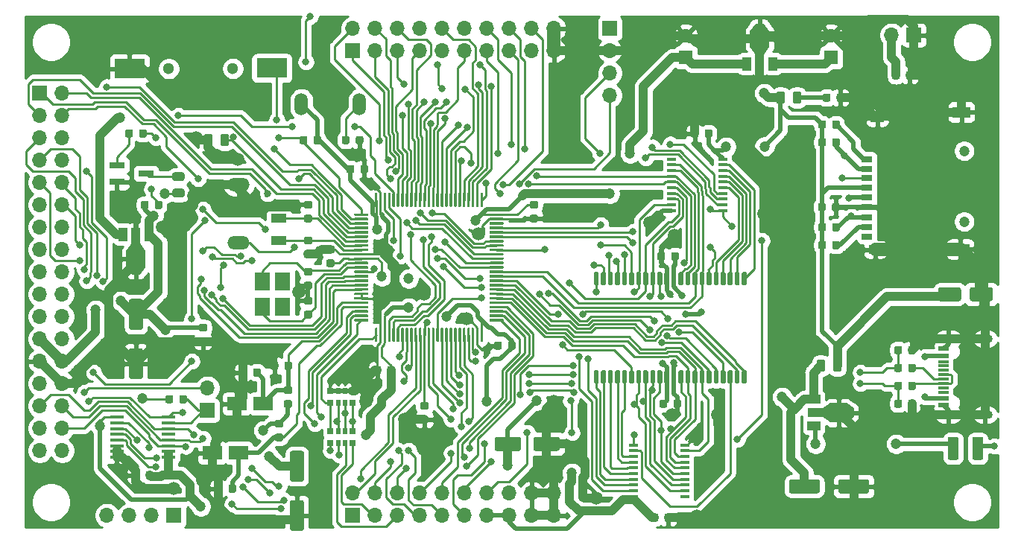
<source format=gbr>
%TF.GenerationSoftware,KiCad,Pcbnew,5.1.5-br-unknown-alt1.rc1*%
%TF.CreationDate,2025-11-01T06:41:33+07:00*%
%TF.ProjectId,ch32v307_100,63683332-7633-4303-975f-3130302e6b69,rev?*%
%TF.SameCoordinates,PX21e9a40PY1d11680*%
%TF.FileFunction,Copper,L1,Top*%
%TF.FilePolarity,Positive*%
%FSLAX46Y46*%
G04 Gerber Fmt 4.6, Leading zero omitted, Abs format (unit mm)*
G04 Created by KiCad (PCBNEW 5.1.5-br-unknown-alt1.rc1) date 2025-11-01 06:41:33*
%MOMM*%
%LPD*%
G01*
G04 APERTURE LIST*
%TA.AperFunction,SMDPad,CuDef*%
%ADD10R,1.500000X0.450000*%
%TD*%
%TA.AperFunction,ComponentPad*%
%ADD11R,1.700000X1.700000*%
%TD*%
%TA.AperFunction,ComponentPad*%
%ADD12O,1.700000X1.700000*%
%TD*%
%TA.AperFunction,SMDPad,CuDef*%
%ADD13R,0.640000X0.700000*%
%TD*%
%TA.AperFunction,SMDPad,CuDef*%
%ADD14R,0.500000X0.700000*%
%TD*%
%TA.AperFunction,SMDPad,CuDef*%
%ADD15R,3.500000X2.250000*%
%TD*%
%TA.AperFunction,ComponentPad*%
%ADD16C,1.300000*%
%TD*%
%TA.AperFunction,SMDPad,CuDef*%
%ADD17R,2.200000X1.600000*%
%TD*%
%TA.AperFunction,ComponentPad*%
%ADD18C,1.600000*%
%TD*%
%TA.AperFunction,ComponentPad*%
%ADD19R,1.600000X1.600000*%
%TD*%
%TA.AperFunction,SMDPad,CuDef*%
%ADD20R,1.200000X0.700000*%
%TD*%
%TA.AperFunction,SMDPad,CuDef*%
%ADD21R,1.500000X1.000000*%
%TD*%
%TA.AperFunction,SMDPad,CuDef*%
%ADD22R,2.000000X1.300000*%
%TD*%
%TA.AperFunction,ComponentPad*%
%ADD23C,1.200000*%
%TD*%
%TA.AperFunction,ComponentPad*%
%ADD24O,2.000000X0.900000*%
%TD*%
%TA.AperFunction,ComponentPad*%
%ADD25O,1.700000X0.900000*%
%TD*%
%TA.AperFunction,SMDPad,CuDef*%
%ADD26R,1.160000X0.300000*%
%TD*%
%TA.AperFunction,SMDPad,CuDef*%
%ADD27R,1.160000X0.600000*%
%TD*%
%TA.AperFunction,ComponentPad*%
%ADD28O,2.524000X1.524000*%
%TD*%
%TA.AperFunction,ComponentPad*%
%ADD29O,1.524000X2.524000*%
%TD*%
%TA.AperFunction,SMDPad,CuDef*%
%ADD30R,1.000000X0.400000*%
%TD*%
%TA.AperFunction,SMDPad,CuDef*%
%ADD31R,1.800000X1.000000*%
%TD*%
%TA.AperFunction,SMDPad,CuDef*%
%ADD32R,1.800000X2.100000*%
%TD*%
%TA.AperFunction,SMDPad,CuDef*%
%ADD33C,0.100000*%
%TD*%
%TA.AperFunction,SMDPad,CuDef*%
%ADD34R,1.840000X2.200000*%
%TD*%
%TA.AperFunction,SMDPad,CuDef*%
%ADD35R,2.200000X1.840000*%
%TD*%
%TA.AperFunction,SMDPad,CuDef*%
%ADD36R,1.000000X1.500000*%
%TD*%
%TA.AperFunction,SMDPad,CuDef*%
%ADD37R,1.000000X1.800000*%
%TD*%
%TA.AperFunction,SMDPad,CuDef*%
%ADD38R,1.800000X0.800000*%
%TD*%
%TA.AperFunction,ViaPad*%
%ADD39C,1.500000*%
%TD*%
%TA.AperFunction,ViaPad*%
%ADD40C,0.800000*%
%TD*%
%TA.AperFunction,ViaPad*%
%ADD41C,1.200000*%
%TD*%
%TA.AperFunction,Conductor*%
%ADD42C,0.220000*%
%TD*%
%TA.AperFunction,Conductor*%
%ADD43C,1.000000*%
%TD*%
%TA.AperFunction,Conductor*%
%ADD44C,0.500000*%
%TD*%
%TA.AperFunction,Conductor*%
%ADD45C,1.500000*%
%TD*%
%TA.AperFunction,Conductor*%
%ADD46C,1.200000*%
%TD*%
%TA.AperFunction,Conductor*%
%ADD47C,0.254000*%
%TD*%
G04 APERTURE END LIST*
%TO.P,U3,1*%
%TO.N,/ADR23*%
%TA.AperFunction,SMDPad,CuDef*%
G36*
G01*
X38007000Y-23285000D02*
X38007000Y-23135000D01*
G75*
G02*
X38082000Y-23060000I75000J0D01*
G01*
X39532000Y-23060000D01*
G75*
G02*
X39607000Y-23135000I0J-75000D01*
G01*
X39607000Y-23285000D01*
G75*
G02*
X39532000Y-23360000I-75000J0D01*
G01*
X38082000Y-23360000D01*
G75*
G02*
X38007000Y-23285000I0J75000D01*
G01*
G37*
%TD.AperFunction*%
%TO.P,U3,2*%
%TO.N,/ADR19*%
%TA.AperFunction,SMDPad,CuDef*%
G36*
G01*
X38007000Y-23785000D02*
X38007000Y-23635000D01*
G75*
G02*
X38082000Y-23560000I75000J0D01*
G01*
X39532000Y-23560000D01*
G75*
G02*
X39607000Y-23635000I0J-75000D01*
G01*
X39607000Y-23785000D01*
G75*
G02*
X39532000Y-23860000I-75000J0D01*
G01*
X38082000Y-23860000D01*
G75*
G02*
X38007000Y-23785000I0J75000D01*
G01*
G37*
%TD.AperFunction*%
%TO.P,U3,3*%
%TO.N,/ADR20*%
%TA.AperFunction,SMDPad,CuDef*%
G36*
G01*
X38007000Y-24285000D02*
X38007000Y-24135000D01*
G75*
G02*
X38082000Y-24060000I75000J0D01*
G01*
X39532000Y-24060000D01*
G75*
G02*
X39607000Y-24135000I0J-75000D01*
G01*
X39607000Y-24285000D01*
G75*
G02*
X39532000Y-24360000I-75000J0D01*
G01*
X38082000Y-24360000D01*
G75*
G02*
X38007000Y-24285000I0J75000D01*
G01*
G37*
%TD.AperFunction*%
%TO.P,U3,4*%
%TO.N,/ADR21*%
%TA.AperFunction,SMDPad,CuDef*%
G36*
G01*
X38007000Y-24785000D02*
X38007000Y-24635000D01*
G75*
G02*
X38082000Y-24560000I75000J0D01*
G01*
X39532000Y-24560000D01*
G75*
G02*
X39607000Y-24635000I0J-75000D01*
G01*
X39607000Y-24785000D01*
G75*
G02*
X39532000Y-24860000I-75000J0D01*
G01*
X38082000Y-24860000D01*
G75*
G02*
X38007000Y-24785000I0J75000D01*
G01*
G37*
%TD.AperFunction*%
%TO.P,U3,5*%
%TO.N,/ADR22*%
%TA.AperFunction,SMDPad,CuDef*%
G36*
G01*
X38007000Y-25285000D02*
X38007000Y-25135000D01*
G75*
G02*
X38082000Y-25060000I75000J0D01*
G01*
X39532000Y-25060000D01*
G75*
G02*
X39607000Y-25135000I0J-75000D01*
G01*
X39607000Y-25285000D01*
G75*
G02*
X39532000Y-25360000I-75000J0D01*
G01*
X38082000Y-25360000D01*
G75*
G02*
X38007000Y-25285000I0J75000D01*
G01*
G37*
%TD.AperFunction*%
%TO.P,U3,6*%
%TO.N,/VBAT*%
%TA.AperFunction,SMDPad,CuDef*%
G36*
G01*
X38007000Y-25785000D02*
X38007000Y-25635000D01*
G75*
G02*
X38082000Y-25560000I75000J0D01*
G01*
X39532000Y-25560000D01*
G75*
G02*
X39607000Y-25635000I0J-75000D01*
G01*
X39607000Y-25785000D01*
G75*
G02*
X39532000Y-25860000I-75000J0D01*
G01*
X38082000Y-25860000D01*
G75*
G02*
X38007000Y-25785000I0J75000D01*
G01*
G37*
%TD.AperFunction*%
%TO.P,U3,7*%
%TO.N,/LCD_CS*%
%TA.AperFunction,SMDPad,CuDef*%
G36*
G01*
X38007000Y-26285000D02*
X38007000Y-26135000D01*
G75*
G02*
X38082000Y-26060000I75000J0D01*
G01*
X39532000Y-26060000D01*
G75*
G02*
X39607000Y-26135000I0J-75000D01*
G01*
X39607000Y-26285000D01*
G75*
G02*
X39532000Y-26360000I-75000J0D01*
G01*
X38082000Y-26360000D01*
G75*
G02*
X38007000Y-26285000I0J75000D01*
G01*
G37*
%TD.AperFunction*%
%TO.P,U3,8*%
%TO.N,Net-(C5-Pad2)*%
%TA.AperFunction,SMDPad,CuDef*%
G36*
G01*
X38007000Y-26785000D02*
X38007000Y-26635000D01*
G75*
G02*
X38082000Y-26560000I75000J0D01*
G01*
X39532000Y-26560000D01*
G75*
G02*
X39607000Y-26635000I0J-75000D01*
G01*
X39607000Y-26785000D01*
G75*
G02*
X39532000Y-26860000I-75000J0D01*
G01*
X38082000Y-26860000D01*
G75*
G02*
X38007000Y-26785000I0J75000D01*
G01*
G37*
%TD.AperFunction*%
%TO.P,U3,9*%
%TO.N,Net-(C6-Pad1)*%
%TA.AperFunction,SMDPad,CuDef*%
G36*
G01*
X38007000Y-27285000D02*
X38007000Y-27135000D01*
G75*
G02*
X38082000Y-27060000I75000J0D01*
G01*
X39532000Y-27060000D01*
G75*
G02*
X39607000Y-27135000I0J-75000D01*
G01*
X39607000Y-27285000D01*
G75*
G02*
X39532000Y-27360000I-75000J0D01*
G01*
X38082000Y-27360000D01*
G75*
G02*
X38007000Y-27285000I0J75000D01*
G01*
G37*
%TD.AperFunction*%
%TO.P,U3,10*%
%TO.N,GND*%
%TA.AperFunction,SMDPad,CuDef*%
G36*
G01*
X38007000Y-27785000D02*
X38007000Y-27635000D01*
G75*
G02*
X38082000Y-27560000I75000J0D01*
G01*
X39532000Y-27560000D01*
G75*
G02*
X39607000Y-27635000I0J-75000D01*
G01*
X39607000Y-27785000D01*
G75*
G02*
X39532000Y-27860000I-75000J0D01*
G01*
X38082000Y-27860000D01*
G75*
G02*
X38007000Y-27785000I0J75000D01*
G01*
G37*
%TD.AperFunction*%
%TO.P,U3,11*%
%TO.N,/+3.3V*%
%TA.AperFunction,SMDPad,CuDef*%
G36*
G01*
X38007000Y-28285000D02*
X38007000Y-28135000D01*
G75*
G02*
X38082000Y-28060000I75000J0D01*
G01*
X39532000Y-28060000D01*
G75*
G02*
X39607000Y-28135000I0J-75000D01*
G01*
X39607000Y-28285000D01*
G75*
G02*
X39532000Y-28360000I-75000J0D01*
G01*
X38082000Y-28360000D01*
G75*
G02*
X38007000Y-28285000I0J75000D01*
G01*
G37*
%TD.AperFunction*%
%TO.P,U3,12*%
%TO.N,Net-(C7-Pad2)*%
%TA.AperFunction,SMDPad,CuDef*%
G36*
G01*
X38007000Y-28785000D02*
X38007000Y-28635000D01*
G75*
G02*
X38082000Y-28560000I75000J0D01*
G01*
X39532000Y-28560000D01*
G75*
G02*
X39607000Y-28635000I0J-75000D01*
G01*
X39607000Y-28785000D01*
G75*
G02*
X39532000Y-28860000I-75000J0D01*
G01*
X38082000Y-28860000D01*
G75*
G02*
X38007000Y-28785000I0J75000D01*
G01*
G37*
%TD.AperFunction*%
%TO.P,U3,13*%
%TO.N,Net-(C8-Pad1)*%
%TA.AperFunction,SMDPad,CuDef*%
G36*
G01*
X38007000Y-29285000D02*
X38007000Y-29135000D01*
G75*
G02*
X38082000Y-29060000I75000J0D01*
G01*
X39532000Y-29060000D01*
G75*
G02*
X39607000Y-29135000I0J-75000D01*
G01*
X39607000Y-29285000D01*
G75*
G02*
X39532000Y-29360000I-75000J0D01*
G01*
X38082000Y-29360000D01*
G75*
G02*
X38007000Y-29285000I0J75000D01*
G01*
G37*
%TD.AperFunction*%
%TO.P,U3,14*%
%TO.N,/nRESET*%
%TA.AperFunction,SMDPad,CuDef*%
G36*
G01*
X38007000Y-29785000D02*
X38007000Y-29635000D01*
G75*
G02*
X38082000Y-29560000I75000J0D01*
G01*
X39532000Y-29560000D01*
G75*
G02*
X39607000Y-29635000I0J-75000D01*
G01*
X39607000Y-29785000D01*
G75*
G02*
X39532000Y-29860000I-75000J0D01*
G01*
X38082000Y-29860000D01*
G75*
G02*
X38007000Y-29785000I0J75000D01*
G01*
G37*
%TD.AperFunction*%
%TO.P,U3,15*%
%TO.N,/TFT_D0*%
%TA.AperFunction,SMDPad,CuDef*%
G36*
G01*
X38007000Y-30285000D02*
X38007000Y-30135000D01*
G75*
G02*
X38082000Y-30060000I75000J0D01*
G01*
X39532000Y-30060000D01*
G75*
G02*
X39607000Y-30135000I0J-75000D01*
G01*
X39607000Y-30285000D01*
G75*
G02*
X39532000Y-30360000I-75000J0D01*
G01*
X38082000Y-30360000D01*
G75*
G02*
X38007000Y-30285000I0J75000D01*
G01*
G37*
%TD.AperFunction*%
%TO.P,U3,16*%
%TO.N,/TFT_D1*%
%TA.AperFunction,SMDPad,CuDef*%
G36*
G01*
X38007000Y-30785000D02*
X38007000Y-30635000D01*
G75*
G02*
X38082000Y-30560000I75000J0D01*
G01*
X39532000Y-30560000D01*
G75*
G02*
X39607000Y-30635000I0J-75000D01*
G01*
X39607000Y-30785000D01*
G75*
G02*
X39532000Y-30860000I-75000J0D01*
G01*
X38082000Y-30860000D01*
G75*
G02*
X38007000Y-30785000I0J75000D01*
G01*
G37*
%TD.AperFunction*%
%TO.P,U3,17*%
%TO.N,/TFT_D2*%
%TA.AperFunction,SMDPad,CuDef*%
G36*
G01*
X38007000Y-31285000D02*
X38007000Y-31135000D01*
G75*
G02*
X38082000Y-31060000I75000J0D01*
G01*
X39532000Y-31060000D01*
G75*
G02*
X39607000Y-31135000I0J-75000D01*
G01*
X39607000Y-31285000D01*
G75*
G02*
X39532000Y-31360000I-75000J0D01*
G01*
X38082000Y-31360000D01*
G75*
G02*
X38007000Y-31285000I0J75000D01*
G01*
G37*
%TD.AperFunction*%
%TO.P,U3,18*%
%TO.N,/TFT_D3*%
%TA.AperFunction,SMDPad,CuDef*%
G36*
G01*
X38007000Y-31785000D02*
X38007000Y-31635000D01*
G75*
G02*
X38082000Y-31560000I75000J0D01*
G01*
X39532000Y-31560000D01*
G75*
G02*
X39607000Y-31635000I0J-75000D01*
G01*
X39607000Y-31785000D01*
G75*
G02*
X39532000Y-31860000I-75000J0D01*
G01*
X38082000Y-31860000D01*
G75*
G02*
X38007000Y-31785000I0J75000D01*
G01*
G37*
%TD.AperFunction*%
%TO.P,U3,19*%
%TO.N,GND*%
%TA.AperFunction,SMDPad,CuDef*%
G36*
G01*
X38007000Y-32285000D02*
X38007000Y-32135000D01*
G75*
G02*
X38082000Y-32060000I75000J0D01*
G01*
X39532000Y-32060000D01*
G75*
G02*
X39607000Y-32135000I0J-75000D01*
G01*
X39607000Y-32285000D01*
G75*
G02*
X39532000Y-32360000I-75000J0D01*
G01*
X38082000Y-32360000D01*
G75*
G02*
X38007000Y-32285000I0J75000D01*
G01*
G37*
%TD.AperFunction*%
%TO.P,U3,20*%
%TA.AperFunction,SMDPad,CuDef*%
G36*
G01*
X38007000Y-32785000D02*
X38007000Y-32635000D01*
G75*
G02*
X38082000Y-32560000I75000J0D01*
G01*
X39532000Y-32560000D01*
G75*
G02*
X39607000Y-32635000I0J-75000D01*
G01*
X39607000Y-32785000D01*
G75*
G02*
X39532000Y-32860000I-75000J0D01*
G01*
X38082000Y-32860000D01*
G75*
G02*
X38007000Y-32785000I0J75000D01*
G01*
G37*
%TD.AperFunction*%
%TO.P,U3,21*%
%TO.N,Net-(C2-Pad2)*%
%TA.AperFunction,SMDPad,CuDef*%
G36*
G01*
X38007000Y-33285000D02*
X38007000Y-33135000D01*
G75*
G02*
X38082000Y-33060000I75000J0D01*
G01*
X39532000Y-33060000D01*
G75*
G02*
X39607000Y-33135000I0J-75000D01*
G01*
X39607000Y-33285000D01*
G75*
G02*
X39532000Y-33360000I-75000J0D01*
G01*
X38082000Y-33360000D01*
G75*
G02*
X38007000Y-33285000I0J75000D01*
G01*
G37*
%TD.AperFunction*%
%TO.P,U3,22*%
%TO.N,Net-(C1-Pad2)*%
%TA.AperFunction,SMDPad,CuDef*%
G36*
G01*
X38007000Y-33785000D02*
X38007000Y-33635000D01*
G75*
G02*
X38082000Y-33560000I75000J0D01*
G01*
X39532000Y-33560000D01*
G75*
G02*
X39607000Y-33635000I0J-75000D01*
G01*
X39607000Y-33785000D01*
G75*
G02*
X39532000Y-33860000I-75000J0D01*
G01*
X38082000Y-33860000D01*
G75*
G02*
X38007000Y-33785000I0J75000D01*
G01*
G37*
%TD.AperFunction*%
%TO.P,U3,23*%
%TO.N,/AIN0*%
%TA.AperFunction,SMDPad,CuDef*%
G36*
G01*
X38007000Y-34285000D02*
X38007000Y-34135000D01*
G75*
G02*
X38082000Y-34060000I75000J0D01*
G01*
X39532000Y-34060000D01*
G75*
G02*
X39607000Y-34135000I0J-75000D01*
G01*
X39607000Y-34285000D01*
G75*
G02*
X39532000Y-34360000I-75000J0D01*
G01*
X38082000Y-34360000D01*
G75*
G02*
X38007000Y-34285000I0J75000D01*
G01*
G37*
%TD.AperFunction*%
%TO.P,U3,24*%
%TO.N,/AIN1*%
%TA.AperFunction,SMDPad,CuDef*%
G36*
G01*
X38007000Y-34785000D02*
X38007000Y-34635000D01*
G75*
G02*
X38082000Y-34560000I75000J0D01*
G01*
X39532000Y-34560000D01*
G75*
G02*
X39607000Y-34635000I0J-75000D01*
G01*
X39607000Y-34785000D01*
G75*
G02*
X39532000Y-34860000I-75000J0D01*
G01*
X38082000Y-34860000D01*
G75*
G02*
X38007000Y-34785000I0J75000D01*
G01*
G37*
%TD.AperFunction*%
%TO.P,U3,25*%
%TO.N,/AIN2*%
%TA.AperFunction,SMDPad,CuDef*%
G36*
G01*
X38007000Y-35285000D02*
X38007000Y-35135000D01*
G75*
G02*
X38082000Y-35060000I75000J0D01*
G01*
X39532000Y-35060000D01*
G75*
G02*
X39607000Y-35135000I0J-75000D01*
G01*
X39607000Y-35285000D01*
G75*
G02*
X39532000Y-35360000I-75000J0D01*
G01*
X38082000Y-35360000D01*
G75*
G02*
X38007000Y-35285000I0J75000D01*
G01*
G37*
%TD.AperFunction*%
%TO.P,U3,26*%
%TO.N,/AIN3*%
%TA.AperFunction,SMDPad,CuDef*%
G36*
G01*
X40332000Y-37610000D02*
X40332000Y-36160000D01*
G75*
G02*
X40407000Y-36085000I75000J0D01*
G01*
X40557000Y-36085000D01*
G75*
G02*
X40632000Y-36160000I0J-75000D01*
G01*
X40632000Y-37610000D01*
G75*
G02*
X40557000Y-37685000I-75000J0D01*
G01*
X40407000Y-37685000D01*
G75*
G02*
X40332000Y-37610000I0J75000D01*
G01*
G37*
%TD.AperFunction*%
%TO.P,U3,27*%
%TO.N,GND*%
%TA.AperFunction,SMDPad,CuDef*%
G36*
G01*
X40832000Y-37610000D02*
X40832000Y-36160000D01*
G75*
G02*
X40907000Y-36085000I75000J0D01*
G01*
X41057000Y-36085000D01*
G75*
G02*
X41132000Y-36160000I0J-75000D01*
G01*
X41132000Y-37610000D01*
G75*
G02*
X41057000Y-37685000I-75000J0D01*
G01*
X40907000Y-37685000D01*
G75*
G02*
X40832000Y-37610000I0J75000D01*
G01*
G37*
%TD.AperFunction*%
%TO.P,U3,28*%
%TO.N,/+3.3V*%
%TA.AperFunction,SMDPad,CuDef*%
G36*
G01*
X41332000Y-37610000D02*
X41332000Y-36160000D01*
G75*
G02*
X41407000Y-36085000I75000J0D01*
G01*
X41557000Y-36085000D01*
G75*
G02*
X41632000Y-36160000I0J-75000D01*
G01*
X41632000Y-37610000D01*
G75*
G02*
X41557000Y-37685000I-75000J0D01*
G01*
X41407000Y-37685000D01*
G75*
G02*
X41332000Y-37610000I0J75000D01*
G01*
G37*
%TD.AperFunction*%
%TO.P,U3,29*%
%TO.N,/DVI_HSYNC*%
%TA.AperFunction,SMDPad,CuDef*%
G36*
G01*
X41832000Y-37610000D02*
X41832000Y-36160000D01*
G75*
G02*
X41907000Y-36085000I75000J0D01*
G01*
X42057000Y-36085000D01*
G75*
G02*
X42132000Y-36160000I0J-75000D01*
G01*
X42132000Y-37610000D01*
G75*
G02*
X42057000Y-37685000I-75000J0D01*
G01*
X41907000Y-37685000D01*
G75*
G02*
X41832000Y-37610000I0J75000D01*
G01*
G37*
%TD.AperFunction*%
%TO.P,U3,30*%
%TO.N,/DVI_VSYNC*%
%TA.AperFunction,SMDPad,CuDef*%
G36*
G01*
X42332000Y-37610000D02*
X42332000Y-36160000D01*
G75*
G02*
X42407000Y-36085000I75000J0D01*
G01*
X42557000Y-36085000D01*
G75*
G02*
X42632000Y-36160000I0J-75000D01*
G01*
X42632000Y-37610000D01*
G75*
G02*
X42557000Y-37685000I-75000J0D01*
G01*
X42407000Y-37685000D01*
G75*
G02*
X42332000Y-37610000I0J75000D01*
G01*
G37*
%TD.AperFunction*%
%TO.P,U3,31*%
%TO.N,/DVI_PCLK*%
%TA.AperFunction,SMDPad,CuDef*%
G36*
G01*
X42832000Y-37610000D02*
X42832000Y-36160000D01*
G75*
G02*
X42907000Y-36085000I75000J0D01*
G01*
X43057000Y-36085000D01*
G75*
G02*
X43132000Y-36160000I0J-75000D01*
G01*
X43132000Y-37610000D01*
G75*
G02*
X43057000Y-37685000I-75000J0D01*
G01*
X42907000Y-37685000D01*
G75*
G02*
X42832000Y-37610000I0J75000D01*
G01*
G37*
%TD.AperFunction*%
%TO.P,U3,32*%
%TO.N,/AIN4*%
%TA.AperFunction,SMDPad,CuDef*%
G36*
G01*
X43332000Y-37610000D02*
X43332000Y-36160000D01*
G75*
G02*
X43407000Y-36085000I75000J0D01*
G01*
X43557000Y-36085000D01*
G75*
G02*
X43632000Y-36160000I0J-75000D01*
G01*
X43632000Y-37610000D01*
G75*
G02*
X43557000Y-37685000I-75000J0D01*
G01*
X43407000Y-37685000D01*
G75*
G02*
X43332000Y-37610000I0J75000D01*
G01*
G37*
%TD.AperFunction*%
%TO.P,U3,33*%
%TO.N,/TFT_D4*%
%TA.AperFunction,SMDPad,CuDef*%
G36*
G01*
X43832000Y-37610000D02*
X43832000Y-36160000D01*
G75*
G02*
X43907000Y-36085000I75000J0D01*
G01*
X44057000Y-36085000D01*
G75*
G02*
X44132000Y-36160000I0J-75000D01*
G01*
X44132000Y-37610000D01*
G75*
G02*
X44057000Y-37685000I-75000J0D01*
G01*
X43907000Y-37685000D01*
G75*
G02*
X43832000Y-37610000I0J75000D01*
G01*
G37*
%TD.AperFunction*%
%TO.P,U3,34*%
%TO.N,/TFT_D5*%
%TA.AperFunction,SMDPad,CuDef*%
G36*
G01*
X44332000Y-37610000D02*
X44332000Y-36160000D01*
G75*
G02*
X44407000Y-36085000I75000J0D01*
G01*
X44557000Y-36085000D01*
G75*
G02*
X44632000Y-36160000I0J-75000D01*
G01*
X44632000Y-37610000D01*
G75*
G02*
X44557000Y-37685000I-75000J0D01*
G01*
X44407000Y-37685000D01*
G75*
G02*
X44332000Y-37610000I0J75000D01*
G01*
G37*
%TD.AperFunction*%
%TO.P,U3,35*%
%TO.N,/UTX4*%
%TA.AperFunction,SMDPad,CuDef*%
G36*
G01*
X44832000Y-37610000D02*
X44832000Y-36160000D01*
G75*
G02*
X44907000Y-36085000I75000J0D01*
G01*
X45057000Y-36085000D01*
G75*
G02*
X45132000Y-36160000I0J-75000D01*
G01*
X45132000Y-37610000D01*
G75*
G02*
X45057000Y-37685000I-75000J0D01*
G01*
X44907000Y-37685000D01*
G75*
G02*
X44832000Y-37610000I0J75000D01*
G01*
G37*
%TD.AperFunction*%
%TO.P,U3,36*%
%TO.N,/URX4*%
%TA.AperFunction,SMDPad,CuDef*%
G36*
G01*
X45332000Y-37610000D02*
X45332000Y-36160000D01*
G75*
G02*
X45407000Y-36085000I75000J0D01*
G01*
X45557000Y-36085000D01*
G75*
G02*
X45632000Y-36160000I0J-75000D01*
G01*
X45632000Y-37610000D01*
G75*
G02*
X45557000Y-37685000I-75000J0D01*
G01*
X45407000Y-37685000D01*
G75*
G02*
X45332000Y-37610000I0J75000D01*
G01*
G37*
%TD.AperFunction*%
%TO.P,U3,37*%
%TO.N,/LCD_WR*%
%TA.AperFunction,SMDPad,CuDef*%
G36*
G01*
X45832000Y-37610000D02*
X45832000Y-36160000D01*
G75*
G02*
X45907000Y-36085000I75000J0D01*
G01*
X46057000Y-36085000D01*
G75*
G02*
X46132000Y-36160000I0J-75000D01*
G01*
X46132000Y-37610000D01*
G75*
G02*
X46057000Y-37685000I-75000J0D01*
G01*
X45907000Y-37685000D01*
G75*
G02*
X45832000Y-37610000I0J75000D01*
G01*
G37*
%TD.AperFunction*%
%TO.P,U3,38*%
%TO.N,/D4*%
%TA.AperFunction,SMDPad,CuDef*%
G36*
G01*
X46332000Y-37610000D02*
X46332000Y-36160000D01*
G75*
G02*
X46407000Y-36085000I75000J0D01*
G01*
X46557000Y-36085000D01*
G75*
G02*
X46632000Y-36160000I0J-75000D01*
G01*
X46632000Y-37610000D01*
G75*
G02*
X46557000Y-37685000I-75000J0D01*
G01*
X46407000Y-37685000D01*
G75*
G02*
X46332000Y-37610000I0J75000D01*
G01*
G37*
%TD.AperFunction*%
%TO.P,U3,39*%
%TO.N,/D5*%
%TA.AperFunction,SMDPad,CuDef*%
G36*
G01*
X46832000Y-37610000D02*
X46832000Y-36160000D01*
G75*
G02*
X46907000Y-36085000I75000J0D01*
G01*
X47057000Y-36085000D01*
G75*
G02*
X47132000Y-36160000I0J-75000D01*
G01*
X47132000Y-37610000D01*
G75*
G02*
X47057000Y-37685000I-75000J0D01*
G01*
X46907000Y-37685000D01*
G75*
G02*
X46832000Y-37610000I0J75000D01*
G01*
G37*
%TD.AperFunction*%
%TO.P,U3,40*%
%TO.N,/D6*%
%TA.AperFunction,SMDPad,CuDef*%
G36*
G01*
X47332000Y-37610000D02*
X47332000Y-36160000D01*
G75*
G02*
X47407000Y-36085000I75000J0D01*
G01*
X47557000Y-36085000D01*
G75*
G02*
X47632000Y-36160000I0J-75000D01*
G01*
X47632000Y-37610000D01*
G75*
G02*
X47557000Y-37685000I-75000J0D01*
G01*
X47407000Y-37685000D01*
G75*
G02*
X47332000Y-37610000I0J75000D01*
G01*
G37*
%TD.AperFunction*%
%TO.P,U3,41*%
%TO.N,/D7*%
%TA.AperFunction,SMDPad,CuDef*%
G36*
G01*
X47832000Y-37610000D02*
X47832000Y-36160000D01*
G75*
G02*
X47907000Y-36085000I75000J0D01*
G01*
X48057000Y-36085000D01*
G75*
G02*
X48132000Y-36160000I0J-75000D01*
G01*
X48132000Y-37610000D01*
G75*
G02*
X48057000Y-37685000I-75000J0D01*
G01*
X47907000Y-37685000D01*
G75*
G02*
X47832000Y-37610000I0J75000D01*
G01*
G37*
%TD.AperFunction*%
%TO.P,U3,42*%
%TO.N,/D8*%
%TA.AperFunction,SMDPad,CuDef*%
G36*
G01*
X48332000Y-37610000D02*
X48332000Y-36160000D01*
G75*
G02*
X48407000Y-36085000I75000J0D01*
G01*
X48557000Y-36085000D01*
G75*
G02*
X48632000Y-36160000I0J-75000D01*
G01*
X48632000Y-37610000D01*
G75*
G02*
X48557000Y-37685000I-75000J0D01*
G01*
X48407000Y-37685000D01*
G75*
G02*
X48332000Y-37610000I0J75000D01*
G01*
G37*
%TD.AperFunction*%
%TO.P,U3,43*%
%TO.N,/D9*%
%TA.AperFunction,SMDPad,CuDef*%
G36*
G01*
X48832000Y-37610000D02*
X48832000Y-36160000D01*
G75*
G02*
X48907000Y-36085000I75000J0D01*
G01*
X49057000Y-36085000D01*
G75*
G02*
X49132000Y-36160000I0J-75000D01*
G01*
X49132000Y-37610000D01*
G75*
G02*
X49057000Y-37685000I-75000J0D01*
G01*
X48907000Y-37685000D01*
G75*
G02*
X48832000Y-37610000I0J75000D01*
G01*
G37*
%TD.AperFunction*%
%TO.P,U3,44*%
%TO.N,/D10*%
%TA.AperFunction,SMDPad,CuDef*%
G36*
G01*
X49332000Y-37610000D02*
X49332000Y-36160000D01*
G75*
G02*
X49407000Y-36085000I75000J0D01*
G01*
X49557000Y-36085000D01*
G75*
G02*
X49632000Y-36160000I0J-75000D01*
G01*
X49632000Y-37610000D01*
G75*
G02*
X49557000Y-37685000I-75000J0D01*
G01*
X49407000Y-37685000D01*
G75*
G02*
X49332000Y-37610000I0J75000D01*
G01*
G37*
%TD.AperFunction*%
%TO.P,U3,45*%
%TO.N,/D11*%
%TA.AperFunction,SMDPad,CuDef*%
G36*
G01*
X49832000Y-37610000D02*
X49832000Y-36160000D01*
G75*
G02*
X49907000Y-36085000I75000J0D01*
G01*
X50057000Y-36085000D01*
G75*
G02*
X50132000Y-36160000I0J-75000D01*
G01*
X50132000Y-37610000D01*
G75*
G02*
X50057000Y-37685000I-75000J0D01*
G01*
X49907000Y-37685000D01*
G75*
G02*
X49832000Y-37610000I0J75000D01*
G01*
G37*
%TD.AperFunction*%
%TO.P,U3,46*%
%TO.N,/D12*%
%TA.AperFunction,SMDPad,CuDef*%
G36*
G01*
X50332000Y-37610000D02*
X50332000Y-36160000D01*
G75*
G02*
X50407000Y-36085000I75000J0D01*
G01*
X50557000Y-36085000D01*
G75*
G02*
X50632000Y-36160000I0J-75000D01*
G01*
X50632000Y-37610000D01*
G75*
G02*
X50557000Y-37685000I-75000J0D01*
G01*
X50407000Y-37685000D01*
G75*
G02*
X50332000Y-37610000I0J75000D01*
G01*
G37*
%TD.AperFunction*%
%TO.P,U3,47*%
%TO.N,/DVI_SCL*%
%TA.AperFunction,SMDPad,CuDef*%
G36*
G01*
X50832000Y-37610000D02*
X50832000Y-36160000D01*
G75*
G02*
X50907000Y-36085000I75000J0D01*
G01*
X51057000Y-36085000D01*
G75*
G02*
X51132000Y-36160000I0J-75000D01*
G01*
X51132000Y-37610000D01*
G75*
G02*
X51057000Y-37685000I-75000J0D01*
G01*
X50907000Y-37685000D01*
G75*
G02*
X50832000Y-37610000I0J75000D01*
G01*
G37*
%TD.AperFunction*%
%TO.P,U3,48*%
%TO.N,/DVI_SDA*%
%TA.AperFunction,SMDPad,CuDef*%
G36*
G01*
X51332000Y-37610000D02*
X51332000Y-36160000D01*
G75*
G02*
X51407000Y-36085000I75000J0D01*
G01*
X51557000Y-36085000D01*
G75*
G02*
X51632000Y-36160000I0J-75000D01*
G01*
X51632000Y-37610000D01*
G75*
G02*
X51557000Y-37685000I-75000J0D01*
G01*
X51407000Y-37685000D01*
G75*
G02*
X51332000Y-37610000I0J75000D01*
G01*
G37*
%TD.AperFunction*%
%TO.P,U3,49*%
%TO.N,GND*%
%TA.AperFunction,SMDPad,CuDef*%
G36*
G01*
X51832000Y-37610000D02*
X51832000Y-36160000D01*
G75*
G02*
X51907000Y-36085000I75000J0D01*
G01*
X52057000Y-36085000D01*
G75*
G02*
X52132000Y-36160000I0J-75000D01*
G01*
X52132000Y-37610000D01*
G75*
G02*
X52057000Y-37685000I-75000J0D01*
G01*
X51907000Y-37685000D01*
G75*
G02*
X51832000Y-37610000I0J75000D01*
G01*
G37*
%TD.AperFunction*%
%TO.P,U3,50*%
%TO.N,/+3.3V*%
%TA.AperFunction,SMDPad,CuDef*%
G36*
G01*
X52332000Y-37610000D02*
X52332000Y-36160000D01*
G75*
G02*
X52407000Y-36085000I75000J0D01*
G01*
X52557000Y-36085000D01*
G75*
G02*
X52632000Y-36160000I0J-75000D01*
G01*
X52632000Y-37610000D01*
G75*
G02*
X52557000Y-37685000I-75000J0D01*
G01*
X52407000Y-37685000D01*
G75*
G02*
X52332000Y-37610000I0J75000D01*
G01*
G37*
%TD.AperFunction*%
%TO.P,U3,51*%
%TO.N,/SPI2_CS*%
%TA.AperFunction,SMDPad,CuDef*%
G36*
G01*
X53357000Y-35285000D02*
X53357000Y-35135000D01*
G75*
G02*
X53432000Y-35060000I75000J0D01*
G01*
X54882000Y-35060000D01*
G75*
G02*
X54957000Y-35135000I0J-75000D01*
G01*
X54957000Y-35285000D01*
G75*
G02*
X54882000Y-35360000I-75000J0D01*
G01*
X53432000Y-35360000D01*
G75*
G02*
X53357000Y-35285000I0J75000D01*
G01*
G37*
%TD.AperFunction*%
%TO.P,U3,52*%
%TO.N,/SPI2_CLK*%
%TA.AperFunction,SMDPad,CuDef*%
G36*
G01*
X53357000Y-34785000D02*
X53357000Y-34635000D01*
G75*
G02*
X53432000Y-34560000I75000J0D01*
G01*
X54882000Y-34560000D01*
G75*
G02*
X54957000Y-34635000I0J-75000D01*
G01*
X54957000Y-34785000D01*
G75*
G02*
X54882000Y-34860000I-75000J0D01*
G01*
X53432000Y-34860000D01*
G75*
G02*
X53357000Y-34785000I0J75000D01*
G01*
G37*
%TD.AperFunction*%
%TO.P,U3,53*%
%TO.N,/SPI2_MISO*%
%TA.AperFunction,SMDPad,CuDef*%
G36*
G01*
X53357000Y-34285000D02*
X53357000Y-34135000D01*
G75*
G02*
X53432000Y-34060000I75000J0D01*
G01*
X54882000Y-34060000D01*
G75*
G02*
X54957000Y-34135000I0J-75000D01*
G01*
X54957000Y-34285000D01*
G75*
G02*
X54882000Y-34360000I-75000J0D01*
G01*
X53432000Y-34360000D01*
G75*
G02*
X53357000Y-34285000I0J75000D01*
G01*
G37*
%TD.AperFunction*%
%TO.P,U3,54*%
%TO.N,/SPI2_MOSI*%
%TA.AperFunction,SMDPad,CuDef*%
G36*
G01*
X53357000Y-33785000D02*
X53357000Y-33635000D01*
G75*
G02*
X53432000Y-33560000I75000J0D01*
G01*
X54882000Y-33560000D01*
G75*
G02*
X54957000Y-33635000I0J-75000D01*
G01*
X54957000Y-33785000D01*
G75*
G02*
X54882000Y-33860000I-75000J0D01*
G01*
X53432000Y-33860000D01*
G75*
G02*
X53357000Y-33785000I0J75000D01*
G01*
G37*
%TD.AperFunction*%
%TO.P,U3,55*%
%TO.N,/D13*%
%TA.AperFunction,SMDPad,CuDef*%
G36*
G01*
X53357000Y-33285000D02*
X53357000Y-33135000D01*
G75*
G02*
X53432000Y-33060000I75000J0D01*
G01*
X54882000Y-33060000D01*
G75*
G02*
X54957000Y-33135000I0J-75000D01*
G01*
X54957000Y-33285000D01*
G75*
G02*
X54882000Y-33360000I-75000J0D01*
G01*
X53432000Y-33360000D01*
G75*
G02*
X53357000Y-33285000I0J75000D01*
G01*
G37*
%TD.AperFunction*%
%TO.P,U3,56*%
%TO.N,/D14*%
%TA.AperFunction,SMDPad,CuDef*%
G36*
G01*
X53357000Y-32785000D02*
X53357000Y-32635000D01*
G75*
G02*
X53432000Y-32560000I75000J0D01*
G01*
X54882000Y-32560000D01*
G75*
G02*
X54957000Y-32635000I0J-75000D01*
G01*
X54957000Y-32785000D01*
G75*
G02*
X54882000Y-32860000I-75000J0D01*
G01*
X53432000Y-32860000D01*
G75*
G02*
X53357000Y-32785000I0J75000D01*
G01*
G37*
%TD.AperFunction*%
%TO.P,U3,57*%
%TO.N,/D15*%
%TA.AperFunction,SMDPad,CuDef*%
G36*
G01*
X53357000Y-32285000D02*
X53357000Y-32135000D01*
G75*
G02*
X53432000Y-32060000I75000J0D01*
G01*
X54882000Y-32060000D01*
G75*
G02*
X54957000Y-32135000I0J-75000D01*
G01*
X54957000Y-32285000D01*
G75*
G02*
X54882000Y-32360000I-75000J0D01*
G01*
X53432000Y-32360000D01*
G75*
G02*
X53357000Y-32285000I0J75000D01*
G01*
G37*
%TD.AperFunction*%
%TO.P,U3,58*%
%TO.N,/ADR16*%
%TA.AperFunction,SMDPad,CuDef*%
G36*
G01*
X53357000Y-31785000D02*
X53357000Y-31635000D01*
G75*
G02*
X53432000Y-31560000I75000J0D01*
G01*
X54882000Y-31560000D01*
G75*
G02*
X54957000Y-31635000I0J-75000D01*
G01*
X54957000Y-31785000D01*
G75*
G02*
X54882000Y-31860000I-75000J0D01*
G01*
X53432000Y-31860000D01*
G75*
G02*
X53357000Y-31785000I0J75000D01*
G01*
G37*
%TD.AperFunction*%
%TO.P,U3,59*%
%TO.N,/ADR17*%
%TA.AperFunction,SMDPad,CuDef*%
G36*
G01*
X53357000Y-31285000D02*
X53357000Y-31135000D01*
G75*
G02*
X53432000Y-31060000I75000J0D01*
G01*
X54882000Y-31060000D01*
G75*
G02*
X54957000Y-31135000I0J-75000D01*
G01*
X54957000Y-31285000D01*
G75*
G02*
X54882000Y-31360000I-75000J0D01*
G01*
X53432000Y-31360000D01*
G75*
G02*
X53357000Y-31285000I0J75000D01*
G01*
G37*
%TD.AperFunction*%
%TO.P,U3,60*%
%TO.N,/ADR18*%
%TA.AperFunction,SMDPad,CuDef*%
G36*
G01*
X53357000Y-30785000D02*
X53357000Y-30635000D01*
G75*
G02*
X53432000Y-30560000I75000J0D01*
G01*
X54882000Y-30560000D01*
G75*
G02*
X54957000Y-30635000I0J-75000D01*
G01*
X54957000Y-30785000D01*
G75*
G02*
X54882000Y-30860000I-75000J0D01*
G01*
X53432000Y-30860000D01*
G75*
G02*
X53357000Y-30785000I0J75000D01*
G01*
G37*
%TD.AperFunction*%
%TO.P,U3,61*%
%TO.N,/D0*%
%TA.AperFunction,SMDPad,CuDef*%
G36*
G01*
X53357000Y-30285000D02*
X53357000Y-30135000D01*
G75*
G02*
X53432000Y-30060000I75000J0D01*
G01*
X54882000Y-30060000D01*
G75*
G02*
X54957000Y-30135000I0J-75000D01*
G01*
X54957000Y-30285000D01*
G75*
G02*
X54882000Y-30360000I-75000J0D01*
G01*
X53432000Y-30360000D01*
G75*
G02*
X53357000Y-30285000I0J75000D01*
G01*
G37*
%TD.AperFunction*%
%TO.P,U3,62*%
%TO.N,/D1*%
%TA.AperFunction,SMDPad,CuDef*%
G36*
G01*
X53357000Y-29785000D02*
X53357000Y-29635000D01*
G75*
G02*
X53432000Y-29560000I75000J0D01*
G01*
X54882000Y-29560000D01*
G75*
G02*
X54957000Y-29635000I0J-75000D01*
G01*
X54957000Y-29785000D01*
G75*
G02*
X54882000Y-29860000I-75000J0D01*
G01*
X53432000Y-29860000D01*
G75*
G02*
X53357000Y-29785000I0J75000D01*
G01*
G37*
%TD.AperFunction*%
%TO.P,U3,63*%
%TO.N,/TFT_D6*%
%TA.AperFunction,SMDPad,CuDef*%
G36*
G01*
X53357000Y-29285000D02*
X53357000Y-29135000D01*
G75*
G02*
X53432000Y-29060000I75000J0D01*
G01*
X54882000Y-29060000D01*
G75*
G02*
X54957000Y-29135000I0J-75000D01*
G01*
X54957000Y-29285000D01*
G75*
G02*
X54882000Y-29360000I-75000J0D01*
G01*
X53432000Y-29360000D01*
G75*
G02*
X53357000Y-29285000I0J75000D01*
G01*
G37*
%TD.AperFunction*%
%TO.P,U3,64*%
%TO.N,/TFT_D7*%
%TA.AperFunction,SMDPad,CuDef*%
G36*
G01*
X53357000Y-28785000D02*
X53357000Y-28635000D01*
G75*
G02*
X53432000Y-28560000I75000J0D01*
G01*
X54882000Y-28560000D01*
G75*
G02*
X54957000Y-28635000I0J-75000D01*
G01*
X54957000Y-28785000D01*
G75*
G02*
X54882000Y-28860000I-75000J0D01*
G01*
X53432000Y-28860000D01*
G75*
G02*
X53357000Y-28785000I0J75000D01*
G01*
G37*
%TD.AperFunction*%
%TO.P,U3,65*%
%TO.N,/DVI_D2*%
%TA.AperFunction,SMDPad,CuDef*%
G36*
G01*
X53357000Y-28285000D02*
X53357000Y-28135000D01*
G75*
G02*
X53432000Y-28060000I75000J0D01*
G01*
X54882000Y-28060000D01*
G75*
G02*
X54957000Y-28135000I0J-75000D01*
G01*
X54957000Y-28285000D01*
G75*
G02*
X54882000Y-28360000I-75000J0D01*
G01*
X53432000Y-28360000D01*
G75*
G02*
X53357000Y-28285000I0J75000D01*
G01*
G37*
%TD.AperFunction*%
%TO.P,U3,66*%
%TO.N,/DVI_D3*%
%TA.AperFunction,SMDPad,CuDef*%
G36*
G01*
X53357000Y-27785000D02*
X53357000Y-27635000D01*
G75*
G02*
X53432000Y-27560000I75000J0D01*
G01*
X54882000Y-27560000D01*
G75*
G02*
X54957000Y-27635000I0J-75000D01*
G01*
X54957000Y-27785000D01*
G75*
G02*
X54882000Y-27860000I-75000J0D01*
G01*
X53432000Y-27860000D01*
G75*
G02*
X53357000Y-27785000I0J75000D01*
G01*
G37*
%TD.AperFunction*%
%TO.P,U3,67*%
%TO.N,/LCD_BKL*%
%TA.AperFunction,SMDPad,CuDef*%
G36*
G01*
X53357000Y-27285000D02*
X53357000Y-27135000D01*
G75*
G02*
X53432000Y-27060000I75000J0D01*
G01*
X54882000Y-27060000D01*
G75*
G02*
X54957000Y-27135000I0J-75000D01*
G01*
X54957000Y-27285000D01*
G75*
G02*
X54882000Y-27360000I-75000J0D01*
G01*
X53432000Y-27360000D01*
G75*
G02*
X53357000Y-27285000I0J75000D01*
G01*
G37*
%TD.AperFunction*%
%TO.P,U3,68*%
%TO.N,/DVI_D0*%
%TA.AperFunction,SMDPad,CuDef*%
G36*
G01*
X53357000Y-26785000D02*
X53357000Y-26635000D01*
G75*
G02*
X53432000Y-26560000I75000J0D01*
G01*
X54882000Y-26560000D01*
G75*
G02*
X54957000Y-26635000I0J-75000D01*
G01*
X54957000Y-26785000D01*
G75*
G02*
X54882000Y-26860000I-75000J0D01*
G01*
X53432000Y-26860000D01*
G75*
G02*
X53357000Y-26785000I0J75000D01*
G01*
G37*
%TD.AperFunction*%
%TO.P,U3,69*%
%TO.N,/DVI_D1*%
%TA.AperFunction,SMDPad,CuDef*%
G36*
G01*
X53357000Y-26285000D02*
X53357000Y-26135000D01*
G75*
G02*
X53432000Y-26060000I75000J0D01*
G01*
X54882000Y-26060000D01*
G75*
G02*
X54957000Y-26135000I0J-75000D01*
G01*
X54957000Y-26285000D01*
G75*
G02*
X54882000Y-26360000I-75000J0D01*
G01*
X53432000Y-26360000D01*
G75*
G02*
X53357000Y-26285000I0J75000D01*
G01*
G37*
%TD.AperFunction*%
%TO.P,U3,70*%
%TO.N,/USB1_DM*%
%TA.AperFunction,SMDPad,CuDef*%
G36*
G01*
X53357000Y-25785000D02*
X53357000Y-25635000D01*
G75*
G02*
X53432000Y-25560000I75000J0D01*
G01*
X54882000Y-25560000D01*
G75*
G02*
X54957000Y-25635000I0J-75000D01*
G01*
X54957000Y-25785000D01*
G75*
G02*
X54882000Y-25860000I-75000J0D01*
G01*
X53432000Y-25860000D01*
G75*
G02*
X53357000Y-25785000I0J75000D01*
G01*
G37*
%TD.AperFunction*%
%TO.P,U3,71*%
%TO.N,/USB1_DP*%
%TA.AperFunction,SMDPad,CuDef*%
G36*
G01*
X53357000Y-25285000D02*
X53357000Y-25135000D01*
G75*
G02*
X53432000Y-25060000I75000J0D01*
G01*
X54882000Y-25060000D01*
G75*
G02*
X54957000Y-25135000I0J-75000D01*
G01*
X54957000Y-25285000D01*
G75*
G02*
X54882000Y-25360000I-75000J0D01*
G01*
X53432000Y-25360000D01*
G75*
G02*
X53357000Y-25285000I0J75000D01*
G01*
G37*
%TD.AperFunction*%
%TO.P,U3,72*%
%TO.N,/SWIO*%
%TA.AperFunction,SMDPad,CuDef*%
G36*
G01*
X53357000Y-24785000D02*
X53357000Y-24635000D01*
G75*
G02*
X53432000Y-24560000I75000J0D01*
G01*
X54882000Y-24560000D01*
G75*
G02*
X54957000Y-24635000I0J-75000D01*
G01*
X54957000Y-24785000D01*
G75*
G02*
X54882000Y-24860000I-75000J0D01*
G01*
X53432000Y-24860000D01*
G75*
G02*
X53357000Y-24785000I0J75000D01*
G01*
G37*
%TD.AperFunction*%
%TO.P,U3,73*%
%TO.N,Net-(U3-Pad73)*%
%TA.AperFunction,SMDPad,CuDef*%
G36*
G01*
X53357000Y-24285000D02*
X53357000Y-24135000D01*
G75*
G02*
X53432000Y-24060000I75000J0D01*
G01*
X54882000Y-24060000D01*
G75*
G02*
X54957000Y-24135000I0J-75000D01*
G01*
X54957000Y-24285000D01*
G75*
G02*
X54882000Y-24360000I-75000J0D01*
G01*
X53432000Y-24360000D01*
G75*
G02*
X53357000Y-24285000I0J75000D01*
G01*
G37*
%TD.AperFunction*%
%TO.P,U3,74*%
%TO.N,GND*%
%TA.AperFunction,SMDPad,CuDef*%
G36*
G01*
X53357000Y-23785000D02*
X53357000Y-23635000D01*
G75*
G02*
X53432000Y-23560000I75000J0D01*
G01*
X54882000Y-23560000D01*
G75*
G02*
X54957000Y-23635000I0J-75000D01*
G01*
X54957000Y-23785000D01*
G75*
G02*
X54882000Y-23860000I-75000J0D01*
G01*
X53432000Y-23860000D01*
G75*
G02*
X53357000Y-23785000I0J75000D01*
G01*
G37*
%TD.AperFunction*%
%TO.P,U3,75*%
%TO.N,/+3.3V*%
%TA.AperFunction,SMDPad,CuDef*%
G36*
G01*
X53357000Y-23285000D02*
X53357000Y-23135000D01*
G75*
G02*
X53432000Y-23060000I75000J0D01*
G01*
X54882000Y-23060000D01*
G75*
G02*
X54957000Y-23135000I0J-75000D01*
G01*
X54957000Y-23285000D01*
G75*
G02*
X54882000Y-23360000I-75000J0D01*
G01*
X53432000Y-23360000D01*
G75*
G02*
X53357000Y-23285000I0J75000D01*
G01*
G37*
%TD.AperFunction*%
%TO.P,U3,76*%
%TO.N,/SWCK*%
%TA.AperFunction,SMDPad,CuDef*%
G36*
G01*
X52332000Y-22260000D02*
X52332000Y-20810000D01*
G75*
G02*
X52407000Y-20735000I75000J0D01*
G01*
X52557000Y-20735000D01*
G75*
G02*
X52632000Y-20810000I0J-75000D01*
G01*
X52632000Y-22260000D01*
G75*
G02*
X52557000Y-22335000I-75000J0D01*
G01*
X52407000Y-22335000D01*
G75*
G02*
X52332000Y-22260000I0J75000D01*
G01*
G37*
%TD.AperFunction*%
%TO.P,U3,77*%
%TO.N,/SPI3_SS*%
%TA.AperFunction,SMDPad,CuDef*%
G36*
G01*
X51832000Y-22260000D02*
X51832000Y-20810000D01*
G75*
G02*
X51907000Y-20735000I75000J0D01*
G01*
X52057000Y-20735000D01*
G75*
G02*
X52132000Y-20810000I0J-75000D01*
G01*
X52132000Y-22260000D01*
G75*
G02*
X52057000Y-22335000I-75000J0D01*
G01*
X51907000Y-22335000D01*
G75*
G02*
X51832000Y-22260000I0J75000D01*
G01*
G37*
%TD.AperFunction*%
%TO.P,U3,78*%
%TO.N,/DVI_D8*%
%TA.AperFunction,SMDPad,CuDef*%
G36*
G01*
X51332000Y-22260000D02*
X51332000Y-20810000D01*
G75*
G02*
X51407000Y-20735000I75000J0D01*
G01*
X51557000Y-20735000D01*
G75*
G02*
X51632000Y-20810000I0J-75000D01*
G01*
X51632000Y-22260000D01*
G75*
G02*
X51557000Y-22335000I-75000J0D01*
G01*
X51407000Y-22335000D01*
G75*
G02*
X51332000Y-22260000I0J75000D01*
G01*
G37*
%TD.AperFunction*%
%TO.P,U3,79*%
%TO.N,/DVI_D4*%
%TA.AperFunction,SMDPad,CuDef*%
G36*
G01*
X50832000Y-22260000D02*
X50832000Y-20810000D01*
G75*
G02*
X50907000Y-20735000I75000J0D01*
G01*
X51057000Y-20735000D01*
G75*
G02*
X51132000Y-20810000I0J-75000D01*
G01*
X51132000Y-22260000D01*
G75*
G02*
X51057000Y-22335000I-75000J0D01*
G01*
X50907000Y-22335000D01*
G75*
G02*
X50832000Y-22260000I0J75000D01*
G01*
G37*
%TD.AperFunction*%
%TO.P,U3,80*%
%TO.N,/DVI_D9*%
%TA.AperFunction,SMDPad,CuDef*%
G36*
G01*
X50332000Y-22260000D02*
X50332000Y-20810000D01*
G75*
G02*
X50407000Y-20735000I75000J0D01*
G01*
X50557000Y-20735000D01*
G75*
G02*
X50632000Y-20810000I0J-75000D01*
G01*
X50632000Y-22260000D01*
G75*
G02*
X50557000Y-22335000I-75000J0D01*
G01*
X50407000Y-22335000D01*
G75*
G02*
X50332000Y-22260000I0J75000D01*
G01*
G37*
%TD.AperFunction*%
%TO.P,U3,81*%
%TO.N,/D2*%
%TA.AperFunction,SMDPad,CuDef*%
G36*
G01*
X49832000Y-22260000D02*
X49832000Y-20810000D01*
G75*
G02*
X49907000Y-20735000I75000J0D01*
G01*
X50057000Y-20735000D01*
G75*
G02*
X50132000Y-20810000I0J-75000D01*
G01*
X50132000Y-22260000D01*
G75*
G02*
X50057000Y-22335000I-75000J0D01*
G01*
X49907000Y-22335000D01*
G75*
G02*
X49832000Y-22260000I0J75000D01*
G01*
G37*
%TD.AperFunction*%
%TO.P,U3,82*%
%TO.N,/D3*%
%TA.AperFunction,SMDPad,CuDef*%
G36*
G01*
X49332000Y-22260000D02*
X49332000Y-20810000D01*
G75*
G02*
X49407000Y-20735000I75000J0D01*
G01*
X49557000Y-20735000D01*
G75*
G02*
X49632000Y-20810000I0J-75000D01*
G01*
X49632000Y-22260000D01*
G75*
G02*
X49557000Y-22335000I-75000J0D01*
G01*
X49407000Y-22335000D01*
G75*
G02*
X49332000Y-22260000I0J75000D01*
G01*
G37*
%TD.AperFunction*%
%TO.P,U3,83*%
%TO.N,/DVI_D11*%
%TA.AperFunction,SMDPad,CuDef*%
G36*
G01*
X48832000Y-22260000D02*
X48832000Y-20810000D01*
G75*
G02*
X48907000Y-20735000I75000J0D01*
G01*
X49057000Y-20735000D01*
G75*
G02*
X49132000Y-20810000I0J-75000D01*
G01*
X49132000Y-22260000D01*
G75*
G02*
X49057000Y-22335000I-75000J0D01*
G01*
X48907000Y-22335000D01*
G75*
G02*
X48832000Y-22260000I0J75000D01*
G01*
G37*
%TD.AperFunction*%
%TO.P,U3,84*%
%TO.N,/FSMC_CLK*%
%TA.AperFunction,SMDPad,CuDef*%
G36*
G01*
X48332000Y-22260000D02*
X48332000Y-20810000D01*
G75*
G02*
X48407000Y-20735000I75000J0D01*
G01*
X48557000Y-20735000D01*
G75*
G02*
X48632000Y-20810000I0J-75000D01*
G01*
X48632000Y-22260000D01*
G75*
G02*
X48557000Y-22335000I-75000J0D01*
G01*
X48407000Y-22335000D01*
G75*
G02*
X48332000Y-22260000I0J75000D01*
G01*
G37*
%TD.AperFunction*%
%TO.P,U3,85*%
%TO.N,/FSMC_nOE*%
%TA.AperFunction,SMDPad,CuDef*%
G36*
G01*
X47832000Y-22260000D02*
X47832000Y-20810000D01*
G75*
G02*
X47907000Y-20735000I75000J0D01*
G01*
X48057000Y-20735000D01*
G75*
G02*
X48132000Y-20810000I0J-75000D01*
G01*
X48132000Y-22260000D01*
G75*
G02*
X48057000Y-22335000I-75000J0D01*
G01*
X47907000Y-22335000D01*
G75*
G02*
X47832000Y-22260000I0J75000D01*
G01*
G37*
%TD.AperFunction*%
%TO.P,U3,86*%
%TO.N,/FSMC_nWE*%
%TA.AperFunction,SMDPad,CuDef*%
G36*
G01*
X47332000Y-22260000D02*
X47332000Y-20810000D01*
G75*
G02*
X47407000Y-20735000I75000J0D01*
G01*
X47557000Y-20735000D01*
G75*
G02*
X47632000Y-20810000I0J-75000D01*
G01*
X47632000Y-22260000D01*
G75*
G02*
X47557000Y-22335000I-75000J0D01*
G01*
X47407000Y-22335000D01*
G75*
G02*
X47332000Y-22260000I0J75000D01*
G01*
G37*
%TD.AperFunction*%
%TO.P,U3,87*%
%TO.N,/DVI_D10*%
%TA.AperFunction,SMDPad,CuDef*%
G36*
G01*
X46832000Y-22260000D02*
X46832000Y-20810000D01*
G75*
G02*
X46907000Y-20735000I75000J0D01*
G01*
X47057000Y-20735000D01*
G75*
G02*
X47132000Y-20810000I0J-75000D01*
G01*
X47132000Y-22260000D01*
G75*
G02*
X47057000Y-22335000I-75000J0D01*
G01*
X46907000Y-22335000D01*
G75*
G02*
X46832000Y-22260000I0J75000D01*
G01*
G37*
%TD.AperFunction*%
%TO.P,U3,88*%
%TO.N,/FSMC_nE1*%
%TA.AperFunction,SMDPad,CuDef*%
G36*
G01*
X46332000Y-22260000D02*
X46332000Y-20810000D01*
G75*
G02*
X46407000Y-20735000I75000J0D01*
G01*
X46557000Y-20735000D01*
G75*
G02*
X46632000Y-20810000I0J-75000D01*
G01*
X46632000Y-22260000D01*
G75*
G02*
X46557000Y-22335000I-75000J0D01*
G01*
X46407000Y-22335000D01*
G75*
G02*
X46332000Y-22260000I0J75000D01*
G01*
G37*
%TD.AperFunction*%
%TO.P,U3,89*%
%TO.N,/SPI3_CLK*%
%TA.AperFunction,SMDPad,CuDef*%
G36*
G01*
X45832000Y-22260000D02*
X45832000Y-20810000D01*
G75*
G02*
X45907000Y-20735000I75000J0D01*
G01*
X46057000Y-20735000D01*
G75*
G02*
X46132000Y-20810000I0J-75000D01*
G01*
X46132000Y-22260000D01*
G75*
G02*
X46057000Y-22335000I-75000J0D01*
G01*
X45907000Y-22335000D01*
G75*
G02*
X45832000Y-22260000I0J75000D01*
G01*
G37*
%TD.AperFunction*%
%TO.P,U3,90*%
%TO.N,/SPI3_MISO*%
%TA.AperFunction,SMDPad,CuDef*%
G36*
G01*
X45332000Y-22260000D02*
X45332000Y-20810000D01*
G75*
G02*
X45407000Y-20735000I75000J0D01*
G01*
X45557000Y-20735000D01*
G75*
G02*
X45632000Y-20810000I0J-75000D01*
G01*
X45632000Y-22260000D01*
G75*
G02*
X45557000Y-22335000I-75000J0D01*
G01*
X45407000Y-22335000D01*
G75*
G02*
X45332000Y-22260000I0J75000D01*
G01*
G37*
%TD.AperFunction*%
%TO.P,U3,91*%
%TO.N,/SPI3_MOSI*%
%TA.AperFunction,SMDPad,CuDef*%
G36*
G01*
X44832000Y-22260000D02*
X44832000Y-20810000D01*
G75*
G02*
X44907000Y-20735000I75000J0D01*
G01*
X45057000Y-20735000D01*
G75*
G02*
X45132000Y-20810000I0J-75000D01*
G01*
X45132000Y-22260000D01*
G75*
G02*
X45057000Y-22335000I-75000J0D01*
G01*
X44907000Y-22335000D01*
G75*
G02*
X44832000Y-22260000I0J75000D01*
G01*
G37*
%TD.AperFunction*%
%TO.P,U3,92*%
%TO.N,/DVI_D5*%
%TA.AperFunction,SMDPad,CuDef*%
G36*
G01*
X44332000Y-22260000D02*
X44332000Y-20810000D01*
G75*
G02*
X44407000Y-20735000I75000J0D01*
G01*
X44557000Y-20735000D01*
G75*
G02*
X44632000Y-20810000I0J-75000D01*
G01*
X44632000Y-22260000D01*
G75*
G02*
X44557000Y-22335000I-75000J0D01*
G01*
X44407000Y-22335000D01*
G75*
G02*
X44332000Y-22260000I0J75000D01*
G01*
G37*
%TD.AperFunction*%
%TO.P,U3,93*%
%TO.N,/nADV*%
%TA.AperFunction,SMDPad,CuDef*%
G36*
G01*
X43832000Y-22260000D02*
X43832000Y-20810000D01*
G75*
G02*
X43907000Y-20735000I75000J0D01*
G01*
X44057000Y-20735000D01*
G75*
G02*
X44132000Y-20810000I0J-75000D01*
G01*
X44132000Y-22260000D01*
G75*
G02*
X44057000Y-22335000I-75000J0D01*
G01*
X43907000Y-22335000D01*
G75*
G02*
X43832000Y-22260000I0J75000D01*
G01*
G37*
%TD.AperFunction*%
%TO.P,U3,94*%
%TO.N,Net-(R5-Pad1)*%
%TA.AperFunction,SMDPad,CuDef*%
G36*
G01*
X43332000Y-22260000D02*
X43332000Y-20810000D01*
G75*
G02*
X43407000Y-20735000I75000J0D01*
G01*
X43557000Y-20735000D01*
G75*
G02*
X43632000Y-20810000I0J-75000D01*
G01*
X43632000Y-22260000D01*
G75*
G02*
X43557000Y-22335000I-75000J0D01*
G01*
X43407000Y-22335000D01*
G75*
G02*
X43332000Y-22260000I0J75000D01*
G01*
G37*
%TD.AperFunction*%
%TO.P,U3,95*%
%TO.N,/DVI_D6*%
%TA.AperFunction,SMDPad,CuDef*%
G36*
G01*
X42832000Y-22260000D02*
X42832000Y-20810000D01*
G75*
G02*
X42907000Y-20735000I75000J0D01*
G01*
X43057000Y-20735000D01*
G75*
G02*
X43132000Y-20810000I0J-75000D01*
G01*
X43132000Y-22260000D01*
G75*
G02*
X43057000Y-22335000I-75000J0D01*
G01*
X42907000Y-22335000D01*
G75*
G02*
X42832000Y-22260000I0J75000D01*
G01*
G37*
%TD.AperFunction*%
%TO.P,U3,96*%
%TO.N,/DVI_D7*%
%TA.AperFunction,SMDPad,CuDef*%
G36*
G01*
X42332000Y-22260000D02*
X42332000Y-20810000D01*
G75*
G02*
X42407000Y-20735000I75000J0D01*
G01*
X42557000Y-20735000D01*
G75*
G02*
X42632000Y-20810000I0J-75000D01*
G01*
X42632000Y-22260000D01*
G75*
G02*
X42557000Y-22335000I-75000J0D01*
G01*
X42407000Y-22335000D01*
G75*
G02*
X42332000Y-22260000I0J75000D01*
G01*
G37*
%TD.AperFunction*%
%TO.P,U3,97*%
%TO.N,/FSMC_NBL0*%
%TA.AperFunction,SMDPad,CuDef*%
G36*
G01*
X41832000Y-22260000D02*
X41832000Y-20810000D01*
G75*
G02*
X41907000Y-20735000I75000J0D01*
G01*
X42057000Y-20735000D01*
G75*
G02*
X42132000Y-20810000I0J-75000D01*
G01*
X42132000Y-22260000D01*
G75*
G02*
X42057000Y-22335000I-75000J0D01*
G01*
X41907000Y-22335000D01*
G75*
G02*
X41832000Y-22260000I0J75000D01*
G01*
G37*
%TD.AperFunction*%
%TO.P,U3,98*%
%TO.N,/FSMC_NBL1*%
%TA.AperFunction,SMDPad,CuDef*%
G36*
G01*
X41332000Y-22260000D02*
X41332000Y-20810000D01*
G75*
G02*
X41407000Y-20735000I75000J0D01*
G01*
X41557000Y-20735000D01*
G75*
G02*
X41632000Y-20810000I0J-75000D01*
G01*
X41632000Y-22260000D01*
G75*
G02*
X41557000Y-22335000I-75000J0D01*
G01*
X41407000Y-22335000D01*
G75*
G02*
X41332000Y-22260000I0J75000D01*
G01*
G37*
%TD.AperFunction*%
%TO.P,U3,99*%
%TO.N,GND*%
%TA.AperFunction,SMDPad,CuDef*%
G36*
G01*
X40832000Y-22260000D02*
X40832000Y-20810000D01*
G75*
G02*
X40907000Y-20735000I75000J0D01*
G01*
X41057000Y-20735000D01*
G75*
G02*
X41132000Y-20810000I0J-75000D01*
G01*
X41132000Y-22260000D01*
G75*
G02*
X41057000Y-22335000I-75000J0D01*
G01*
X40907000Y-22335000D01*
G75*
G02*
X40832000Y-22260000I0J75000D01*
G01*
G37*
%TD.AperFunction*%
%TO.P,U3,100*%
%TO.N,/+3.3V*%
%TA.AperFunction,SMDPad,CuDef*%
G36*
G01*
X40332000Y-22260000D02*
X40332000Y-20810000D01*
G75*
G02*
X40407000Y-20735000I75000J0D01*
G01*
X40557000Y-20735000D01*
G75*
G02*
X40632000Y-20810000I0J-75000D01*
G01*
X40632000Y-22260000D01*
G75*
G02*
X40557000Y-22335000I-75000J0D01*
G01*
X40407000Y-22335000D01*
G75*
G02*
X40332000Y-22260000I0J75000D01*
G01*
G37*
%TD.AperFunction*%
%TD*%
%TO.P,U7,1*%
%TO.N,Net-(U5-Pad19)*%
%TA.AperFunction,SMDPad,CuDef*%
G36*
G01*
X82176500Y-29718000D02*
X82451500Y-29718000D01*
G75*
G02*
X82589000Y-29855500I0J-137500D01*
G01*
X82589000Y-31105500D01*
G75*
G02*
X82451500Y-31243000I-137500J0D01*
G01*
X82176500Y-31243000D01*
G75*
G02*
X82039000Y-31105500I0J137500D01*
G01*
X82039000Y-29855500D01*
G75*
G02*
X82176500Y-29718000I137500J0D01*
G01*
G37*
%TD.AperFunction*%
%TO.P,U7,2*%
%TO.N,Net-(U5-Pad18)*%
%TA.AperFunction,SMDPad,CuDef*%
G36*
G01*
X81376500Y-29718000D02*
X81651500Y-29718000D01*
G75*
G02*
X81789000Y-29855500I0J-137500D01*
G01*
X81789000Y-31105500D01*
G75*
G02*
X81651500Y-31243000I-137500J0D01*
G01*
X81376500Y-31243000D01*
G75*
G02*
X81239000Y-31105500I0J137500D01*
G01*
X81239000Y-29855500D01*
G75*
G02*
X81376500Y-29718000I137500J0D01*
G01*
G37*
%TD.AperFunction*%
%TO.P,U7,3*%
%TO.N,Net-(U5-Pad17)*%
%TA.AperFunction,SMDPad,CuDef*%
G36*
G01*
X80576500Y-29718000D02*
X80851500Y-29718000D01*
G75*
G02*
X80989000Y-29855500I0J-137500D01*
G01*
X80989000Y-31105500D01*
G75*
G02*
X80851500Y-31243000I-137500J0D01*
G01*
X80576500Y-31243000D01*
G75*
G02*
X80439000Y-31105500I0J137500D01*
G01*
X80439000Y-29855500D01*
G75*
G02*
X80576500Y-29718000I137500J0D01*
G01*
G37*
%TD.AperFunction*%
%TO.P,U7,4*%
%TO.N,Net-(U5-Pad16)*%
%TA.AperFunction,SMDPad,CuDef*%
G36*
G01*
X79776500Y-29718000D02*
X80051500Y-29718000D01*
G75*
G02*
X80189000Y-29855500I0J-137500D01*
G01*
X80189000Y-31105500D01*
G75*
G02*
X80051500Y-31243000I-137500J0D01*
G01*
X79776500Y-31243000D01*
G75*
G02*
X79639000Y-31105500I0J137500D01*
G01*
X79639000Y-29855500D01*
G75*
G02*
X79776500Y-29718000I137500J0D01*
G01*
G37*
%TD.AperFunction*%
%TO.P,U7,5*%
%TO.N,Net-(U5-Pad15)*%
%TA.AperFunction,SMDPad,CuDef*%
G36*
G01*
X78976500Y-29718000D02*
X79251500Y-29718000D01*
G75*
G02*
X79389000Y-29855500I0J-137500D01*
G01*
X79389000Y-31105500D01*
G75*
G02*
X79251500Y-31243000I-137500J0D01*
G01*
X78976500Y-31243000D01*
G75*
G02*
X78839000Y-31105500I0J137500D01*
G01*
X78839000Y-29855500D01*
G75*
G02*
X78976500Y-29718000I137500J0D01*
G01*
G37*
%TD.AperFunction*%
%TO.P,U7,6*%
%TO.N,/FSMC_nE1*%
%TA.AperFunction,SMDPad,CuDef*%
G36*
G01*
X78176500Y-29718000D02*
X78451500Y-29718000D01*
G75*
G02*
X78589000Y-29855500I0J-137500D01*
G01*
X78589000Y-31105500D01*
G75*
G02*
X78451500Y-31243000I-137500J0D01*
G01*
X78176500Y-31243000D01*
G75*
G02*
X78039000Y-31105500I0J137500D01*
G01*
X78039000Y-29855500D01*
G75*
G02*
X78176500Y-29718000I137500J0D01*
G01*
G37*
%TD.AperFunction*%
%TO.P,U7,7*%
%TO.N,/D0*%
%TA.AperFunction,SMDPad,CuDef*%
G36*
G01*
X77376500Y-29718000D02*
X77651500Y-29718000D01*
G75*
G02*
X77789000Y-29855500I0J-137500D01*
G01*
X77789000Y-31105500D01*
G75*
G02*
X77651500Y-31243000I-137500J0D01*
G01*
X77376500Y-31243000D01*
G75*
G02*
X77239000Y-31105500I0J137500D01*
G01*
X77239000Y-29855500D01*
G75*
G02*
X77376500Y-29718000I137500J0D01*
G01*
G37*
%TD.AperFunction*%
%TO.P,U7,8*%
%TO.N,/D1*%
%TA.AperFunction,SMDPad,CuDef*%
G36*
G01*
X76576500Y-29718000D02*
X76851500Y-29718000D01*
G75*
G02*
X76989000Y-29855500I0J-137500D01*
G01*
X76989000Y-31105500D01*
G75*
G02*
X76851500Y-31243000I-137500J0D01*
G01*
X76576500Y-31243000D01*
G75*
G02*
X76439000Y-31105500I0J137500D01*
G01*
X76439000Y-29855500D01*
G75*
G02*
X76576500Y-29718000I137500J0D01*
G01*
G37*
%TD.AperFunction*%
%TO.P,U7,9*%
%TO.N,/D2*%
%TA.AperFunction,SMDPad,CuDef*%
G36*
G01*
X75776500Y-29718000D02*
X76051500Y-29718000D01*
G75*
G02*
X76189000Y-29855500I0J-137500D01*
G01*
X76189000Y-31105500D01*
G75*
G02*
X76051500Y-31243000I-137500J0D01*
G01*
X75776500Y-31243000D01*
G75*
G02*
X75639000Y-31105500I0J137500D01*
G01*
X75639000Y-29855500D01*
G75*
G02*
X75776500Y-29718000I137500J0D01*
G01*
G37*
%TD.AperFunction*%
%TO.P,U7,10*%
%TO.N,/D3*%
%TA.AperFunction,SMDPad,CuDef*%
G36*
G01*
X74976500Y-29718000D02*
X75251500Y-29718000D01*
G75*
G02*
X75389000Y-29855500I0J-137500D01*
G01*
X75389000Y-31105500D01*
G75*
G02*
X75251500Y-31243000I-137500J0D01*
G01*
X74976500Y-31243000D01*
G75*
G02*
X74839000Y-31105500I0J137500D01*
G01*
X74839000Y-29855500D01*
G75*
G02*
X74976500Y-29718000I137500J0D01*
G01*
G37*
%TD.AperFunction*%
%TO.P,U7,11*%
%TO.N,/VDD_RAM*%
%TA.AperFunction,SMDPad,CuDef*%
G36*
G01*
X74176500Y-29718000D02*
X74451500Y-29718000D01*
G75*
G02*
X74589000Y-29855500I0J-137500D01*
G01*
X74589000Y-31105500D01*
G75*
G02*
X74451500Y-31243000I-137500J0D01*
G01*
X74176500Y-31243000D01*
G75*
G02*
X74039000Y-31105500I0J137500D01*
G01*
X74039000Y-29855500D01*
G75*
G02*
X74176500Y-29718000I137500J0D01*
G01*
G37*
%TD.AperFunction*%
%TO.P,U7,12*%
%TO.N,GND*%
%TA.AperFunction,SMDPad,CuDef*%
G36*
G01*
X73376500Y-29718000D02*
X73651500Y-29718000D01*
G75*
G02*
X73789000Y-29855500I0J-137500D01*
G01*
X73789000Y-31105500D01*
G75*
G02*
X73651500Y-31243000I-137500J0D01*
G01*
X73376500Y-31243000D01*
G75*
G02*
X73239000Y-31105500I0J137500D01*
G01*
X73239000Y-29855500D01*
G75*
G02*
X73376500Y-29718000I137500J0D01*
G01*
G37*
%TD.AperFunction*%
%TO.P,U7,13*%
%TO.N,/D4*%
%TA.AperFunction,SMDPad,CuDef*%
G36*
G01*
X72576500Y-29718000D02*
X72851500Y-29718000D01*
G75*
G02*
X72989000Y-29855500I0J-137500D01*
G01*
X72989000Y-31105500D01*
G75*
G02*
X72851500Y-31243000I-137500J0D01*
G01*
X72576500Y-31243000D01*
G75*
G02*
X72439000Y-31105500I0J137500D01*
G01*
X72439000Y-29855500D01*
G75*
G02*
X72576500Y-29718000I137500J0D01*
G01*
G37*
%TD.AperFunction*%
%TO.P,U7,14*%
%TO.N,/D5*%
%TA.AperFunction,SMDPad,CuDef*%
G36*
G01*
X71776500Y-29718000D02*
X72051500Y-29718000D01*
G75*
G02*
X72189000Y-29855500I0J-137500D01*
G01*
X72189000Y-31105500D01*
G75*
G02*
X72051500Y-31243000I-137500J0D01*
G01*
X71776500Y-31243000D01*
G75*
G02*
X71639000Y-31105500I0J137500D01*
G01*
X71639000Y-29855500D01*
G75*
G02*
X71776500Y-29718000I137500J0D01*
G01*
G37*
%TD.AperFunction*%
%TO.P,U7,15*%
%TO.N,/D6*%
%TA.AperFunction,SMDPad,CuDef*%
G36*
G01*
X70976500Y-29718000D02*
X71251500Y-29718000D01*
G75*
G02*
X71389000Y-29855500I0J-137500D01*
G01*
X71389000Y-31105500D01*
G75*
G02*
X71251500Y-31243000I-137500J0D01*
G01*
X70976500Y-31243000D01*
G75*
G02*
X70839000Y-31105500I0J137500D01*
G01*
X70839000Y-29855500D01*
G75*
G02*
X70976500Y-29718000I137500J0D01*
G01*
G37*
%TD.AperFunction*%
%TO.P,U7,16*%
%TO.N,/D7*%
%TA.AperFunction,SMDPad,CuDef*%
G36*
G01*
X70176500Y-29718000D02*
X70451500Y-29718000D01*
G75*
G02*
X70589000Y-29855500I0J-137500D01*
G01*
X70589000Y-31105500D01*
G75*
G02*
X70451500Y-31243000I-137500J0D01*
G01*
X70176500Y-31243000D01*
G75*
G02*
X70039000Y-31105500I0J137500D01*
G01*
X70039000Y-29855500D01*
G75*
G02*
X70176500Y-29718000I137500J0D01*
G01*
G37*
%TD.AperFunction*%
%TO.P,U7,17*%
%TO.N,/FSMC_nWE*%
%TA.AperFunction,SMDPad,CuDef*%
G36*
G01*
X69376500Y-29718000D02*
X69651500Y-29718000D01*
G75*
G02*
X69789000Y-29855500I0J-137500D01*
G01*
X69789000Y-31105500D01*
G75*
G02*
X69651500Y-31243000I-137500J0D01*
G01*
X69376500Y-31243000D01*
G75*
G02*
X69239000Y-31105500I0J137500D01*
G01*
X69239000Y-29855500D01*
G75*
G02*
X69376500Y-29718000I137500J0D01*
G01*
G37*
%TD.AperFunction*%
%TO.P,U7,18*%
%TO.N,Net-(U5-Pad14)*%
%TA.AperFunction,SMDPad,CuDef*%
G36*
G01*
X68576500Y-29718000D02*
X68851500Y-29718000D01*
G75*
G02*
X68989000Y-29855500I0J-137500D01*
G01*
X68989000Y-31105500D01*
G75*
G02*
X68851500Y-31243000I-137500J0D01*
G01*
X68576500Y-31243000D01*
G75*
G02*
X68439000Y-31105500I0J137500D01*
G01*
X68439000Y-29855500D01*
G75*
G02*
X68576500Y-29718000I137500J0D01*
G01*
G37*
%TD.AperFunction*%
%TO.P,U7,19*%
%TO.N,Net-(U5-Pad13)*%
%TA.AperFunction,SMDPad,CuDef*%
G36*
G01*
X67776500Y-29718000D02*
X68051500Y-29718000D01*
G75*
G02*
X68189000Y-29855500I0J-137500D01*
G01*
X68189000Y-31105500D01*
G75*
G02*
X68051500Y-31243000I-137500J0D01*
G01*
X67776500Y-31243000D01*
G75*
G02*
X67639000Y-31105500I0J137500D01*
G01*
X67639000Y-29855500D01*
G75*
G02*
X67776500Y-29718000I137500J0D01*
G01*
G37*
%TD.AperFunction*%
%TO.P,U7,20*%
%TO.N,Net-(U5-Pad12)*%
%TA.AperFunction,SMDPad,CuDef*%
G36*
G01*
X66976500Y-29718000D02*
X67251500Y-29718000D01*
G75*
G02*
X67389000Y-29855500I0J-137500D01*
G01*
X67389000Y-31105500D01*
G75*
G02*
X67251500Y-31243000I-137500J0D01*
G01*
X66976500Y-31243000D01*
G75*
G02*
X66839000Y-31105500I0J137500D01*
G01*
X66839000Y-29855500D01*
G75*
G02*
X66976500Y-29718000I137500J0D01*
G01*
G37*
%TD.AperFunction*%
%TO.P,U7,21*%
%TO.N,Net-(U6-Pad19)*%
%TA.AperFunction,SMDPad,CuDef*%
G36*
G01*
X66176500Y-29718000D02*
X66451500Y-29718000D01*
G75*
G02*
X66589000Y-29855500I0J-137500D01*
G01*
X66589000Y-31105500D01*
G75*
G02*
X66451500Y-31243000I-137500J0D01*
G01*
X66176500Y-31243000D01*
G75*
G02*
X66039000Y-31105500I0J137500D01*
G01*
X66039000Y-29855500D01*
G75*
G02*
X66176500Y-29718000I137500J0D01*
G01*
G37*
%TD.AperFunction*%
%TO.P,U7,22*%
%TO.N,Net-(U6-Pad18)*%
%TA.AperFunction,SMDPad,CuDef*%
G36*
G01*
X65376500Y-29718000D02*
X65651500Y-29718000D01*
G75*
G02*
X65789000Y-29855500I0J-137500D01*
G01*
X65789000Y-31105500D01*
G75*
G02*
X65651500Y-31243000I-137500J0D01*
G01*
X65376500Y-31243000D01*
G75*
G02*
X65239000Y-31105500I0J137500D01*
G01*
X65239000Y-29855500D01*
G75*
G02*
X65376500Y-29718000I137500J0D01*
G01*
G37*
%TD.AperFunction*%
%TO.P,U7,23*%
%TO.N,Net-(U6-Pad17)*%
%TA.AperFunction,SMDPad,CuDef*%
G36*
G01*
X65376500Y-40893000D02*
X65651500Y-40893000D01*
G75*
G02*
X65789000Y-41030500I0J-137500D01*
G01*
X65789000Y-42280500D01*
G75*
G02*
X65651500Y-42418000I-137500J0D01*
G01*
X65376500Y-42418000D01*
G75*
G02*
X65239000Y-42280500I0J137500D01*
G01*
X65239000Y-41030500D01*
G75*
G02*
X65376500Y-40893000I137500J0D01*
G01*
G37*
%TD.AperFunction*%
%TO.P,U7,24*%
%TO.N,Net-(U6-Pad16)*%
%TA.AperFunction,SMDPad,CuDef*%
G36*
G01*
X66176500Y-40893000D02*
X66451500Y-40893000D01*
G75*
G02*
X66589000Y-41030500I0J-137500D01*
G01*
X66589000Y-42280500D01*
G75*
G02*
X66451500Y-42418000I-137500J0D01*
G01*
X66176500Y-42418000D01*
G75*
G02*
X66039000Y-42280500I0J137500D01*
G01*
X66039000Y-41030500D01*
G75*
G02*
X66176500Y-40893000I137500J0D01*
G01*
G37*
%TD.AperFunction*%
%TO.P,U7,25*%
%TO.N,Net-(U6-Pad15)*%
%TA.AperFunction,SMDPad,CuDef*%
G36*
G01*
X66976500Y-40893000D02*
X67251500Y-40893000D01*
G75*
G02*
X67389000Y-41030500I0J-137500D01*
G01*
X67389000Y-42280500D01*
G75*
G02*
X67251500Y-42418000I-137500J0D01*
G01*
X66976500Y-42418000D01*
G75*
G02*
X66839000Y-42280500I0J137500D01*
G01*
X66839000Y-41030500D01*
G75*
G02*
X66976500Y-40893000I137500J0D01*
G01*
G37*
%TD.AperFunction*%
%TO.P,U7,26*%
%TO.N,Net-(U6-Pad14)*%
%TA.AperFunction,SMDPad,CuDef*%
G36*
G01*
X67776500Y-40893000D02*
X68051500Y-40893000D01*
G75*
G02*
X68189000Y-41030500I0J-137500D01*
G01*
X68189000Y-42280500D01*
G75*
G02*
X68051500Y-42418000I-137500J0D01*
G01*
X67776500Y-42418000D01*
G75*
G02*
X67639000Y-42280500I0J137500D01*
G01*
X67639000Y-41030500D01*
G75*
G02*
X67776500Y-40893000I137500J0D01*
G01*
G37*
%TD.AperFunction*%
%TO.P,U7,27*%
%TO.N,Net-(U6-Pad13)*%
%TA.AperFunction,SMDPad,CuDef*%
G36*
G01*
X68576500Y-40893000D02*
X68851500Y-40893000D01*
G75*
G02*
X68989000Y-41030500I0J-137500D01*
G01*
X68989000Y-42280500D01*
G75*
G02*
X68851500Y-42418000I-137500J0D01*
G01*
X68576500Y-42418000D01*
G75*
G02*
X68439000Y-42280500I0J137500D01*
G01*
X68439000Y-41030500D01*
G75*
G02*
X68576500Y-40893000I137500J0D01*
G01*
G37*
%TD.AperFunction*%
%TO.P,U7,28*%
%TO.N,/ADR18*%
%TA.AperFunction,SMDPad,CuDef*%
G36*
G01*
X69376500Y-40893000D02*
X69651500Y-40893000D01*
G75*
G02*
X69789000Y-41030500I0J-137500D01*
G01*
X69789000Y-42280500D01*
G75*
G02*
X69651500Y-42418000I-137500J0D01*
G01*
X69376500Y-42418000D01*
G75*
G02*
X69239000Y-42280500I0J137500D01*
G01*
X69239000Y-41030500D01*
G75*
G02*
X69376500Y-40893000I137500J0D01*
G01*
G37*
%TD.AperFunction*%
%TO.P,U7,29*%
%TO.N,/D8*%
%TA.AperFunction,SMDPad,CuDef*%
G36*
G01*
X70176500Y-40893000D02*
X70451500Y-40893000D01*
G75*
G02*
X70589000Y-41030500I0J-137500D01*
G01*
X70589000Y-42280500D01*
G75*
G02*
X70451500Y-42418000I-137500J0D01*
G01*
X70176500Y-42418000D01*
G75*
G02*
X70039000Y-42280500I0J137500D01*
G01*
X70039000Y-41030500D01*
G75*
G02*
X70176500Y-40893000I137500J0D01*
G01*
G37*
%TD.AperFunction*%
%TO.P,U7,30*%
%TO.N,/D9*%
%TA.AperFunction,SMDPad,CuDef*%
G36*
G01*
X70976500Y-40893000D02*
X71251500Y-40893000D01*
G75*
G02*
X71389000Y-41030500I0J-137500D01*
G01*
X71389000Y-42280500D01*
G75*
G02*
X71251500Y-42418000I-137500J0D01*
G01*
X70976500Y-42418000D01*
G75*
G02*
X70839000Y-42280500I0J137500D01*
G01*
X70839000Y-41030500D01*
G75*
G02*
X70976500Y-40893000I137500J0D01*
G01*
G37*
%TD.AperFunction*%
%TO.P,U7,31*%
%TO.N,/D10*%
%TA.AperFunction,SMDPad,CuDef*%
G36*
G01*
X71776500Y-40893000D02*
X72051500Y-40893000D01*
G75*
G02*
X72189000Y-41030500I0J-137500D01*
G01*
X72189000Y-42280500D01*
G75*
G02*
X72051500Y-42418000I-137500J0D01*
G01*
X71776500Y-42418000D01*
G75*
G02*
X71639000Y-42280500I0J137500D01*
G01*
X71639000Y-41030500D01*
G75*
G02*
X71776500Y-40893000I137500J0D01*
G01*
G37*
%TD.AperFunction*%
%TO.P,U7,32*%
%TO.N,/D11*%
%TA.AperFunction,SMDPad,CuDef*%
G36*
G01*
X72576500Y-40893000D02*
X72851500Y-40893000D01*
G75*
G02*
X72989000Y-41030500I0J-137500D01*
G01*
X72989000Y-42280500D01*
G75*
G02*
X72851500Y-42418000I-137500J0D01*
G01*
X72576500Y-42418000D01*
G75*
G02*
X72439000Y-42280500I0J137500D01*
G01*
X72439000Y-41030500D01*
G75*
G02*
X72576500Y-40893000I137500J0D01*
G01*
G37*
%TD.AperFunction*%
%TO.P,U7,33*%
%TO.N,/VDD_RAM*%
%TA.AperFunction,SMDPad,CuDef*%
G36*
G01*
X73376500Y-40893000D02*
X73651500Y-40893000D01*
G75*
G02*
X73789000Y-41030500I0J-137500D01*
G01*
X73789000Y-42280500D01*
G75*
G02*
X73651500Y-42418000I-137500J0D01*
G01*
X73376500Y-42418000D01*
G75*
G02*
X73239000Y-42280500I0J137500D01*
G01*
X73239000Y-41030500D01*
G75*
G02*
X73376500Y-40893000I137500J0D01*
G01*
G37*
%TD.AperFunction*%
%TO.P,U7,34*%
%TO.N,GND*%
%TA.AperFunction,SMDPad,CuDef*%
G36*
G01*
X74176500Y-40893000D02*
X74451500Y-40893000D01*
G75*
G02*
X74589000Y-41030500I0J-137500D01*
G01*
X74589000Y-42280500D01*
G75*
G02*
X74451500Y-42418000I-137500J0D01*
G01*
X74176500Y-42418000D01*
G75*
G02*
X74039000Y-42280500I0J137500D01*
G01*
X74039000Y-41030500D01*
G75*
G02*
X74176500Y-40893000I137500J0D01*
G01*
G37*
%TD.AperFunction*%
%TO.P,U7,35*%
%TO.N,/D12*%
%TA.AperFunction,SMDPad,CuDef*%
G36*
G01*
X74976500Y-40893000D02*
X75251500Y-40893000D01*
G75*
G02*
X75389000Y-41030500I0J-137500D01*
G01*
X75389000Y-42280500D01*
G75*
G02*
X75251500Y-42418000I-137500J0D01*
G01*
X74976500Y-42418000D01*
G75*
G02*
X74839000Y-42280500I0J137500D01*
G01*
X74839000Y-41030500D01*
G75*
G02*
X74976500Y-40893000I137500J0D01*
G01*
G37*
%TD.AperFunction*%
%TO.P,U7,36*%
%TO.N,/D13*%
%TA.AperFunction,SMDPad,CuDef*%
G36*
G01*
X75776500Y-40893000D02*
X76051500Y-40893000D01*
G75*
G02*
X76189000Y-41030500I0J-137500D01*
G01*
X76189000Y-42280500D01*
G75*
G02*
X76051500Y-42418000I-137500J0D01*
G01*
X75776500Y-42418000D01*
G75*
G02*
X75639000Y-42280500I0J137500D01*
G01*
X75639000Y-41030500D01*
G75*
G02*
X75776500Y-40893000I137500J0D01*
G01*
G37*
%TD.AperFunction*%
%TO.P,U7,37*%
%TO.N,/D14*%
%TA.AperFunction,SMDPad,CuDef*%
G36*
G01*
X76576500Y-40893000D02*
X76851500Y-40893000D01*
G75*
G02*
X76989000Y-41030500I0J-137500D01*
G01*
X76989000Y-42280500D01*
G75*
G02*
X76851500Y-42418000I-137500J0D01*
G01*
X76576500Y-42418000D01*
G75*
G02*
X76439000Y-42280500I0J137500D01*
G01*
X76439000Y-41030500D01*
G75*
G02*
X76576500Y-40893000I137500J0D01*
G01*
G37*
%TD.AperFunction*%
%TO.P,U7,38*%
%TO.N,/D15*%
%TA.AperFunction,SMDPad,CuDef*%
G36*
G01*
X77376500Y-40893000D02*
X77651500Y-40893000D01*
G75*
G02*
X77789000Y-41030500I0J-137500D01*
G01*
X77789000Y-42280500D01*
G75*
G02*
X77651500Y-42418000I-137500J0D01*
G01*
X77376500Y-42418000D01*
G75*
G02*
X77239000Y-42280500I0J137500D01*
G01*
X77239000Y-41030500D01*
G75*
G02*
X77376500Y-40893000I137500J0D01*
G01*
G37*
%TD.AperFunction*%
%TO.P,U7,39*%
%TO.N,/FSMC_NBL0*%
%TA.AperFunction,SMDPad,CuDef*%
G36*
G01*
X78176500Y-40893000D02*
X78451500Y-40893000D01*
G75*
G02*
X78589000Y-41030500I0J-137500D01*
G01*
X78589000Y-42280500D01*
G75*
G02*
X78451500Y-42418000I-137500J0D01*
G01*
X78176500Y-42418000D01*
G75*
G02*
X78039000Y-42280500I0J137500D01*
G01*
X78039000Y-41030500D01*
G75*
G02*
X78176500Y-40893000I137500J0D01*
G01*
G37*
%TD.AperFunction*%
%TO.P,U7,40*%
%TO.N,/FSMC_NBL1*%
%TA.AperFunction,SMDPad,CuDef*%
G36*
G01*
X78976500Y-40893000D02*
X79251500Y-40893000D01*
G75*
G02*
X79389000Y-41030500I0J-137500D01*
G01*
X79389000Y-42280500D01*
G75*
G02*
X79251500Y-42418000I-137500J0D01*
G01*
X78976500Y-42418000D01*
G75*
G02*
X78839000Y-42280500I0J137500D01*
G01*
X78839000Y-41030500D01*
G75*
G02*
X78976500Y-40893000I137500J0D01*
G01*
G37*
%TD.AperFunction*%
%TO.P,U7,41*%
%TO.N,/FSMC_nOE*%
%TA.AperFunction,SMDPad,CuDef*%
G36*
G01*
X79776500Y-40893000D02*
X80051500Y-40893000D01*
G75*
G02*
X80189000Y-41030500I0J-137500D01*
G01*
X80189000Y-42280500D01*
G75*
G02*
X80051500Y-42418000I-137500J0D01*
G01*
X79776500Y-42418000D01*
G75*
G02*
X79639000Y-42280500I0J137500D01*
G01*
X79639000Y-41030500D01*
G75*
G02*
X79776500Y-40893000I137500J0D01*
G01*
G37*
%TD.AperFunction*%
%TO.P,U7,42*%
%TO.N,Net-(U6-Pad12)*%
%TA.AperFunction,SMDPad,CuDef*%
G36*
G01*
X80576500Y-40893000D02*
X80851500Y-40893000D01*
G75*
G02*
X80989000Y-41030500I0J-137500D01*
G01*
X80989000Y-42280500D01*
G75*
G02*
X80851500Y-42418000I-137500J0D01*
G01*
X80576500Y-42418000D01*
G75*
G02*
X80439000Y-42280500I0J137500D01*
G01*
X80439000Y-41030500D01*
G75*
G02*
X80576500Y-40893000I137500J0D01*
G01*
G37*
%TD.AperFunction*%
%TO.P,U7,43*%
%TO.N,/ADR16*%
%TA.AperFunction,SMDPad,CuDef*%
G36*
G01*
X81376500Y-40893000D02*
X81651500Y-40893000D01*
G75*
G02*
X81789000Y-41030500I0J-137500D01*
G01*
X81789000Y-42280500D01*
G75*
G02*
X81651500Y-42418000I-137500J0D01*
G01*
X81376500Y-42418000D01*
G75*
G02*
X81239000Y-42280500I0J137500D01*
G01*
X81239000Y-41030500D01*
G75*
G02*
X81376500Y-40893000I137500J0D01*
G01*
G37*
%TD.AperFunction*%
%TO.P,U7,44*%
%TO.N,/ADR17*%
%TA.AperFunction,SMDPad,CuDef*%
G36*
G01*
X82176500Y-40893000D02*
X82451500Y-40893000D01*
G75*
G02*
X82589000Y-41030500I0J-137500D01*
G01*
X82589000Y-42280500D01*
G75*
G02*
X82451500Y-42418000I-137500J0D01*
G01*
X82176500Y-42418000D01*
G75*
G02*
X82039000Y-42280500I0J137500D01*
G01*
X82039000Y-41030500D01*
G75*
G02*
X82176500Y-40893000I137500J0D01*
G01*
G37*
%TD.AperFunction*%
%TD*%
D10*
%TO.P,U4,1*%
%TO.N,/+3.3V*%
X11020000Y-46239000D03*
%TO.P,U4,2*%
%TO.N,/X+*%
X11020000Y-46889000D03*
%TO.P,U4,3*%
%TO.N,/Y+*%
X11020000Y-47539000D03*
%TO.P,U4,4*%
%TO.N,/X-*%
X11020000Y-48189000D03*
%TO.P,U4,5*%
%TO.N,/Y-*%
X11020000Y-48839000D03*
%TO.P,U4,6*%
%TO.N,GND*%
X11020000Y-49489000D03*
%TO.P,U4,7*%
X11020000Y-50139000D03*
%TO.P,U4,8*%
X11020000Y-50789000D03*
%TO.P,U4,9*%
%TO.N,/+3.3V*%
X16920000Y-50789000D03*
%TO.P,U4,10*%
X16920000Y-50139000D03*
%TO.P,U4,11*%
%TO.N,/ADR23*%
X16920000Y-49489000D03*
%TO.P,U4,12*%
%TO.N,/SPI2_MISO*%
X16920000Y-48839000D03*
%TO.P,U4,13*%
%TO.N,Net-(U4-Pad13)*%
X16920000Y-48189000D03*
%TO.P,U4,14*%
%TO.N,/SPI2_MOSI*%
X16920000Y-47539000D03*
%TO.P,U4,15*%
%TO.N,Net-(J6-Pad1)*%
X16920000Y-46889000D03*
%TO.P,U4,16*%
%TO.N,/SPI2_CLK*%
X16920000Y-46239000D03*
%TD*%
%TO.P,R2,2*%
%TO.N,Net-(C2-Pad2)*%
%TA.AperFunction,SMDPad,CuDef*%
G36*
G01*
X30068000Y-40642250D02*
X30068000Y-40129750D01*
G75*
G02*
X30286750Y-39911000I218750J0D01*
G01*
X30724250Y-39911000D01*
G75*
G02*
X30943000Y-40129750I0J-218750D01*
G01*
X30943000Y-40642250D01*
G75*
G02*
X30724250Y-40861000I-218750J0D01*
G01*
X30286750Y-40861000D01*
G75*
G02*
X30068000Y-40642250I0J218750D01*
G01*
G37*
%TD.AperFunction*%
%TO.P,R2,1*%
%TO.N,GND*%
%TA.AperFunction,SMDPad,CuDef*%
G36*
G01*
X28493000Y-40642250D02*
X28493000Y-40129750D01*
G75*
G02*
X28711750Y-39911000I218750J0D01*
G01*
X29149250Y-39911000D01*
G75*
G02*
X29368000Y-40129750I0J-218750D01*
G01*
X29368000Y-40642250D01*
G75*
G02*
X29149250Y-40861000I-218750J0D01*
G01*
X28711750Y-40861000D01*
G75*
G02*
X28493000Y-40642250I0J218750D01*
G01*
G37*
%TD.AperFunction*%
%TD*%
%TO.P,C2,2*%
%TO.N,Net-(C2-Pad2)*%
%TA.AperFunction,SMDPad,CuDef*%
G36*
G01*
X26512000Y-41404250D02*
X26512000Y-40891750D01*
G75*
G02*
X26730750Y-40673000I218750J0D01*
G01*
X27168250Y-40673000D01*
G75*
G02*
X27387000Y-40891750I0J-218750D01*
G01*
X27387000Y-41404250D01*
G75*
G02*
X27168250Y-41623000I-218750J0D01*
G01*
X26730750Y-41623000D01*
G75*
G02*
X26512000Y-41404250I0J218750D01*
G01*
G37*
%TD.AperFunction*%
%TO.P,C2,1*%
%TO.N,GND*%
%TA.AperFunction,SMDPad,CuDef*%
G36*
G01*
X24937000Y-41404250D02*
X24937000Y-40891750D01*
G75*
G02*
X25155750Y-40673000I218750J0D01*
G01*
X25593250Y-40673000D01*
G75*
G02*
X25812000Y-40891750I0J-218750D01*
G01*
X25812000Y-41404250D01*
G75*
G02*
X25593250Y-41623000I-218750J0D01*
G01*
X25155750Y-41623000D01*
G75*
G02*
X24937000Y-41404250I0J218750D01*
G01*
G37*
%TD.AperFunction*%
%TD*%
D11*
%TO.P,J6,1*%
%TO.N,Net-(J6-Pad1)*%
X21336000Y-45466000D03*
D12*
%TO.P,J6,2*%
%TO.N,/SPI2_CS*%
X21336000Y-42926000D03*
%TD*%
%TO.P,C8,2*%
%TO.N,GND*%
%TA.AperFunction,SMDPad,CuDef*%
G36*
G01*
X33022250Y-33432000D02*
X32509750Y-33432000D01*
G75*
G02*
X32291000Y-33213250I0J218750D01*
G01*
X32291000Y-32775750D01*
G75*
G02*
X32509750Y-32557000I218750J0D01*
G01*
X33022250Y-32557000D01*
G75*
G02*
X33241000Y-32775750I0J-218750D01*
G01*
X33241000Y-33213250D01*
G75*
G02*
X33022250Y-33432000I-218750J0D01*
G01*
G37*
%TD.AperFunction*%
%TO.P,C8,1*%
%TO.N,Net-(C8-Pad1)*%
%TA.AperFunction,SMDPad,CuDef*%
G36*
G01*
X33022250Y-35007000D02*
X32509750Y-35007000D01*
G75*
G02*
X32291000Y-34788250I0J218750D01*
G01*
X32291000Y-34350750D01*
G75*
G02*
X32509750Y-34132000I218750J0D01*
G01*
X33022250Y-34132000D01*
G75*
G02*
X33241000Y-34350750I0J-218750D01*
G01*
X33241000Y-34788250D01*
G75*
G02*
X33022250Y-35007000I-218750J0D01*
G01*
G37*
%TD.AperFunction*%
%TD*%
D13*
%TO.P,RN1,5*%
%TO.N,Net-(J2-Pad9)*%
X35306000Y-49214000D03*
D14*
%TO.P,RN1,6*%
%TO.N,Net-(J2-Pad7)*%
X36176000Y-49214000D03*
D13*
%TO.P,RN1,8*%
%TO.N,Net-(J2-Pad3)*%
X37846000Y-49214000D03*
D14*
%TO.P,RN1,7*%
%TO.N,Net-(J2-Pad5)*%
X36976000Y-49214000D03*
D13*
%TO.P,RN1,4*%
%TO.N,/AIN3*%
X35306000Y-47814000D03*
D14*
%TO.P,RN1,2*%
%TO.N,/AIN1*%
X36976000Y-47814000D03*
%TO.P,RN1,3*%
%TO.N,/AIN2*%
X36176000Y-47814000D03*
D13*
%TO.P,RN1,1*%
%TO.N,/AIN0*%
X37846000Y-47814000D03*
%TD*%
D15*
%TO.P,BT1,2*%
%TO.N,GND*%
X12471400Y-6604000D03*
%TO.P,BT1,1*%
%TO.N,/VBAT*%
X28638500Y-6527800D03*
D16*
%TO.P,BT1,3*%
%TO.N,N/C*%
X16929100Y-6604000D03*
%TO.P,BT1,4*%
X24218900Y-6591300D03*
%TD*%
%TO.P,C1,2*%
%TO.N,Net-(C1-Pad2)*%
%TA.AperFunction,SMDPad,CuDef*%
G36*
G01*
X23718000Y-54612250D02*
X23718000Y-54099750D01*
G75*
G02*
X23936750Y-53881000I218750J0D01*
G01*
X24374250Y-53881000D01*
G75*
G02*
X24593000Y-54099750I0J-218750D01*
G01*
X24593000Y-54612250D01*
G75*
G02*
X24374250Y-54831000I-218750J0D01*
G01*
X23936750Y-54831000D01*
G75*
G02*
X23718000Y-54612250I0J218750D01*
G01*
G37*
%TD.AperFunction*%
%TO.P,C1,1*%
%TO.N,GND*%
%TA.AperFunction,SMDPad,CuDef*%
G36*
G01*
X22143000Y-54612250D02*
X22143000Y-54099750D01*
G75*
G02*
X22361750Y-53881000I218750J0D01*
G01*
X22799250Y-53881000D01*
G75*
G02*
X23018000Y-54099750I0J-218750D01*
G01*
X23018000Y-54612250D01*
G75*
G02*
X22799250Y-54831000I-218750J0D01*
G01*
X22361750Y-54831000D01*
G75*
G02*
X22143000Y-54612250I0J218750D01*
G01*
G37*
%TD.AperFunction*%
%TD*%
D17*
%TO.P,C3,1*%
%TO.N,Net-(C1-Pad2)*%
X24868000Y-50292000D03*
%TO.P,C3,2*%
%TO.N,GND*%
X21868000Y-50292000D03*
%TD*%
%TO.P,C4,2*%
%TO.N,GND*%
X24662000Y-44704000D03*
%TO.P,C4,1*%
%TO.N,Net-(C2-Pad2)*%
X27662000Y-44704000D03*
%TD*%
%TO.P,C5,2*%
%TO.N,Net-(C5-Pad2)*%
%TA.AperFunction,SMDPad,CuDef*%
G36*
G01*
X32509750Y-23210000D02*
X33022250Y-23210000D01*
G75*
G02*
X33241000Y-23428750I0J-218750D01*
G01*
X33241000Y-23866250D01*
G75*
G02*
X33022250Y-24085000I-218750J0D01*
G01*
X32509750Y-24085000D01*
G75*
G02*
X32291000Y-23866250I0J218750D01*
G01*
X32291000Y-23428750D01*
G75*
G02*
X32509750Y-23210000I218750J0D01*
G01*
G37*
%TD.AperFunction*%
%TO.P,C5,1*%
%TO.N,GND*%
%TA.AperFunction,SMDPad,CuDef*%
G36*
G01*
X32509750Y-21635000D02*
X33022250Y-21635000D01*
G75*
G02*
X33241000Y-21853750I0J-218750D01*
G01*
X33241000Y-22291250D01*
G75*
G02*
X33022250Y-22510000I-218750J0D01*
G01*
X32509750Y-22510000D01*
G75*
G02*
X32291000Y-22291250I0J218750D01*
G01*
X32291000Y-21853750D01*
G75*
G02*
X32509750Y-21635000I218750J0D01*
G01*
G37*
%TD.AperFunction*%
%TD*%
%TO.P,C6,1*%
%TO.N,Net-(C6-Pad1)*%
%TA.AperFunction,SMDPad,CuDef*%
G36*
G01*
X32509750Y-25699000D02*
X33022250Y-25699000D01*
G75*
G02*
X33241000Y-25917750I0J-218750D01*
G01*
X33241000Y-26355250D01*
G75*
G02*
X33022250Y-26574000I-218750J0D01*
G01*
X32509750Y-26574000D01*
G75*
G02*
X32291000Y-26355250I0J218750D01*
G01*
X32291000Y-25917750D01*
G75*
G02*
X32509750Y-25699000I218750J0D01*
G01*
G37*
%TD.AperFunction*%
%TO.P,C6,2*%
%TO.N,GND*%
%TA.AperFunction,SMDPad,CuDef*%
G36*
G01*
X32509750Y-27274000D02*
X33022250Y-27274000D01*
G75*
G02*
X33241000Y-27492750I0J-218750D01*
G01*
X33241000Y-27930250D01*
G75*
G02*
X33022250Y-28149000I-218750J0D01*
G01*
X32509750Y-28149000D01*
G75*
G02*
X32291000Y-27930250I0J218750D01*
G01*
X32291000Y-27492750D01*
G75*
G02*
X32509750Y-27274000I218750J0D01*
G01*
G37*
%TD.AperFunction*%
%TD*%
%TO.P,C7,1*%
%TO.N,GND*%
%TA.AperFunction,SMDPad,CuDef*%
G36*
G01*
X33022250Y-31705000D02*
X32509750Y-31705000D01*
G75*
G02*
X32291000Y-31486250I0J218750D01*
G01*
X32291000Y-31048750D01*
G75*
G02*
X32509750Y-30830000I218750J0D01*
G01*
X33022250Y-30830000D01*
G75*
G02*
X33241000Y-31048750I0J-218750D01*
G01*
X33241000Y-31486250D01*
G75*
G02*
X33022250Y-31705000I-218750J0D01*
G01*
G37*
%TD.AperFunction*%
%TO.P,C7,2*%
%TO.N,Net-(C7-Pad2)*%
%TA.AperFunction,SMDPad,CuDef*%
G36*
G01*
X33022250Y-30130000D02*
X32509750Y-30130000D01*
G75*
G02*
X32291000Y-29911250I0J218750D01*
G01*
X32291000Y-29473750D01*
G75*
G02*
X32509750Y-29255000I218750J0D01*
G01*
X33022250Y-29255000D01*
G75*
G02*
X33241000Y-29473750I0J-218750D01*
G01*
X33241000Y-29911250D01*
G75*
G02*
X33022250Y-30130000I-218750J0D01*
G01*
G37*
%TD.AperFunction*%
%TD*%
%TO.P,C9,1*%
%TO.N,/VBAT*%
%TA.AperFunction,SMDPad,CuDef*%
G36*
G01*
X23777000Y-14275750D02*
X23777000Y-15188250D01*
G75*
G02*
X23533250Y-15432000I-243750J0D01*
G01*
X23045750Y-15432000D01*
G75*
G02*
X22802000Y-15188250I0J243750D01*
G01*
X22802000Y-14275750D01*
G75*
G02*
X23045750Y-14032000I243750J0D01*
G01*
X23533250Y-14032000D01*
G75*
G02*
X23777000Y-14275750I0J-243750D01*
G01*
G37*
%TD.AperFunction*%
%TO.P,C9,2*%
%TO.N,GND*%
%TA.AperFunction,SMDPad,CuDef*%
G36*
G01*
X21902000Y-14275750D02*
X21902000Y-15188250D01*
G75*
G02*
X21658250Y-15432000I-243750J0D01*
G01*
X21170750Y-15432000D01*
G75*
G02*
X20927000Y-15188250I0J243750D01*
G01*
X20927000Y-14275750D01*
G75*
G02*
X21170750Y-14032000I243750J0D01*
G01*
X21658250Y-14032000D01*
G75*
G02*
X21902000Y-14275750I0J-243750D01*
G01*
G37*
%TD.AperFunction*%
%TD*%
%TO.P,C10,2*%
%TO.N,/+5V*%
%TA.AperFunction,SMDPad,CuDef*%
G36*
G01*
X99980000Y-7109750D02*
X99980000Y-7622250D01*
G75*
G02*
X99761250Y-7841000I-218750J0D01*
G01*
X99323750Y-7841000D01*
G75*
G02*
X99105000Y-7622250I0J218750D01*
G01*
X99105000Y-7109750D01*
G75*
G02*
X99323750Y-6891000I218750J0D01*
G01*
X99761250Y-6891000D01*
G75*
G02*
X99980000Y-7109750I0J-218750D01*
G01*
G37*
%TD.AperFunction*%
%TO.P,C10,1*%
%TO.N,GND*%
%TA.AperFunction,SMDPad,CuDef*%
G36*
G01*
X101555000Y-7109750D02*
X101555000Y-7622250D01*
G75*
G02*
X101336250Y-7841000I-218750J0D01*
G01*
X100898750Y-7841000D01*
G75*
G02*
X100680000Y-7622250I0J218750D01*
G01*
X100680000Y-7109750D01*
G75*
G02*
X100898750Y-6891000I218750J0D01*
G01*
X101336250Y-6891000D01*
G75*
G02*
X101555000Y-7109750I0J-218750D01*
G01*
G37*
%TD.AperFunction*%
%TD*%
%TO.P,C11,1*%
%TO.N,GND*%
%TA.AperFunction,SMDPad,CuDef*%
G36*
G01*
X75139000Y-44447750D02*
X75139000Y-44960250D01*
G75*
G02*
X74920250Y-45179000I-218750J0D01*
G01*
X74482750Y-45179000D01*
G75*
G02*
X74264000Y-44960250I0J218750D01*
G01*
X74264000Y-44447750D01*
G75*
G02*
X74482750Y-44229000I218750J0D01*
G01*
X74920250Y-44229000D01*
G75*
G02*
X75139000Y-44447750I0J-218750D01*
G01*
G37*
%TD.AperFunction*%
%TO.P,C11,2*%
%TO.N,/VDD_RAM*%
%TA.AperFunction,SMDPad,CuDef*%
G36*
G01*
X73564000Y-44447750D02*
X73564000Y-44960250D01*
G75*
G02*
X73345250Y-45179000I-218750J0D01*
G01*
X72907750Y-45179000D01*
G75*
G02*
X72689000Y-44960250I0J218750D01*
G01*
X72689000Y-44447750D01*
G75*
G02*
X72907750Y-44229000I218750J0D01*
G01*
X73345250Y-44229000D01*
G75*
G02*
X73564000Y-44447750I0J-218750D01*
G01*
G37*
%TD.AperFunction*%
%TD*%
%TO.P,C12,2*%
%TO.N,/+3.3V*%
%TA.AperFunction,SMDPad,CuDef*%
G36*
G01*
X77820000Y-14226250D02*
X77820000Y-13713750D01*
G75*
G02*
X78038750Y-13495000I218750J0D01*
G01*
X78476250Y-13495000D01*
G75*
G02*
X78695000Y-13713750I0J-218750D01*
G01*
X78695000Y-14226250D01*
G75*
G02*
X78476250Y-14445000I-218750J0D01*
G01*
X78038750Y-14445000D01*
G75*
G02*
X77820000Y-14226250I0J218750D01*
G01*
G37*
%TD.AperFunction*%
%TO.P,C12,1*%
%TO.N,GND*%
%TA.AperFunction,SMDPad,CuDef*%
G36*
G01*
X76245000Y-14226250D02*
X76245000Y-13713750D01*
G75*
G02*
X76463750Y-13495000I218750J0D01*
G01*
X76901250Y-13495000D01*
G75*
G02*
X77120000Y-13713750I0J-218750D01*
G01*
X77120000Y-14226250D01*
G75*
G02*
X76901250Y-14445000I-218750J0D01*
G01*
X76463750Y-14445000D01*
G75*
G02*
X76245000Y-14226250I0J218750D01*
G01*
G37*
%TD.AperFunction*%
%TD*%
%TO.P,C14,1*%
%TO.N,GND*%
%TA.AperFunction,SMDPad,CuDef*%
G36*
G01*
X72435000Y-28196250D02*
X72435000Y-27683750D01*
G75*
G02*
X72653750Y-27465000I218750J0D01*
G01*
X73091250Y-27465000D01*
G75*
G02*
X73310000Y-27683750I0J-218750D01*
G01*
X73310000Y-28196250D01*
G75*
G02*
X73091250Y-28415000I-218750J0D01*
G01*
X72653750Y-28415000D01*
G75*
G02*
X72435000Y-28196250I0J218750D01*
G01*
G37*
%TD.AperFunction*%
%TO.P,C14,2*%
%TO.N,/VDD_RAM*%
%TA.AperFunction,SMDPad,CuDef*%
G36*
G01*
X74010000Y-28196250D02*
X74010000Y-27683750D01*
G75*
G02*
X74228750Y-27465000I218750J0D01*
G01*
X74666250Y-27465000D01*
G75*
G02*
X74885000Y-27683750I0J-218750D01*
G01*
X74885000Y-28196250D01*
G75*
G02*
X74666250Y-28415000I-218750J0D01*
G01*
X74228750Y-28415000D01*
G75*
G02*
X74010000Y-28196250I0J218750D01*
G01*
G37*
%TD.AperFunction*%
%TD*%
%TO.P,C15,1*%
%TO.N,GND*%
%TA.AperFunction,SMDPad,CuDef*%
G36*
G01*
X53893000Y-38356250D02*
X53893000Y-37843750D01*
G75*
G02*
X54111750Y-37625000I218750J0D01*
G01*
X54549250Y-37625000D01*
G75*
G02*
X54768000Y-37843750I0J-218750D01*
G01*
X54768000Y-38356250D01*
G75*
G02*
X54549250Y-38575000I-218750J0D01*
G01*
X54111750Y-38575000D01*
G75*
G02*
X53893000Y-38356250I0J218750D01*
G01*
G37*
%TD.AperFunction*%
%TO.P,C15,2*%
%TO.N,/+3.3V*%
%TA.AperFunction,SMDPad,CuDef*%
G36*
G01*
X55468000Y-38356250D02*
X55468000Y-37843750D01*
G75*
G02*
X55686750Y-37625000I218750J0D01*
G01*
X56124250Y-37625000D01*
G75*
G02*
X56343000Y-37843750I0J-218750D01*
G01*
X56343000Y-38356250D01*
G75*
G02*
X56124250Y-38575000I-218750J0D01*
G01*
X55686750Y-38575000D01*
G75*
G02*
X55468000Y-38356250I0J218750D01*
G01*
G37*
%TD.AperFunction*%
%TD*%
%TO.P,C17,2*%
%TO.N,/+3.3V*%
%TA.AperFunction,SMDPad,CuDef*%
G36*
G01*
X58676250Y-22510000D02*
X58163750Y-22510000D01*
G75*
G02*
X57945000Y-22291250I0J218750D01*
G01*
X57945000Y-21853750D01*
G75*
G02*
X58163750Y-21635000I218750J0D01*
G01*
X58676250Y-21635000D01*
G75*
G02*
X58895000Y-21853750I0J-218750D01*
G01*
X58895000Y-22291250D01*
G75*
G02*
X58676250Y-22510000I-218750J0D01*
G01*
G37*
%TD.AperFunction*%
%TO.P,C17,1*%
%TO.N,GND*%
%TA.AperFunction,SMDPad,CuDef*%
G36*
G01*
X58676250Y-24085000D02*
X58163750Y-24085000D01*
G75*
G02*
X57945000Y-23866250I0J218750D01*
G01*
X57945000Y-23428750D01*
G75*
G02*
X58163750Y-23210000I218750J0D01*
G01*
X58676250Y-23210000D01*
G75*
G02*
X58895000Y-23428750I0J-218750D01*
G01*
X58895000Y-23866250D01*
G75*
G02*
X58676250Y-24085000I-218750J0D01*
G01*
G37*
%TD.AperFunction*%
%TD*%
%TO.P,C18,1*%
%TO.N,GND*%
%TA.AperFunction,SMDPad,CuDef*%
G36*
G01*
X35049750Y-26715000D02*
X35562250Y-26715000D01*
G75*
G02*
X35781000Y-26933750I0J-218750D01*
G01*
X35781000Y-27371250D01*
G75*
G02*
X35562250Y-27590000I-218750J0D01*
G01*
X35049750Y-27590000D01*
G75*
G02*
X34831000Y-27371250I0J218750D01*
G01*
X34831000Y-26933750D01*
G75*
G02*
X35049750Y-26715000I218750J0D01*
G01*
G37*
%TD.AperFunction*%
%TO.P,C18,2*%
%TO.N,/+3.3V*%
%TA.AperFunction,SMDPad,CuDef*%
G36*
G01*
X35049750Y-28290000D02*
X35562250Y-28290000D01*
G75*
G02*
X35781000Y-28508750I0J-218750D01*
G01*
X35781000Y-28946250D01*
G75*
G02*
X35562250Y-29165000I-218750J0D01*
G01*
X35049750Y-29165000D01*
G75*
G02*
X34831000Y-28946250I0J218750D01*
G01*
X34831000Y-28508750D01*
G75*
G02*
X35049750Y-28290000I218750J0D01*
G01*
G37*
%TD.AperFunction*%
%TD*%
%TO.P,C19,2*%
%TO.N,/+3.3V*%
%TA.AperFunction,SMDPad,CuDef*%
G36*
G01*
X72548000Y-57401750D02*
X72548000Y-57914250D01*
G75*
G02*
X72329250Y-58133000I-218750J0D01*
G01*
X71891750Y-58133000D01*
G75*
G02*
X71673000Y-57914250I0J218750D01*
G01*
X71673000Y-57401750D01*
G75*
G02*
X71891750Y-57183000I218750J0D01*
G01*
X72329250Y-57183000D01*
G75*
G02*
X72548000Y-57401750I0J-218750D01*
G01*
G37*
%TD.AperFunction*%
%TO.P,C19,1*%
%TO.N,GND*%
%TA.AperFunction,SMDPad,CuDef*%
G36*
G01*
X74123000Y-57401750D02*
X74123000Y-57914250D01*
G75*
G02*
X73904250Y-58133000I-218750J0D01*
G01*
X73466750Y-58133000D01*
G75*
G02*
X73248000Y-57914250I0J218750D01*
G01*
X73248000Y-57401750D01*
G75*
G02*
X73466750Y-57183000I218750J0D01*
G01*
X73904250Y-57183000D01*
G75*
G02*
X74123000Y-57401750I0J-218750D01*
G01*
G37*
%TD.AperFunction*%
%TD*%
%TO.P,C20,1*%
%TO.N,GND*%
%TA.AperFunction,SMDPad,CuDef*%
G36*
G01*
X40177000Y-41150250D02*
X40177000Y-40637750D01*
G75*
G02*
X40395750Y-40419000I218750J0D01*
G01*
X40833250Y-40419000D01*
G75*
G02*
X41052000Y-40637750I0J-218750D01*
G01*
X41052000Y-41150250D01*
G75*
G02*
X40833250Y-41369000I-218750J0D01*
G01*
X40395750Y-41369000D01*
G75*
G02*
X40177000Y-41150250I0J218750D01*
G01*
G37*
%TD.AperFunction*%
%TO.P,C20,2*%
%TO.N,/+3.3V*%
%TA.AperFunction,SMDPad,CuDef*%
G36*
G01*
X41752000Y-41150250D02*
X41752000Y-40637750D01*
G75*
G02*
X41970750Y-40419000I218750J0D01*
G01*
X42408250Y-40419000D01*
G75*
G02*
X42627000Y-40637750I0J-218750D01*
G01*
X42627000Y-41150250D01*
G75*
G02*
X42408250Y-41369000I-218750J0D01*
G01*
X41970750Y-41369000D01*
G75*
G02*
X41752000Y-41150250I0J218750D01*
G01*
G37*
%TD.AperFunction*%
%TD*%
%TO.P,C21,1*%
%TO.N,GND*%
%TA.AperFunction,SMDPad,CuDef*%
G36*
G01*
X39579000Y-17777750D02*
X39579000Y-18290250D01*
G75*
G02*
X39360250Y-18509000I-218750J0D01*
G01*
X38922750Y-18509000D01*
G75*
G02*
X38704000Y-18290250I0J218750D01*
G01*
X38704000Y-17777750D01*
G75*
G02*
X38922750Y-17559000I218750J0D01*
G01*
X39360250Y-17559000D01*
G75*
G02*
X39579000Y-17777750I0J-218750D01*
G01*
G37*
%TD.AperFunction*%
%TO.P,C21,2*%
%TO.N,/+3.3V*%
%TA.AperFunction,SMDPad,CuDef*%
G36*
G01*
X38004000Y-17777750D02*
X38004000Y-18290250D01*
G75*
G02*
X37785250Y-18509000I-218750J0D01*
G01*
X37347750Y-18509000D01*
G75*
G02*
X37129000Y-18290250I0J218750D01*
G01*
X37129000Y-17777750D01*
G75*
G02*
X37347750Y-17559000I218750J0D01*
G01*
X37785250Y-17559000D01*
G75*
G02*
X38004000Y-17777750I0J-218750D01*
G01*
G37*
%TD.AperFunction*%
%TD*%
D18*
%TO.P,C22,2*%
%TO.N,GND*%
X75692000Y-2834000D03*
D19*
%TO.P,C22,1*%
%TO.N,/+3.3V*%
X75692000Y-5334000D03*
%TD*%
%TO.P,C23,2*%
%TO.N,/+3.3V*%
%TA.AperFunction,SMDPad,CuDef*%
G36*
G01*
X63751750Y-56484000D02*
X64264250Y-56484000D01*
G75*
G02*
X64483000Y-56702750I0J-218750D01*
G01*
X64483000Y-57140250D01*
G75*
G02*
X64264250Y-57359000I-218750J0D01*
G01*
X63751750Y-57359000D01*
G75*
G02*
X63533000Y-57140250I0J218750D01*
G01*
X63533000Y-56702750D01*
G75*
G02*
X63751750Y-56484000I218750J0D01*
G01*
G37*
%TD.AperFunction*%
%TO.P,C23,1*%
%TO.N,GND*%
%TA.AperFunction,SMDPad,CuDef*%
G36*
G01*
X63751750Y-54909000D02*
X64264250Y-54909000D01*
G75*
G02*
X64483000Y-55127750I0J-218750D01*
G01*
X64483000Y-55565250D01*
G75*
G02*
X64264250Y-55784000I-218750J0D01*
G01*
X63751750Y-55784000D01*
G75*
G02*
X63533000Y-55565250I0J218750D01*
G01*
X63533000Y-55127750D01*
G75*
G02*
X63751750Y-54909000I218750J0D01*
G01*
G37*
%TD.AperFunction*%
%TD*%
%TO.P,C25,2*%
%TO.N,/+3.3V*%
%TA.AperFunction,SMDPad,CuDef*%
G36*
G01*
X14320000Y-53088250D02*
X14320000Y-52575750D01*
G75*
G02*
X14538750Y-52357000I218750J0D01*
G01*
X14976250Y-52357000D01*
G75*
G02*
X15195000Y-52575750I0J-218750D01*
G01*
X15195000Y-53088250D01*
G75*
G02*
X14976250Y-53307000I-218750J0D01*
G01*
X14538750Y-53307000D01*
G75*
G02*
X14320000Y-53088250I0J218750D01*
G01*
G37*
%TD.AperFunction*%
%TO.P,C25,1*%
%TO.N,GND*%
%TA.AperFunction,SMDPad,CuDef*%
G36*
G01*
X12745000Y-53088250D02*
X12745000Y-52575750D01*
G75*
G02*
X12963750Y-52357000I218750J0D01*
G01*
X13401250Y-52357000D01*
G75*
G02*
X13620000Y-52575750I0J-218750D01*
G01*
X13620000Y-53088250D01*
G75*
G02*
X13401250Y-53307000I-218750J0D01*
G01*
X12963750Y-53307000D01*
G75*
G02*
X12745000Y-53088250I0J218750D01*
G01*
G37*
%TD.AperFunction*%
%TD*%
%TO.P,C26,1*%
%TO.N,GND*%
%TA.AperFunction,SMDPad,CuDef*%
G36*
G01*
X93147500Y-22095750D02*
X93147500Y-22608250D01*
G75*
G02*
X92928750Y-22827000I-218750J0D01*
G01*
X92491250Y-22827000D01*
G75*
G02*
X92272500Y-22608250I0J218750D01*
G01*
X92272500Y-22095750D01*
G75*
G02*
X92491250Y-21877000I218750J0D01*
G01*
X92928750Y-21877000D01*
G75*
G02*
X93147500Y-22095750I0J-218750D01*
G01*
G37*
%TD.AperFunction*%
%TO.P,C26,2*%
%TO.N,/+3.3V*%
%TA.AperFunction,SMDPad,CuDef*%
G36*
G01*
X91572500Y-22095750D02*
X91572500Y-22608250D01*
G75*
G02*
X91353750Y-22827000I-218750J0D01*
G01*
X90916250Y-22827000D01*
G75*
G02*
X90697500Y-22608250I0J218750D01*
G01*
X90697500Y-22095750D01*
G75*
G02*
X90916250Y-21877000I218750J0D01*
G01*
X91353750Y-21877000D01*
G75*
G02*
X91572500Y-22095750I0J-218750D01*
G01*
G37*
%TD.AperFunction*%
%TD*%
%TO.P,D1,1*%
%TO.N,/+5V*%
%TA.AperFunction,SMDPad,CuDef*%
G36*
G01*
X105417000Y-50859000D02*
X105417000Y-48709000D01*
G75*
G02*
X105667000Y-48459000I250000J0D01*
G01*
X106417000Y-48459000D01*
G75*
G02*
X106667000Y-48709000I0J-250000D01*
G01*
X106667000Y-50859000D01*
G75*
G02*
X106417000Y-51109000I-250000J0D01*
G01*
X105667000Y-51109000D01*
G75*
G02*
X105417000Y-50859000I0J250000D01*
G01*
G37*
%TD.AperFunction*%
%TO.P,D1,2*%
%TO.N,Net-(D1-Pad2)*%
%TA.AperFunction,SMDPad,CuDef*%
G36*
G01*
X108217000Y-50859000D02*
X108217000Y-48709000D01*
G75*
G02*
X108467000Y-48459000I250000J0D01*
G01*
X109217000Y-48459000D01*
G75*
G02*
X109467000Y-48709000I0J-250000D01*
G01*
X109467000Y-50859000D01*
G75*
G02*
X109217000Y-51109000I-250000J0D01*
G01*
X108467000Y-51109000D01*
G75*
G02*
X108217000Y-50859000I0J250000D01*
G01*
G37*
%TD.AperFunction*%
%TD*%
%TO.P,D2,1*%
%TO.N,Net-(D2-Pad1)*%
%TA.AperFunction,SMDPad,CuDef*%
G36*
G01*
X88801000Y-9449750D02*
X88801000Y-10362250D01*
G75*
G02*
X88557250Y-10606000I-243750J0D01*
G01*
X88069750Y-10606000D01*
G75*
G02*
X87826000Y-10362250I0J243750D01*
G01*
X87826000Y-9449750D01*
G75*
G02*
X88069750Y-9206000I243750J0D01*
G01*
X88557250Y-9206000D01*
G75*
G02*
X88801000Y-9449750I0J-243750D01*
G01*
G37*
%TD.AperFunction*%
%TO.P,D2,2*%
%TO.N,/+3.3V*%
%TA.AperFunction,SMDPad,CuDef*%
G36*
G01*
X86926000Y-9449750D02*
X86926000Y-10362250D01*
G75*
G02*
X86682250Y-10606000I-243750J0D01*
G01*
X86194750Y-10606000D01*
G75*
G02*
X85951000Y-10362250I0J243750D01*
G01*
X85951000Y-9449750D01*
G75*
G02*
X86194750Y-9206000I243750J0D01*
G01*
X86682250Y-9206000D01*
G75*
G02*
X86926000Y-9449750I0J-243750D01*
G01*
G37*
%TD.AperFunction*%
%TD*%
D11*
%TO.P,J1,1*%
%TO.N,GND*%
X101600000Y-2794000D03*
D12*
%TO.P,J1,2*%
%TO.N,/+5V*%
X99060000Y-2794000D03*
%TD*%
D11*
%TO.P,J2,1*%
%TO.N,/UTX4*%
X37846000Y-57404000D03*
D12*
%TO.P,J2,2*%
%TO.N,/URX4*%
X37846000Y-54864000D03*
%TO.P,J2,3*%
%TO.N,Net-(J2-Pad3)*%
X40386000Y-57404000D03*
%TO.P,J2,4*%
%TO.N,/SPI2_CLK*%
X40386000Y-54864000D03*
%TO.P,J2,5*%
%TO.N,Net-(J2-Pad5)*%
X42926000Y-57404000D03*
%TO.P,J2,6*%
%TO.N,/SPI2_MOSI*%
X42926000Y-54864000D03*
%TO.P,J2,7*%
%TO.N,Net-(J2-Pad7)*%
X45466000Y-57404000D03*
%TO.P,J2,8*%
%TO.N,/SPI2_MISO*%
X45466000Y-54864000D03*
%TO.P,J2,9*%
%TO.N,Net-(J2-Pad9)*%
X48006000Y-57404000D03*
%TO.P,J2,10*%
%TO.N,/SPI2_CS*%
X48006000Y-54864000D03*
%TO.P,J2,11*%
%TO.N,/AIN4*%
X50546000Y-57404000D03*
%TO.P,J2,12*%
%TO.N,/ADR19*%
X50546000Y-54864000D03*
%TO.P,J2,13*%
%TO.N,/+3.3V*%
X53086000Y-57404000D03*
%TO.P,J2,14*%
%TO.N,/FSMC_CLK*%
X53086000Y-54864000D03*
%TO.P,J2,15*%
%TO.N,/+3.3V*%
X55626000Y-57404000D03*
%TO.P,J2,16*%
%TO.N,/+5V*%
X55626000Y-54864000D03*
%TO.P,J2,17*%
%TO.N,GND*%
X58166000Y-57404000D03*
%TO.P,J2,18*%
X58166000Y-54864000D03*
%TO.P,J2,19*%
X60706000Y-57404000D03*
%TO.P,J2,20*%
X60706000Y-54864000D03*
%TD*%
%TO.P,J3,20*%
%TO.N,GND*%
X60706000Y-2032000D03*
%TO.P,J3,19*%
X60706000Y-4572000D03*
%TO.P,J3,18*%
%TO.N,/DVI_SDA*%
X58166000Y-2032000D03*
%TO.P,J3,17*%
%TO.N,/+3.3V*%
X58166000Y-4572000D03*
%TO.P,J3,16*%
%TO.N,/DVI_HSYNC*%
X55626000Y-2032000D03*
%TO.P,J3,15*%
%TO.N,/DVI_SCL*%
X55626000Y-4572000D03*
%TO.P,J3,14*%
%TO.N,/DVI_VSYNC*%
X53086000Y-2032000D03*
%TO.P,J3,13*%
%TO.N,/DVI_PCLK*%
X53086000Y-4572000D03*
%TO.P,J3,12*%
%TO.N,/DVI_D11*%
X50546000Y-2032000D03*
%TO.P,J3,11*%
%TO.N,/DVI_D10*%
X50546000Y-4572000D03*
%TO.P,J3,10*%
%TO.N,/DVI_D9*%
X48006000Y-2032000D03*
%TO.P,J3,9*%
%TO.N,/DVI_D8*%
X48006000Y-4572000D03*
%TO.P,J3,8*%
%TO.N,/DVI_D7*%
X45466000Y-2032000D03*
%TO.P,J3,7*%
%TO.N,/DVI_D6*%
X45466000Y-4572000D03*
%TO.P,J3,6*%
%TO.N,/DVI_D5*%
X42926000Y-2032000D03*
%TO.P,J3,5*%
%TO.N,/DVI_D4*%
X42926000Y-4572000D03*
%TO.P,J3,4*%
%TO.N,/DVI_D3*%
X40386000Y-2032000D03*
%TO.P,J3,3*%
%TO.N,/DVI_D2*%
X40386000Y-4572000D03*
%TO.P,J3,2*%
%TO.N,/DVI_D1*%
X37846000Y-2032000D03*
D11*
%TO.P,J3,1*%
%TO.N,/DVI_D0*%
X37846000Y-4572000D03*
%TD*%
%TO.P,J4,1*%
%TO.N,/Y-*%
X17526000Y-57404000D03*
D12*
%TO.P,J4,2*%
%TO.N,/X-*%
X14986000Y-57404000D03*
%TO.P,J4,3*%
%TO.N,/Y+*%
X12446000Y-57404000D03*
%TO.P,J4,4*%
%TO.N,/X+*%
X9906000Y-57404000D03*
%TD*%
%TO.P,J5,4*%
%TO.N,/SWCK*%
X67056000Y-9652000D03*
%TO.P,J5,3*%
%TO.N,/SWIO*%
X67056000Y-7112000D03*
%TO.P,J5,2*%
%TO.N,GND*%
X67056000Y-4572000D03*
D11*
%TO.P,J5,1*%
%TO.N,/+3.3V*%
X67056000Y-2032000D03*
%TD*%
%TO.P,J7,1*%
%TO.N,/ADR21*%
X2286000Y-9398000D03*
D12*
%TO.P,J7,2*%
%TO.N,/LCD_CS*%
X4826000Y-9398000D03*
%TO.P,J7,3*%
%TO.N,/ADR22*%
X2286000Y-11938000D03*
%TO.P,J7,4*%
%TO.N,/LCD_WR*%
X4826000Y-11938000D03*
%TO.P,J7,5*%
%TO.N,/TFT_D0*%
X2286000Y-14478000D03*
%TO.P,J7,6*%
%TO.N,/ADR20*%
X4826000Y-14478000D03*
%TO.P,J7,7*%
%TO.N,/TFT_D2*%
X2286000Y-17018000D03*
%TO.P,J7,8*%
%TO.N,/TFT_D1*%
X4826000Y-17018000D03*
%TO.P,J7,9*%
%TO.N,/TFT_D4*%
X2286000Y-19558000D03*
%TO.P,J7,10*%
%TO.N,/TFT_D3*%
X4826000Y-19558000D03*
%TO.P,J7,11*%
%TO.N,/TFT_D6*%
X2286000Y-22098000D03*
%TO.P,J7,12*%
%TO.N,/TFT_D5*%
X4826000Y-22098000D03*
%TO.P,J7,13*%
%TO.N,Net-(J7-Pad13)*%
X2286000Y-24638000D03*
%TO.P,J7,14*%
%TO.N,/TFT_D7*%
X4826000Y-24638000D03*
%TO.P,J7,15*%
%TO.N,Net-(J7-Pad15)*%
X2286000Y-27178000D03*
%TO.P,J7,16*%
%TO.N,Net-(J7-Pad16)*%
X4826000Y-27178000D03*
%TO.P,J7,17*%
%TO.N,Net-(J7-Pad17)*%
X2286000Y-29718000D03*
%TO.P,J7,18*%
%TO.N,Net-(J7-Pad18)*%
X4826000Y-29718000D03*
%TO.P,J7,19*%
%TO.N,Net-(J7-Pad19)*%
X2286000Y-32258000D03*
%TO.P,J7,20*%
%TO.N,Net-(J7-Pad20)*%
X4826000Y-32258000D03*
%TO.P,J7,21*%
%TO.N,Net-(J7-Pad21)*%
X2286000Y-34798000D03*
%TO.P,J7,22*%
%TO.N,Net-(J7-Pad22)*%
X4826000Y-34798000D03*
%TO.P,J7,23*%
%TO.N,/TFT_A*%
X2286000Y-37338000D03*
%TO.P,J7,24*%
%TO.N,/LCD_BKL*%
X4826000Y-37338000D03*
%TO.P,J7,25*%
%TO.N,GND*%
X2286000Y-39878000D03*
%TO.P,J7,26*%
%TO.N,/TFT_A*%
X4826000Y-39878000D03*
%TO.P,J7,27*%
%TO.N,Net-(J7-Pad27)*%
X2286000Y-42418000D03*
%TO.P,J7,28*%
%TO.N,GND*%
X4826000Y-42418000D03*
%TO.P,J7,29*%
%TO.N,/SPI2_MOSI*%
X2286000Y-44958000D03*
%TO.P,J7,30*%
%TO.N,/SPI2_MISO*%
X4826000Y-44958000D03*
%TO.P,J7,31*%
%TO.N,Net-(J7-Pad31)*%
X2286000Y-47498000D03*
%TO.P,J7,32*%
%TO.N,/ADR23*%
X4826000Y-47498000D03*
%TO.P,J7,33*%
%TO.N,/SPI2_CLK*%
X2286000Y-50038000D03*
%TO.P,J7,34*%
%TO.N,/SPI2_CS*%
X4826000Y-50038000D03*
%TD*%
D20*
%TO.P,J9,9*%
%TO.N,Net-(J9-Pad9)*%
X96266000Y-25698300D03*
%TO.P,J9,8*%
%TO.N,Net-(J9-Pad8)*%
X96269200Y-24631500D03*
%TO.P,J9,1*%
%TO.N,Net-(J9-Pad1)*%
X96266000Y-16916400D03*
%TO.P,J9,2*%
%TO.N,/SPI3_SS*%
X96266000Y-18008600D03*
%TO.P,J9,3*%
%TO.N,/SPI3_MOSI*%
X96266000Y-19075400D03*
%TO.P,J9,4*%
%TO.N,/+3.3V*%
X96266000Y-20167600D03*
%TO.P,J9,5*%
%TO.N,/SPI3_CLK*%
X96266000Y-21259800D03*
%TO.P,J9,6*%
%TO.N,GND*%
X96266000Y-22377400D03*
%TO.P,J9,7*%
%TO.N,/SPI3_MISO*%
X96266000Y-23495000D03*
D21*
%TO.P,J9,11*%
%TO.N,GND*%
X97428800Y-12190300D03*
D22*
X106861000Y-27133400D03*
X106988000Y-11545700D03*
D21*
X97205000Y-27178000D03*
D23*
%TO.P,J9,12*%
%TO.N,N/C*%
X107289600Y-23992200D03*
X107289600Y-15951200D03*
%TD*%
D24*
%TO.P,J10,S1*%
%TO.N,GND*%
X105512000Y-45976000D03*
X105512000Y-37336000D03*
D25*
X109682000Y-45976000D03*
X109682000Y-37336000D03*
D26*
%TO.P,J10,B7*%
%TO.N,Net-(J10-PadA7)*%
X104932000Y-42406000D03*
%TO.P,J10,A6*%
%TO.N,Net-(J10-PadA6)*%
X104932000Y-41906000D03*
%TO.P,J10,A7*%
%TO.N,Net-(J10-PadA7)*%
X104932000Y-41406000D03*
%TO.P,J10,B8*%
%TO.N,Net-(J10-PadB8)*%
X104932000Y-43406000D03*
%TO.P,J10,A5*%
%TO.N,Net-(J10-PadA5)*%
X104932000Y-42906000D03*
%TO.P,J10,A8*%
%TO.N,Net-(J10-PadA8)*%
X104932000Y-40406000D03*
%TO.P,J10,B6*%
%TO.N,Net-(J10-PadB6)*%
X104932000Y-40906000D03*
%TO.P,J10,B5*%
%TO.N,Net-(J10-PadB5)*%
X104932000Y-39906000D03*
D27*
%TO.P,J10,A4*%
%TO.N,Net-(D1-Pad2)*%
X104932000Y-44056000D03*
%TO.P,J10,B9*%
X104932000Y-44056000D03*
%TO.P,J10,A1*%
%TO.N,GND*%
X104932000Y-44856000D03*
%TO.P,J10,B12*%
X104932000Y-44856000D03*
%TO.P,J10,B4*%
%TO.N,Net-(D1-Pad2)*%
X104932000Y-39256000D03*
%TO.P,J10,B1*%
%TO.N,GND*%
X104932000Y-38456000D03*
%TO.P,J10,A9*%
%TO.N,Net-(D1-Pad2)*%
X104932000Y-39256000D03*
%TO.P,J10,A12*%
%TO.N,GND*%
X104932000Y-38456000D03*
%TD*%
%TO.P,R1,1*%
%TO.N,/+3.3V*%
%TA.AperFunction,SMDPad,CuDef*%
G36*
G01*
X29207750Y-46527000D02*
X29720250Y-46527000D01*
G75*
G02*
X29939000Y-46745750I0J-218750D01*
G01*
X29939000Y-47183250D01*
G75*
G02*
X29720250Y-47402000I-218750J0D01*
G01*
X29207750Y-47402000D01*
G75*
G02*
X28989000Y-47183250I0J218750D01*
G01*
X28989000Y-46745750D01*
G75*
G02*
X29207750Y-46527000I218750J0D01*
G01*
G37*
%TD.AperFunction*%
%TO.P,R1,2*%
%TO.N,Net-(C1-Pad2)*%
%TA.AperFunction,SMDPad,CuDef*%
G36*
G01*
X29207750Y-48102000D02*
X29720250Y-48102000D01*
G75*
G02*
X29939000Y-48320750I0J-218750D01*
G01*
X29939000Y-48758250D01*
G75*
G02*
X29720250Y-48977000I-218750J0D01*
G01*
X29207750Y-48977000D01*
G75*
G02*
X28989000Y-48758250I0J218750D01*
G01*
X28989000Y-48320750D01*
G75*
G02*
X29207750Y-48102000I218750J0D01*
G01*
G37*
%TD.AperFunction*%
%TD*%
%TO.P,R3,1*%
%TO.N,/+3.3V*%
%TA.AperFunction,SMDPad,CuDef*%
G36*
G01*
X30736250Y-45167000D02*
X30223750Y-45167000D01*
G75*
G02*
X30005000Y-44948250I0J218750D01*
G01*
X30005000Y-44510750D01*
G75*
G02*
X30223750Y-44292000I218750J0D01*
G01*
X30736250Y-44292000D01*
G75*
G02*
X30955000Y-44510750I0J-218750D01*
G01*
X30955000Y-44948250D01*
G75*
G02*
X30736250Y-45167000I-218750J0D01*
G01*
G37*
%TD.AperFunction*%
%TO.P,R3,2*%
%TO.N,Net-(C2-Pad2)*%
%TA.AperFunction,SMDPad,CuDef*%
G36*
G01*
X30736250Y-43592000D02*
X30223750Y-43592000D01*
G75*
G02*
X30005000Y-43373250I0J218750D01*
G01*
X30005000Y-42935750D01*
G75*
G02*
X30223750Y-42717000I218750J0D01*
G01*
X30736250Y-42717000D01*
G75*
G02*
X30955000Y-42935750I0J-218750D01*
G01*
X30955000Y-43373250D01*
G75*
G02*
X30736250Y-43592000I-218750J0D01*
G01*
G37*
%TD.AperFunction*%
%TD*%
%TO.P,R4,1*%
%TO.N,/+3.3V*%
%TA.AperFunction,SMDPad,CuDef*%
G36*
G01*
X93373000Y-39929750D02*
X93373000Y-40842250D01*
G75*
G02*
X93129250Y-41086000I-243750J0D01*
G01*
X92641750Y-41086000D01*
G75*
G02*
X92398000Y-40842250I0J243750D01*
G01*
X92398000Y-39929750D01*
G75*
G02*
X92641750Y-39686000I243750J0D01*
G01*
X93129250Y-39686000D01*
G75*
G02*
X93373000Y-39929750I0J-243750D01*
G01*
G37*
%TD.AperFunction*%
%TO.P,R4,2*%
%TO.N,/VDD_RAM*%
%TA.AperFunction,SMDPad,CuDef*%
G36*
G01*
X91498000Y-39929750D02*
X91498000Y-40842250D01*
G75*
G02*
X91254250Y-41086000I-243750J0D01*
G01*
X90766750Y-41086000D01*
G75*
G02*
X90523000Y-40842250I0J243750D01*
G01*
X90523000Y-39929750D01*
G75*
G02*
X90766750Y-39686000I243750J0D01*
G01*
X91254250Y-39686000D01*
G75*
G02*
X91498000Y-39929750I0J-243750D01*
G01*
G37*
%TD.AperFunction*%
%TD*%
%TO.P,R5,1*%
%TO.N,Net-(R5-Pad1)*%
%TA.AperFunction,SMDPad,CuDef*%
G36*
G01*
X36595500Y-14988250D02*
X36595500Y-14475750D01*
G75*
G02*
X36814250Y-14257000I218750J0D01*
G01*
X37251750Y-14257000D01*
G75*
G02*
X37470500Y-14475750I0J-218750D01*
G01*
X37470500Y-14988250D01*
G75*
G02*
X37251750Y-15207000I-218750J0D01*
G01*
X36814250Y-15207000D01*
G75*
G02*
X36595500Y-14988250I0J218750D01*
G01*
G37*
%TD.AperFunction*%
%TO.P,R5,2*%
%TO.N,GND*%
%TA.AperFunction,SMDPad,CuDef*%
G36*
G01*
X38170500Y-14988250D02*
X38170500Y-14475750D01*
G75*
G02*
X38389250Y-14257000I218750J0D01*
G01*
X38826750Y-14257000D01*
G75*
G02*
X39045500Y-14475750I0J-218750D01*
G01*
X39045500Y-14988250D01*
G75*
G02*
X38826750Y-15207000I-218750J0D01*
G01*
X38389250Y-15207000D01*
G75*
G02*
X38170500Y-14988250I0J218750D01*
G01*
G37*
%TD.AperFunction*%
%TD*%
%TO.P,R6,2*%
%TO.N,GND*%
%TA.AperFunction,SMDPad,CuDef*%
G36*
G01*
X45717750Y-46070000D02*
X46230250Y-46070000D01*
G75*
G02*
X46449000Y-46288750I0J-218750D01*
G01*
X46449000Y-46726250D01*
G75*
G02*
X46230250Y-46945000I-218750J0D01*
G01*
X45717750Y-46945000D01*
G75*
G02*
X45499000Y-46726250I0J218750D01*
G01*
X45499000Y-46288750D01*
G75*
G02*
X45717750Y-46070000I218750J0D01*
G01*
G37*
%TD.AperFunction*%
%TO.P,R6,1*%
%TO.N,/LCD_WR*%
%TA.AperFunction,SMDPad,CuDef*%
G36*
G01*
X45717750Y-44495000D02*
X46230250Y-44495000D01*
G75*
G02*
X46449000Y-44713750I0J-218750D01*
G01*
X46449000Y-45151250D01*
G75*
G02*
X46230250Y-45370000I-218750J0D01*
G01*
X45717750Y-45370000D01*
G75*
G02*
X45499000Y-45151250I0J218750D01*
G01*
X45499000Y-44713750D01*
G75*
G02*
X45717750Y-44495000I218750J0D01*
G01*
G37*
%TD.AperFunction*%
%TD*%
%TO.P,R7,1*%
%TO.N,/ADR23*%
%TA.AperFunction,SMDPad,CuDef*%
G36*
G01*
X31795000Y-14988250D02*
X31795000Y-14475750D01*
G75*
G02*
X32013750Y-14257000I218750J0D01*
G01*
X32451250Y-14257000D01*
G75*
G02*
X32670000Y-14475750I0J-218750D01*
G01*
X32670000Y-14988250D01*
G75*
G02*
X32451250Y-15207000I-218750J0D01*
G01*
X32013750Y-15207000D01*
G75*
G02*
X31795000Y-14988250I0J218750D01*
G01*
G37*
%TD.AperFunction*%
%TO.P,R7,2*%
%TO.N,/+3.3V*%
%TA.AperFunction,SMDPad,CuDef*%
G36*
G01*
X33370000Y-14988250D02*
X33370000Y-14475750D01*
G75*
G02*
X33588750Y-14257000I218750J0D01*
G01*
X34026250Y-14257000D01*
G75*
G02*
X34245000Y-14475750I0J-218750D01*
G01*
X34245000Y-14988250D01*
G75*
G02*
X34026250Y-15207000I-218750J0D01*
G01*
X33588750Y-15207000D01*
G75*
G02*
X33370000Y-14988250I0J218750D01*
G01*
G37*
%TD.AperFunction*%
%TD*%
%TO.P,R8,2*%
%TO.N,Net-(J9-Pad8)*%
%TA.AperFunction,SMDPad,CuDef*%
G36*
G01*
X92298000Y-26926250D02*
X92298000Y-26413750D01*
G75*
G02*
X92516750Y-26195000I218750J0D01*
G01*
X92954250Y-26195000D01*
G75*
G02*
X93173000Y-26413750I0J-218750D01*
G01*
X93173000Y-26926250D01*
G75*
G02*
X92954250Y-27145000I-218750J0D01*
G01*
X92516750Y-27145000D01*
G75*
G02*
X92298000Y-26926250I0J218750D01*
G01*
G37*
%TD.AperFunction*%
%TO.P,R8,1*%
%TO.N,/+3.3V*%
%TA.AperFunction,SMDPad,CuDef*%
G36*
G01*
X90723000Y-26926250D02*
X90723000Y-26413750D01*
G75*
G02*
X90941750Y-26195000I218750J0D01*
G01*
X91379250Y-26195000D01*
G75*
G02*
X91598000Y-26413750I0J-218750D01*
G01*
X91598000Y-26926250D01*
G75*
G02*
X91379250Y-27145000I-218750J0D01*
G01*
X90941750Y-27145000D01*
G75*
G02*
X90723000Y-26926250I0J218750D01*
G01*
G37*
%TD.AperFunction*%
%TD*%
%TO.P,R9,2*%
%TO.N,/+3.3V*%
%TA.AperFunction,SMDPad,CuDef*%
G36*
G01*
X91598000Y-12697750D02*
X91598000Y-13210250D01*
G75*
G02*
X91379250Y-13429000I-218750J0D01*
G01*
X90941750Y-13429000D01*
G75*
G02*
X90723000Y-13210250I0J218750D01*
G01*
X90723000Y-12697750D01*
G75*
G02*
X90941750Y-12479000I218750J0D01*
G01*
X91379250Y-12479000D01*
G75*
G02*
X91598000Y-12697750I0J-218750D01*
G01*
G37*
%TD.AperFunction*%
%TO.P,R9,1*%
%TO.N,Net-(J9-Pad1)*%
%TA.AperFunction,SMDPad,CuDef*%
G36*
G01*
X93173000Y-12697750D02*
X93173000Y-13210250D01*
G75*
G02*
X92954250Y-13429000I-218750J0D01*
G01*
X92516750Y-13429000D01*
G75*
G02*
X92298000Y-13210250I0J218750D01*
G01*
X92298000Y-12697750D01*
G75*
G02*
X92516750Y-12479000I218750J0D01*
G01*
X92954250Y-12479000D01*
G75*
G02*
X93173000Y-12697750I0J-218750D01*
G01*
G37*
%TD.AperFunction*%
%TD*%
%TO.P,R10,2*%
%TO.N,/+3.3V*%
%TA.AperFunction,SMDPad,CuDef*%
G36*
G01*
X91598000Y-14729750D02*
X91598000Y-15242250D01*
G75*
G02*
X91379250Y-15461000I-218750J0D01*
G01*
X90941750Y-15461000D01*
G75*
G02*
X90723000Y-15242250I0J218750D01*
G01*
X90723000Y-14729750D01*
G75*
G02*
X90941750Y-14511000I218750J0D01*
G01*
X91379250Y-14511000D01*
G75*
G02*
X91598000Y-14729750I0J-218750D01*
G01*
G37*
%TD.AperFunction*%
%TO.P,R10,1*%
%TO.N,/SPI3_SS*%
%TA.AperFunction,SMDPad,CuDef*%
G36*
G01*
X93173000Y-14729750D02*
X93173000Y-15242250D01*
G75*
G02*
X92954250Y-15461000I-218750J0D01*
G01*
X92516750Y-15461000D01*
G75*
G02*
X92298000Y-15242250I0J218750D01*
G01*
X92298000Y-14729750D01*
G75*
G02*
X92516750Y-14511000I218750J0D01*
G01*
X92954250Y-14511000D01*
G75*
G02*
X93173000Y-14729750I0J-218750D01*
G01*
G37*
%TD.AperFunction*%
%TD*%
%TO.P,R11,1*%
%TO.N,/SPI3_MISO*%
%TA.AperFunction,SMDPad,CuDef*%
G36*
G01*
X93173000Y-24381750D02*
X93173000Y-24894250D01*
G75*
G02*
X92954250Y-25113000I-218750J0D01*
G01*
X92516750Y-25113000D01*
G75*
G02*
X92298000Y-24894250I0J218750D01*
G01*
X92298000Y-24381750D01*
G75*
G02*
X92516750Y-24163000I218750J0D01*
G01*
X92954250Y-24163000D01*
G75*
G02*
X93173000Y-24381750I0J-218750D01*
G01*
G37*
%TD.AperFunction*%
%TO.P,R11,2*%
%TO.N,/+3.3V*%
%TA.AperFunction,SMDPad,CuDef*%
G36*
G01*
X91598000Y-24381750D02*
X91598000Y-24894250D01*
G75*
G02*
X91379250Y-25113000I-218750J0D01*
G01*
X90941750Y-25113000D01*
G75*
G02*
X90723000Y-24894250I0J218750D01*
G01*
X90723000Y-24381750D01*
G75*
G02*
X90941750Y-24163000I218750J0D01*
G01*
X91379250Y-24163000D01*
G75*
G02*
X91598000Y-24381750I0J-218750D01*
G01*
G37*
%TD.AperFunction*%
%TD*%
%TO.P,R12,1*%
%TO.N,Net-(J10-PadA6)*%
%TA.AperFunction,SMDPad,CuDef*%
G36*
G01*
X101809000Y-40383750D02*
X101809000Y-40896250D01*
G75*
G02*
X101590250Y-41115000I-218750J0D01*
G01*
X101152750Y-41115000D01*
G75*
G02*
X100934000Y-40896250I0J218750D01*
G01*
X100934000Y-40383750D01*
G75*
G02*
X101152750Y-40165000I218750J0D01*
G01*
X101590250Y-40165000D01*
G75*
G02*
X101809000Y-40383750I0J-218750D01*
G01*
G37*
%TD.AperFunction*%
%TO.P,R12,2*%
%TO.N,/USB1_DP*%
%TA.AperFunction,SMDPad,CuDef*%
G36*
G01*
X100234000Y-40383750D02*
X100234000Y-40896250D01*
G75*
G02*
X100015250Y-41115000I-218750J0D01*
G01*
X99577750Y-41115000D01*
G75*
G02*
X99359000Y-40896250I0J218750D01*
G01*
X99359000Y-40383750D01*
G75*
G02*
X99577750Y-40165000I218750J0D01*
G01*
X100015250Y-40165000D01*
G75*
G02*
X100234000Y-40383750I0J-218750D01*
G01*
G37*
%TD.AperFunction*%
%TD*%
%TO.P,R13,1*%
%TO.N,Net-(J10-PadA7)*%
%TA.AperFunction,SMDPad,CuDef*%
G36*
G01*
X101809000Y-42415750D02*
X101809000Y-42928250D01*
G75*
G02*
X101590250Y-43147000I-218750J0D01*
G01*
X101152750Y-43147000D01*
G75*
G02*
X100934000Y-42928250I0J218750D01*
G01*
X100934000Y-42415750D01*
G75*
G02*
X101152750Y-42197000I218750J0D01*
G01*
X101590250Y-42197000D01*
G75*
G02*
X101809000Y-42415750I0J-218750D01*
G01*
G37*
%TD.AperFunction*%
%TO.P,R13,2*%
%TO.N,/USB1_DM*%
%TA.AperFunction,SMDPad,CuDef*%
G36*
G01*
X100234000Y-42415750D02*
X100234000Y-42928250D01*
G75*
G02*
X100015250Y-43147000I-218750J0D01*
G01*
X99577750Y-43147000D01*
G75*
G02*
X99359000Y-42928250I0J218750D01*
G01*
X99359000Y-42415750D01*
G75*
G02*
X99577750Y-42197000I218750J0D01*
G01*
X100015250Y-42197000D01*
G75*
G02*
X100234000Y-42415750I0J-218750D01*
G01*
G37*
%TD.AperFunction*%
%TD*%
%TO.P,R14,1*%
%TO.N,/USB1_DP*%
%TA.AperFunction,SMDPad,CuDef*%
G36*
G01*
X99359000Y-38864250D02*
X99359000Y-38351750D01*
G75*
G02*
X99577750Y-38133000I218750J0D01*
G01*
X100015250Y-38133000D01*
G75*
G02*
X100234000Y-38351750I0J-218750D01*
G01*
X100234000Y-38864250D01*
G75*
G02*
X100015250Y-39083000I-218750J0D01*
G01*
X99577750Y-39083000D01*
G75*
G02*
X99359000Y-38864250I0J218750D01*
G01*
G37*
%TD.AperFunction*%
%TO.P,R14,2*%
%TO.N,GND*%
%TA.AperFunction,SMDPad,CuDef*%
G36*
G01*
X100934000Y-38864250D02*
X100934000Y-38351750D01*
G75*
G02*
X101152750Y-38133000I218750J0D01*
G01*
X101590250Y-38133000D01*
G75*
G02*
X101809000Y-38351750I0J-218750D01*
G01*
X101809000Y-38864250D01*
G75*
G02*
X101590250Y-39083000I-218750J0D01*
G01*
X101152750Y-39083000D01*
G75*
G02*
X100934000Y-38864250I0J218750D01*
G01*
G37*
%TD.AperFunction*%
%TD*%
%TO.P,R15,2*%
%TO.N,GND*%
%TA.AperFunction,SMDPad,CuDef*%
G36*
G01*
X100934000Y-44960250D02*
X100934000Y-44447750D01*
G75*
G02*
X101152750Y-44229000I218750J0D01*
G01*
X101590250Y-44229000D01*
G75*
G02*
X101809000Y-44447750I0J-218750D01*
G01*
X101809000Y-44960250D01*
G75*
G02*
X101590250Y-45179000I-218750J0D01*
G01*
X101152750Y-45179000D01*
G75*
G02*
X100934000Y-44960250I0J218750D01*
G01*
G37*
%TD.AperFunction*%
%TO.P,R15,1*%
%TO.N,/USB1_DM*%
%TA.AperFunction,SMDPad,CuDef*%
G36*
G01*
X99359000Y-44960250D02*
X99359000Y-44447750D01*
G75*
G02*
X99577750Y-44229000I218750J0D01*
G01*
X100015250Y-44229000D01*
G75*
G02*
X100234000Y-44447750I0J-218750D01*
G01*
X100234000Y-44960250D01*
G75*
G02*
X100015250Y-45179000I-218750J0D01*
G01*
X99577750Y-45179000D01*
G75*
G02*
X99359000Y-44960250I0J218750D01*
G01*
G37*
%TD.AperFunction*%
%TD*%
D13*
%TO.P,RN2,1*%
%TO.N,/AIN3*%
X35306000Y-44642000D03*
D14*
%TO.P,RN2,3*%
%TO.N,/AIN1*%
X36976000Y-44642000D03*
%TO.P,RN2,2*%
%TO.N,/AIN2*%
X36176000Y-44642000D03*
D13*
%TO.P,RN2,4*%
%TO.N,/AIN0*%
X37846000Y-44642000D03*
D14*
%TO.P,RN2,7*%
%TO.N,GND*%
X36176000Y-43242000D03*
D13*
%TO.P,RN2,8*%
X35306000Y-43242000D03*
D14*
%TO.P,RN2,6*%
X36976000Y-43242000D03*
D13*
%TO.P,RN2,5*%
X37846000Y-43242000D03*
%TD*%
D28*
%TO.P,SW1,1*%
%TO.N,GND*%
X24892000Y-19812000D03*
%TO.P,SW1,2*%
%TO.N,/nRESET*%
X24892000Y-26416000D03*
%TD*%
D29*
%TO.P,SW2,2*%
%TO.N,/+3.3V*%
X32004000Y-10668000D03*
%TO.P,SW2,1*%
%TO.N,Net-(R5-Pad1)*%
X38608000Y-10668000D03*
%TD*%
D30*
%TO.P,U5,20*%
%TO.N,/+3.3V*%
X79862000Y-16887000D03*
%TO.P,U5,19*%
%TO.N,Net-(U5-Pad19)*%
X79862000Y-17537000D03*
%TO.P,U5,18*%
%TO.N,Net-(U5-Pad18)*%
X79862000Y-18187000D03*
%TO.P,U5,17*%
%TO.N,Net-(U5-Pad17)*%
X79862000Y-18837000D03*
%TO.P,U5,16*%
%TO.N,Net-(U5-Pad16)*%
X79862000Y-19487000D03*
%TO.P,U5,15*%
%TO.N,Net-(U5-Pad15)*%
X79862000Y-20137000D03*
%TO.P,U5,14*%
%TO.N,Net-(U5-Pad14)*%
X79862000Y-20787000D03*
%TO.P,U5,13*%
%TO.N,Net-(U5-Pad13)*%
X79862000Y-21437000D03*
%TO.P,U5,12*%
%TO.N,Net-(U5-Pad12)*%
X79862000Y-22087000D03*
%TO.P,U5,11*%
%TO.N,/nADV*%
X79862000Y-22737000D03*
%TO.P,U5,10*%
%TO.N,GND*%
X74062000Y-22737000D03*
%TO.P,U5,9*%
%TO.N,/D7*%
X74062000Y-22087000D03*
%TO.P,U5,8*%
%TO.N,/D6*%
X74062000Y-21437000D03*
%TO.P,U5,7*%
%TO.N,/D5*%
X74062000Y-20787000D03*
%TO.P,U5,6*%
%TO.N,/D4*%
X74062000Y-20137000D03*
%TO.P,U5,5*%
%TO.N,/D3*%
X74062000Y-19487000D03*
%TO.P,U5,4*%
%TO.N,/D2*%
X74062000Y-18837000D03*
%TO.P,U5,3*%
%TO.N,/D1*%
X74062000Y-18187000D03*
%TO.P,U5,2*%
%TO.N,/D0*%
X74062000Y-17537000D03*
%TO.P,U5,1*%
%TO.N,Net-(U5-Pad1)*%
X74062000Y-16887000D03*
%TD*%
%TO.P,U6,1*%
%TO.N,Net-(U6-Pad1)*%
X75544000Y-55249000D03*
%TO.P,U6,2*%
%TO.N,/D8*%
X75544000Y-54599000D03*
%TO.P,U6,3*%
%TO.N,/D9*%
X75544000Y-53949000D03*
%TO.P,U6,4*%
%TO.N,/D10*%
X75544000Y-53299000D03*
%TO.P,U6,5*%
%TO.N,/D11*%
X75544000Y-52649000D03*
%TO.P,U6,6*%
%TO.N,/D12*%
X75544000Y-51999000D03*
%TO.P,U6,7*%
%TO.N,/D13*%
X75544000Y-51349000D03*
%TO.P,U6,8*%
%TO.N,/D14*%
X75544000Y-50699000D03*
%TO.P,U6,9*%
%TO.N,/D15*%
X75544000Y-50049000D03*
%TO.P,U6,10*%
%TO.N,GND*%
X75544000Y-49399000D03*
%TO.P,U6,11*%
%TO.N,/nADV*%
X69744000Y-49399000D03*
%TO.P,U6,12*%
%TO.N,Net-(U6-Pad12)*%
X69744000Y-50049000D03*
%TO.P,U6,13*%
%TO.N,Net-(U6-Pad13)*%
X69744000Y-50699000D03*
%TO.P,U6,14*%
%TO.N,Net-(U6-Pad14)*%
X69744000Y-51349000D03*
%TO.P,U6,15*%
%TO.N,Net-(U6-Pad15)*%
X69744000Y-51999000D03*
%TO.P,U6,16*%
%TO.N,Net-(U6-Pad16)*%
X69744000Y-52649000D03*
%TO.P,U6,17*%
%TO.N,Net-(U6-Pad17)*%
X69744000Y-53299000D03*
%TO.P,U6,18*%
%TO.N,Net-(U6-Pad18)*%
X69744000Y-53949000D03*
%TO.P,U6,19*%
%TO.N,Net-(U6-Pad19)*%
X69744000Y-54599000D03*
%TO.P,U6,20*%
%TO.N,/+3.3V*%
X69744000Y-55249000D03*
%TD*%
D31*
%TO.P,Y1,1*%
%TO.N,Net-(C5-Pad2)*%
X29464000Y-23642000D03*
%TO.P,Y1,2*%
%TO.N,Net-(C6-Pad1)*%
X29464000Y-26142000D03*
%TD*%
D32*
%TO.P,Y2,1*%
%TO.N,Net-(C7-Pad2)*%
X27552000Y-30808000D03*
%TO.P,Y2,2*%
%TO.N,Net-(C8-Pad1)*%
X27552000Y-33708000D03*
%TO.P,Y2,3*%
%TO.N,N/C*%
X29852000Y-33708000D03*
%TO.P,Y2,4*%
X29852000Y-30808000D03*
%TD*%
%TO.P,R17,2*%
%TO.N,/TFT_A*%
%TA.AperFunction,SMDPad,CuDef*%
G36*
G01*
X14636000Y-21841750D02*
X14636000Y-22354250D01*
G75*
G02*
X14417250Y-22573000I-218750J0D01*
G01*
X13979750Y-22573000D01*
G75*
G02*
X13761000Y-22354250I0J218750D01*
G01*
X13761000Y-21841750D01*
G75*
G02*
X13979750Y-21623000I218750J0D01*
G01*
X14417250Y-21623000D01*
G75*
G02*
X14636000Y-21841750I0J-218750D01*
G01*
G37*
%TD.AperFunction*%
%TO.P,R17,1*%
%TO.N,/IM0*%
%TA.AperFunction,SMDPad,CuDef*%
G36*
G01*
X16211000Y-21841750D02*
X16211000Y-22354250D01*
G75*
G02*
X15992250Y-22573000I-218750J0D01*
G01*
X15554750Y-22573000D01*
G75*
G02*
X15336000Y-22354250I0J218750D01*
G01*
X15336000Y-21841750D01*
G75*
G02*
X15554750Y-21623000I218750J0D01*
G01*
X15992250Y-21623000D01*
G75*
G02*
X16211000Y-21841750I0J-218750D01*
G01*
G37*
%TD.AperFunction*%
%TD*%
%TO.P,R18,1*%
%TO.N,/LCD_BKL*%
%TA.AperFunction,SMDPad,CuDef*%
G36*
G01*
X14433000Y-13713750D02*
X14433000Y-14226250D01*
G75*
G02*
X14214250Y-14445000I-218750J0D01*
G01*
X13776750Y-14445000D01*
G75*
G02*
X13558000Y-14226250I0J218750D01*
G01*
X13558000Y-13713750D01*
G75*
G02*
X13776750Y-13495000I218750J0D01*
G01*
X14214250Y-13495000D01*
G75*
G02*
X14433000Y-13713750I0J-218750D01*
G01*
G37*
%TD.AperFunction*%
%TO.P,R18,2*%
%TO.N,Net-(Q1-Pad1)*%
%TA.AperFunction,SMDPad,CuDef*%
G36*
G01*
X12858000Y-13713750D02*
X12858000Y-14226250D01*
G75*
G02*
X12639250Y-14445000I-218750J0D01*
G01*
X12201750Y-14445000D01*
G75*
G02*
X11983000Y-14226250I0J218750D01*
G01*
X11983000Y-13713750D01*
G75*
G02*
X12201750Y-13495000I218750J0D01*
G01*
X12639250Y-13495000D01*
G75*
G02*
X12858000Y-13713750I0J-218750D01*
G01*
G37*
%TD.AperFunction*%
%TD*%
%TO.P,R19,1*%
%TO.N,Net-(Q1-Pad3)*%
%TA.AperFunction,SMDPad,CuDef*%
G36*
G01*
X17577750Y-18387000D02*
X18490250Y-18387000D01*
G75*
G02*
X18734000Y-18630750I0J-243750D01*
G01*
X18734000Y-19118250D01*
G75*
G02*
X18490250Y-19362000I-243750J0D01*
G01*
X17577750Y-19362000D01*
G75*
G02*
X17334000Y-19118250I0J243750D01*
G01*
X17334000Y-18630750D01*
G75*
G02*
X17577750Y-18387000I243750J0D01*
G01*
G37*
%TD.AperFunction*%
%TO.P,R19,2*%
%TO.N,/K1*%
%TA.AperFunction,SMDPad,CuDef*%
G36*
G01*
X17577750Y-20262000D02*
X18490250Y-20262000D01*
G75*
G02*
X18734000Y-20505750I0J-243750D01*
G01*
X18734000Y-20993250D01*
G75*
G02*
X18490250Y-21237000I-243750J0D01*
G01*
X17577750Y-21237000D01*
G75*
G02*
X17334000Y-20993250I0J243750D01*
G01*
X17334000Y-20505750D01*
G75*
G02*
X17577750Y-20262000I243750J0D01*
G01*
G37*
%TD.AperFunction*%
%TD*%
%TO.P,R16,1*%
%TO.N,GND*%
%TA.AperFunction,SMDPad,CuDef*%
G36*
G01*
X93681000Y-9649750D02*
X93681000Y-10162250D01*
G75*
G02*
X93462250Y-10381000I-218750J0D01*
G01*
X93024750Y-10381000D01*
G75*
G02*
X92806000Y-10162250I0J218750D01*
G01*
X92806000Y-9649750D01*
G75*
G02*
X93024750Y-9431000I218750J0D01*
G01*
X93462250Y-9431000D01*
G75*
G02*
X93681000Y-9649750I0J-218750D01*
G01*
G37*
%TD.AperFunction*%
%TO.P,R16,2*%
%TO.N,Net-(D2-Pad1)*%
%TA.AperFunction,SMDPad,CuDef*%
G36*
G01*
X92106000Y-9649750D02*
X92106000Y-10162250D01*
G75*
G02*
X91887250Y-10381000I-218750J0D01*
G01*
X91449750Y-10381000D01*
G75*
G02*
X91231000Y-10162250I0J218750D01*
G01*
X91231000Y-9649750D01*
G75*
G02*
X91449750Y-9431000I218750J0D01*
G01*
X91887250Y-9431000D01*
G75*
G02*
X92106000Y-9649750I0J-218750D01*
G01*
G37*
%TD.AperFunction*%
%TD*%
%TA.AperFunction,SMDPad,CuDef*%
D33*
%TO.P,U1,2*%
%TO.N,GND*%
G36*
X93936000Y-44620000D02*
G01*
X94786000Y-45220000D01*
X94786000Y-46220000D01*
X93936000Y-46820000D01*
X93936000Y-44620000D01*
G37*
%TD.AperFunction*%
D21*
%TO.P,U1,1*%
%TO.N,/VDD_RAM*%
X90214000Y-44220000D03*
D31*
%TO.P,U1,2*%
%TO.N,GND*%
X90360500Y-45720000D03*
D21*
%TO.P,U1,3*%
%TO.N,/+5V*%
X90214000Y-47220000D03*
D34*
%TO.P,U1,2*%
%TO.N,GND*%
X93027500Y-45720000D03*
%TA.AperFunction,SMDPad,CuDef*%
D33*
G36*
X92117800Y-46820000D02*
G01*
X91117800Y-46120000D01*
X91117800Y-45320000D01*
X92117800Y-44620000D01*
X92117800Y-46820000D01*
G37*
%TD.AperFunction*%
%TD*%
%TA.AperFunction,SMDPad,CuDef*%
%TO.P,U2,2*%
%TO.N,GND*%
G36*
X85174000Y-4148200D02*
G01*
X84474000Y-5148200D01*
X83674000Y-5148200D01*
X82974000Y-4148200D01*
X85174000Y-4148200D01*
G37*
%TD.AperFunction*%
D35*
X84074000Y-3238500D03*
D36*
%TO.P,U2,3*%
%TO.N,/+5V*%
X85574000Y-6052000D03*
D37*
%TO.P,U2,2*%
%TO.N,GND*%
X84074000Y-5905500D03*
D36*
%TO.P,U2,1*%
%TO.N,/+3.3V*%
X82574000Y-6052000D03*
%TA.AperFunction,SMDPad,CuDef*%
D33*
%TO.P,U2,2*%
%TO.N,GND*%
G36*
X82974000Y-2330000D02*
G01*
X83574000Y-1480000D01*
X84574000Y-1480000D01*
X85174000Y-2330000D01*
X82974000Y-2330000D01*
G37*
%TD.AperFunction*%
%TD*%
%TO.P,C28,1*%
%TO.N,GND*%
%TA.AperFunction,SMDPad,CuDef*%
G36*
G01*
X21084250Y-38080500D02*
X20571750Y-38080500D01*
G75*
G02*
X20353000Y-37861750I0J218750D01*
G01*
X20353000Y-37424250D01*
G75*
G02*
X20571750Y-37205500I218750J0D01*
G01*
X21084250Y-37205500D01*
G75*
G02*
X21303000Y-37424250I0J-218750D01*
G01*
X21303000Y-37861750D01*
G75*
G02*
X21084250Y-38080500I-218750J0D01*
G01*
G37*
%TD.AperFunction*%
%TO.P,C28,2*%
%TO.N,/TFT_A*%
%TA.AperFunction,SMDPad,CuDef*%
G36*
G01*
X21084250Y-36505500D02*
X20571750Y-36505500D01*
G75*
G02*
X20353000Y-36286750I0J218750D01*
G01*
X20353000Y-35849250D01*
G75*
G02*
X20571750Y-35630500I218750J0D01*
G01*
X21084250Y-35630500D01*
G75*
G02*
X21303000Y-35849250I0J-218750D01*
G01*
X21303000Y-36286750D01*
G75*
G02*
X21084250Y-36505500I-218750J0D01*
G01*
G37*
%TD.AperFunction*%
%TD*%
%TA.AperFunction,SMDPad,CuDef*%
%TO.P,U8,2*%
%TO.N,GND*%
G36*
X14308000Y-29166000D02*
G01*
X13708000Y-30016000D01*
X12708000Y-30016000D01*
X12108000Y-29166000D01*
X14308000Y-29166000D01*
G37*
%TD.AperFunction*%
D36*
%TO.P,U8,1*%
%TO.N,/TFT_A*%
X14708000Y-25444000D03*
D37*
%TO.P,U8,2*%
%TO.N,GND*%
X13208000Y-25590500D03*
D36*
%TO.P,U8,3*%
%TO.N,/+5V*%
X11708000Y-25444000D03*
D35*
%TO.P,U8,2*%
%TO.N,GND*%
X13208000Y-28257500D03*
%TA.AperFunction,SMDPad,CuDef*%
D33*
G36*
X12108000Y-27347800D02*
G01*
X12808000Y-26347800D01*
X13608000Y-26347800D01*
X14308000Y-27347800D01*
X12108000Y-27347800D01*
G37*
%TD.AperFunction*%
%TD*%
D19*
%TO.P,C13,1*%
%TO.N,/+5V*%
X92202000Y-5334000D03*
D18*
%TO.P,C13,2*%
%TO.N,GND*%
X92202000Y-2834000D03*
%TD*%
%TO.P,C16,1*%
%TO.N,/VDD_RAM*%
%TA.AperFunction,SMDPad,CuDef*%
G36*
G01*
X87398000Y-54652000D02*
X87398000Y-53552000D01*
G75*
G02*
X87648000Y-53302000I250000J0D01*
G01*
X90648000Y-53302000D01*
G75*
G02*
X90898000Y-53552000I0J-250000D01*
G01*
X90898000Y-54652000D01*
G75*
G02*
X90648000Y-54902000I-250000J0D01*
G01*
X87648000Y-54902000D01*
G75*
G02*
X87398000Y-54652000I0J250000D01*
G01*
G37*
%TD.AperFunction*%
%TO.P,C16,2*%
%TO.N,GND*%
%TA.AperFunction,SMDPad,CuDef*%
G36*
G01*
X92998000Y-54652000D02*
X92998000Y-53552000D01*
G75*
G02*
X93248000Y-53302000I250000J0D01*
G01*
X96248000Y-53302000D01*
G75*
G02*
X96498000Y-53552000I0J-250000D01*
G01*
X96498000Y-54652000D01*
G75*
G02*
X96248000Y-54902000I-250000J0D01*
G01*
X93248000Y-54902000D01*
G75*
G02*
X92998000Y-54652000I0J250000D01*
G01*
G37*
%TD.AperFunction*%
%TD*%
%TO.P,C24,1*%
%TO.N,/+3.3V*%
%TA.AperFunction,SMDPad,CuDef*%
G36*
G01*
X53958000Y-49826000D02*
X53958000Y-48726000D01*
G75*
G02*
X54208000Y-48476000I250000J0D01*
G01*
X56708000Y-48476000D01*
G75*
G02*
X56958000Y-48726000I0J-250000D01*
G01*
X56958000Y-49826000D01*
G75*
G02*
X56708000Y-50076000I-250000J0D01*
G01*
X54208000Y-50076000D01*
G75*
G02*
X53958000Y-49826000I0J250000D01*
G01*
G37*
%TD.AperFunction*%
%TO.P,C24,2*%
%TO.N,GND*%
%TA.AperFunction,SMDPad,CuDef*%
G36*
G01*
X58358000Y-49826000D02*
X58358000Y-48726000D01*
G75*
G02*
X58608000Y-48476000I250000J0D01*
G01*
X61108000Y-48476000D01*
G75*
G02*
X61358000Y-48726000I0J-250000D01*
G01*
X61358000Y-49826000D01*
G75*
G02*
X61108000Y-50076000I-250000J0D01*
G01*
X58608000Y-50076000D01*
G75*
G02*
X58358000Y-49826000I0J250000D01*
G01*
G37*
%TD.AperFunction*%
%TD*%
%TO.P,C27,1*%
%TO.N,/+3.3V*%
%TA.AperFunction,SMDPad,CuDef*%
G36*
G01*
X104342000Y-32808000D02*
X104342000Y-31708000D01*
G75*
G02*
X104592000Y-31458000I250000J0D01*
G01*
X106692000Y-31458000D01*
G75*
G02*
X106942000Y-31708000I0J-250000D01*
G01*
X106942000Y-32808000D01*
G75*
G02*
X106692000Y-33058000I-250000J0D01*
G01*
X104592000Y-33058000D01*
G75*
G02*
X104342000Y-32808000I0J250000D01*
G01*
G37*
%TD.AperFunction*%
%TO.P,C27,2*%
%TO.N,GND*%
%TA.AperFunction,SMDPad,CuDef*%
G36*
G01*
X107942000Y-32808000D02*
X107942000Y-31708000D01*
G75*
G02*
X108192000Y-31458000I250000J0D01*
G01*
X110292000Y-31458000D01*
G75*
G02*
X110542000Y-31708000I0J-250000D01*
G01*
X110542000Y-32808000D01*
G75*
G02*
X110292000Y-33058000I-250000J0D01*
G01*
X108192000Y-33058000D01*
G75*
G02*
X107942000Y-32808000I0J250000D01*
G01*
G37*
%TD.AperFunction*%
%TD*%
%TO.P,C29,1*%
%TO.N,/TFT_A*%
%TA.AperFunction,SMDPad,CuDef*%
G36*
G01*
X12658000Y-32788000D02*
X13758000Y-32788000D01*
G75*
G02*
X14008000Y-33038000I0J-250000D01*
G01*
X14008000Y-36038000D01*
G75*
G02*
X13758000Y-36288000I-250000J0D01*
G01*
X12658000Y-36288000D01*
G75*
G02*
X12408000Y-36038000I0J250000D01*
G01*
X12408000Y-33038000D01*
G75*
G02*
X12658000Y-32788000I250000J0D01*
G01*
G37*
%TD.AperFunction*%
%TO.P,C29,2*%
%TO.N,GND*%
%TA.AperFunction,SMDPad,CuDef*%
G36*
G01*
X12658000Y-38388000D02*
X13758000Y-38388000D01*
G75*
G02*
X14008000Y-38638000I0J-250000D01*
G01*
X14008000Y-41638000D01*
G75*
G02*
X13758000Y-41888000I-250000J0D01*
G01*
X12658000Y-41888000D01*
G75*
G02*
X12408000Y-41638000I0J250000D01*
G01*
X12408000Y-38638000D01*
G75*
G02*
X12658000Y-38388000I250000J0D01*
G01*
G37*
%TD.AperFunction*%
%TD*%
%TO.P,C30,2*%
%TO.N,GND*%
%TA.AperFunction,SMDPad,CuDef*%
G36*
G01*
X30946000Y-55660000D02*
X32046000Y-55660000D01*
G75*
G02*
X32296000Y-55910000I0J-250000D01*
G01*
X32296000Y-58910000D01*
G75*
G02*
X32046000Y-59160000I-250000J0D01*
G01*
X30946000Y-59160000D01*
G75*
G02*
X30696000Y-58910000I0J250000D01*
G01*
X30696000Y-55910000D01*
G75*
G02*
X30946000Y-55660000I250000J0D01*
G01*
G37*
%TD.AperFunction*%
%TO.P,C30,1*%
%TO.N,/+3.3V*%
%TA.AperFunction,SMDPad,CuDef*%
G36*
G01*
X30946000Y-50060000D02*
X32046000Y-50060000D01*
G75*
G02*
X32296000Y-50310000I0J-250000D01*
G01*
X32296000Y-53310000D01*
G75*
G02*
X32046000Y-53560000I-250000J0D01*
G01*
X30946000Y-53560000D01*
G75*
G02*
X30696000Y-53310000I0J250000D01*
G01*
X30696000Y-50310000D01*
G75*
G02*
X30946000Y-50060000I250000J0D01*
G01*
G37*
%TD.AperFunction*%
%TD*%
D38*
%TO.P,Q1,1*%
%TO.N,Net-(Q1-Pad1)*%
X11050000Y-17592000D03*
%TO.P,Q1,2*%
%TO.N,GND*%
X11050000Y-19492000D03*
%TO.P,Q1,3*%
%TO.N,Net-(Q1-Pad3)*%
X14350000Y-18542000D03*
%TD*%
%TO.P,R20,1*%
%TO.N,Net-(J6-Pad1)*%
%TA.AperFunction,SMDPad,CuDef*%
G36*
G01*
X19005000Y-43939750D02*
X19005000Y-44452250D01*
G75*
G02*
X18786250Y-44671000I-218750J0D01*
G01*
X18348750Y-44671000D01*
G75*
G02*
X18130000Y-44452250I0J218750D01*
G01*
X18130000Y-43939750D01*
G75*
G02*
X18348750Y-43721000I218750J0D01*
G01*
X18786250Y-43721000D01*
G75*
G02*
X19005000Y-43939750I0J-218750D01*
G01*
G37*
%TD.AperFunction*%
%TO.P,R20,2*%
%TO.N,/+3.3V*%
%TA.AperFunction,SMDPad,CuDef*%
G36*
G01*
X17430000Y-43939750D02*
X17430000Y-44452250D01*
G75*
G02*
X17211250Y-44671000I-218750J0D01*
G01*
X16773750Y-44671000D01*
G75*
G02*
X16555000Y-44452250I0J218750D01*
G01*
X16555000Y-43939750D01*
G75*
G02*
X16773750Y-43721000I218750J0D01*
G01*
X17211250Y-43721000D01*
G75*
G02*
X17430000Y-43939750I0J-218750D01*
G01*
G37*
%TD.AperFunction*%
%TD*%
D39*
%TO.N,GND*%
X52123902Y-25415514D03*
X45974000Y-32258000D03*
X50800000Y-35052000D03*
X17526000Y-54356000D03*
X31750000Y-32004000D03*
D40*
X34036000Y-27432000D03*
X31496000Y-22352000D03*
D39*
X43713500Y-46507500D03*
X39370000Y-44450000D03*
X24733838Y-16925514D03*
X20066000Y-14478000D03*
X20066000Y-9652000D03*
X76708000Y-48514000D03*
X74168000Y-45974000D03*
D40*
X74260255Y-40000125D03*
D39*
X79312000Y-45974000D03*
X77470000Y-53340000D03*
X76962000Y-57468000D03*
D40*
X73914000Y-32258000D03*
D39*
X84582000Y-23114000D03*
X71628000Y-24130000D03*
X74422000Y-25589990D03*
X60705992Y-44450000D03*
X19747990Y-21082000D03*
X20828000Y-53404010D03*
X15115998Y-38230002D03*
X12446000Y-22860000D03*
X16256000Y-24638000D03*
X65532000Y-55451500D03*
D40*
%TO.N,/VBAT*%
X24248812Y-14359188D03*
X29210000Y-12446000D03*
D41*
%TO.N,/+5V*%
X11430000Y-12192000D03*
X90424000Y-49276000D03*
X99568000Y-49276000D03*
D40*
%TO.N,/VDD_RAM*%
X77470000Y-34290000D03*
X75270072Y-32383691D03*
X73049217Y-40101431D03*
X75692000Y-34512010D03*
D41*
X86614000Y-43942000D03*
%TO.N,/+3.3V*%
X44196000Y-33782000D03*
X44196000Y-30480000D03*
X41148000Y-30226000D03*
X51816000Y-23876000D03*
X40640000Y-24892000D03*
X48514000Y-34798000D03*
X27686000Y-47752000D03*
X28323875Y-50659335D03*
X20574000Y-56388000D03*
X39370000Y-48260000D03*
X53086000Y-44450000D03*
X55458000Y-51730000D03*
X62738000Y-52578000D03*
X80264000Y-15494000D03*
X84626381Y-15449619D03*
X84582000Y-9398000D03*
X58733074Y-44353369D03*
X67056000Y-20828000D03*
X69342000Y-16256000D03*
X13915389Y-44082611D03*
X9144000Y-47244000D03*
D40*
%TO.N,Net-(D1-Pad2)*%
X102870000Y-39370000D03*
X102870000Y-43942000D03*
X110744000Y-49530000D03*
%TO.N,/UTX4*%
X38726812Y-53204823D03*
%TO.N,/SPI2_CLK*%
X50546000Y-50800000D03*
X24130000Y-56134000D03*
X29652842Y-56660502D03*
X42164000Y-51308000D03*
X18542000Y-45720000D03*
X7874000Y-44450000D03*
%TO.N,/SPI2_MOSI*%
X50800000Y-51816000D03*
X43942000Y-52070000D03*
X25954134Y-53292290D03*
X28448004Y-54864004D03*
X19812000Y-48260000D03*
%TO.N,Net-(J2-Pad7)*%
X36322000Y-50545998D03*
X43017814Y-50038000D03*
%TO.N,/SPI2_MISO*%
X51062188Y-49775812D03*
X26416000Y-52070000D03*
X29464000Y-54102000D03*
X49022000Y-50323990D03*
X20823184Y-48647908D03*
%TO.N,Net-(J2-Pad9)*%
X35306000Y-50038000D03*
X44196000Y-50038000D03*
%TO.N,/SPI2_CS*%
X25393252Y-54144250D03*
X30029800Y-55712701D03*
X7366000Y-43434000D03*
%TO.N,/AIN4*%
X52832000Y-49276000D03*
X43180000Y-39370000D03*
%TO.N,/ADR19*%
X28956000Y-15748000D03*
X53594000Y-51308000D03*
%TO.N,/DVI_SDA*%
X51786159Y-38862000D03*
X54872196Y-19820196D03*
%TO.N,/DVI_HSYNC*%
X57404000Y-15748000D03*
X44381829Y-25468171D03*
%TO.N,/DVI_SCL*%
X54610000Y-20828000D03*
X51816104Y-39881572D03*
%TO.N,/DVI_VSYNC*%
X55880004Y-15240000D03*
X45847059Y-26043590D03*
%TO.N,/DVI_PCLK*%
X54356000Y-16256000D03*
X46818483Y-25702176D03*
%TO.N,/DVI_D11*%
X50636357Y-8922000D03*
X48006000Y-8858000D03*
X47498000Y-6177989D03*
%TO.N,/DVI_D8*%
X52296454Y-6180553D03*
%TO.N,/DVI_D7*%
X32512000Y-5842000D03*
X33020000Y-645000D03*
X38100000Y-13208000D03*
%TO.N,/DVI_D4*%
X43688000Y-8381998D03*
X52133988Y-8479006D03*
%TO.N,/DVI_D3*%
X44966188Y-23867812D03*
X42749187Y-18290225D03*
%TO.N,/DVI_D2*%
X43955652Y-24130000D03*
X42128847Y-19099917D03*
%TO.N,/DVI_D1*%
X46854812Y-22978812D03*
X40862010Y-14761750D03*
%TO.N,/DVI_D0*%
X45529850Y-23017701D03*
X41910002Y-17018000D03*
%TO.N,/Y-*%
X15494505Y-51899719D03*
%TO.N,/X-*%
X15549988Y-50881218D03*
%TO.N,/Y+*%
X13300706Y-48877097D03*
%TO.N,/X+*%
X14661216Y-49657194D03*
%TO.N,/SWCK*%
X56769008Y-19701384D03*
X52984540Y-19652899D03*
%TO.N,/SWIO*%
X66008000Y-24384000D03*
X65939335Y-16224010D03*
%TO.N,/ADR21*%
X28185812Y-20836188D03*
X31750000Y-19082000D03*
%TO.N,/LCD_WR*%
X46235158Y-35429487D03*
X20266532Y-19118986D03*
X20828000Y-22606001D03*
X27894013Y-24846013D03*
%TO.N,/TFT_D0*%
X23114000Y-32766000D03*
X7620000Y-30734000D03*
%TO.N,/ADR20*%
X9906000Y-8667990D03*
%TO.N,/TFT_D2*%
X20930530Y-31782000D03*
X8776052Y-30107859D03*
%TO.N,/TFT_D1*%
X21844000Y-32290000D03*
X7620000Y-18288000D03*
X9481013Y-30845052D03*
%TO.N,/TFT_D4*%
X43688000Y-42164000D03*
X6858000Y-28448000D03*
%TO.N,/TFT_D3*%
X20652142Y-30541765D03*
X7366000Y-29464000D03*
%TO.N,/TFT_D6*%
X26416000Y-28448000D03*
X21873371Y-27984206D03*
X47202499Y-27161413D03*
%TO.N,/TFT_D5*%
X44196000Y-40640000D03*
X6858000Y-26670000D03*
%TO.N,/TFT_D7*%
X20778533Y-27301795D03*
X25137812Y-27931812D03*
X48346701Y-26358200D03*
%TO.N,/LCD_BKL*%
X15494000Y-14478000D03*
X18034000Y-11938000D03*
X30988000Y-13208000D03*
X59690000Y-27178000D03*
X21073811Y-23884188D03*
X19558000Y-35052000D03*
X19558000Y-39878000D03*
X8382000Y-41148000D03*
%TO.N,/ADR23*%
X22799339Y-31476087D03*
X23122188Y-28947812D03*
X29464000Y-14478000D03*
X18882032Y-49569000D03*
D41*
%TO.N,/K1*%
X16510000Y-20828000D03*
D40*
%TO.N,/IM0*%
X14986000Y-20320000D03*
%TO.N,/SPI3_SS*%
X93726000Y-16510000D03*
X53593996Y-8636000D03*
%TO.N,/SPI3_MOSI*%
X93472000Y-19050000D03*
X45974000Y-10439466D03*
%TO.N,/SPI3_CLK*%
X94234000Y-21336000D03*
X48491512Y-10382010D03*
%TO.N,/SPI3_MISO*%
X94488000Y-23368000D03*
X47235804Y-10382010D03*
%TO.N,Net-(R5-Pad1)*%
X43452043Y-11938000D03*
%TO.N,/USB1_DP*%
X95504000Y-41148000D03*
X69682032Y-25146000D03*
%TO.N,/USB1_DM*%
X95504000Y-42418000D03*
X69682032Y-26416000D03*
%TO.N,/AIN1*%
X33052000Y-44958000D03*
X36976000Y-45828000D03*
%TO.N,/AIN2*%
X36068000Y-46736000D03*
X34290000Y-46228000D03*
%TO.N,/AIN0*%
X37846000Y-46736000D03*
X33528000Y-46990000D03*
%TO.N,/nRESET*%
X40278000Y-29363328D03*
X31242000Y-26924000D03*
%TO.N,/D4*%
X49022000Y-46482000D03*
X72898002Y-32512000D03*
X75453968Y-28662212D03*
%TO.N,/D5*%
X49240301Y-45240814D03*
X71619699Y-32503699D03*
%TO.N,/D6*%
X52459188Y-32630812D03*
X62484000Y-30988000D03*
%TO.N,/D7*%
X62837990Y-40381997D03*
X50036765Y-44603579D03*
X56896000Y-43688000D03*
X69850000Y-32004000D03*
%TO.N,/D8*%
X69777534Y-44735990D03*
X50035297Y-43572655D03*
X57929399Y-43435472D03*
X62992006Y-43433985D03*
%TO.N,/D9*%
X70824010Y-44450000D03*
X62738000Y-42418000D03*
X50024479Y-42551082D03*
X57909199Y-42415660D03*
%TO.N,/D10*%
X71844000Y-43201624D03*
X62837990Y-41402000D03*
X49928562Y-41487627D03*
X57874188Y-41396249D03*
%TO.N,/D11*%
X72898000Y-47752000D03*
X50205299Y-47301800D03*
%TO.N,/D12*%
X73962946Y-47546946D03*
X51054000Y-46736000D03*
%TO.N,/ADR18*%
X61654253Y-38036660D03*
X61214000Y-34554775D03*
%TO.N,/D2*%
X50212000Y-17085725D03*
X58690392Y-18812392D03*
%TO.N,/D3*%
X57801392Y-19701392D03*
X51299804Y-17358032D03*
%TO.N,/FSMC_CLK*%
X57658000Y-47974000D03*
X62738000Y-48006000D03*
X62583906Y-44368800D03*
X50812342Y-13301749D03*
%TO.N,/FSMC_nOE*%
X73660000Y-35052000D03*
X74899123Y-36547939D03*
X64008000Y-34544000D03*
X49835032Y-13009704D03*
%TO.N,/FSMC_nWE*%
X66040000Y-26670000D03*
X48309638Y-12282032D03*
%TO.N,/FSMC_nE1*%
X78486000Y-26924002D03*
X46672099Y-12829191D03*
%TO.N,/nADV*%
X69850000Y-48260000D03*
X80928967Y-24540967D03*
X78486000Y-22606000D03*
X84328000Y-26162000D03*
X44143401Y-10615401D03*
X81534000Y-48768000D03*
%TO.N,/FSMC_NBL0*%
X52454158Y-31451856D03*
X43225652Y-27925732D03*
X48152809Y-29102809D03*
X71628000Y-36322000D03*
X72932633Y-37761397D03*
X59054302Y-32275602D03*
%TO.N,/FSMC_NBL1*%
X42495652Y-26144394D03*
X52292000Y-30444827D03*
X72136000Y-35306000D03*
X73553389Y-36952022D03*
X47498000Y-28198013D03*
X60062804Y-32122804D03*
%TO.N,Net-(U5-Pad14)*%
X73914000Y-15186970D03*
X68733190Y-27777484D03*
%TO.N,Net-(U5-Pad13)*%
X71882000Y-15526000D03*
X67754401Y-28539008D03*
%TO.N,Net-(U5-Pad12)*%
X71120000Y-16764000D03*
X66975002Y-27881011D03*
%TO.N,Net-(U6-Pad18)*%
X65532000Y-32004000D03*
X64526525Y-39627110D03*
%TO.N,Net-(U6-Pad19)*%
X65278000Y-28956000D03*
X63548341Y-39338010D03*
D41*
%TO.N,/TFT_A*%
X15240000Y-23368000D03*
X16540024Y-36283990D03*
X8636000Y-34036000D03*
X11480000Y-33020000D03*
%TD*%
D42*
%TO.N,GND*%
X51982000Y-36012228D02*
X51021772Y-35052000D01*
X51982000Y-36885000D02*
X51982000Y-36012228D01*
D43*
X51021772Y-35052000D02*
X51021772Y-35019772D01*
D42*
X41346000Y-32710000D02*
X41656000Y-33020000D01*
D43*
X41656000Y-32258000D02*
X41656000Y-33020000D01*
D42*
X38807000Y-32710000D02*
X41346000Y-32710000D01*
X38807000Y-32210000D02*
X38807000Y-32710000D01*
D43*
X42672000Y-32258000D02*
X42672000Y-28956000D01*
X42672000Y-32258000D02*
X41656000Y-32258000D01*
X42672000Y-28956000D02*
X41402000Y-27686000D01*
D42*
X41378000Y-27710000D02*
X38807000Y-27710000D01*
X41402000Y-27686000D02*
X41378000Y-27710000D01*
X53284228Y-23710000D02*
X52578000Y-24416228D01*
X54157000Y-23710000D02*
X53284228Y-23710000D01*
X52578000Y-24416228D02*
X52578000Y-24892000D01*
X52578000Y-24892000D02*
X52123902Y-25346098D01*
X52123902Y-25346098D02*
X52123902Y-25415514D01*
D43*
X45974000Y-32258000D02*
X42672000Y-32258000D01*
X51021772Y-35052000D02*
X50800000Y-35052000D01*
D42*
X40982000Y-21535000D02*
X40982000Y-23143742D01*
X40982000Y-23143742D02*
X41062010Y-23223752D01*
X35306000Y-27152500D02*
X35788500Y-27152500D01*
X36346000Y-27710000D02*
X38807000Y-27710000D01*
X35788500Y-27152500D02*
X36346000Y-27710000D01*
D43*
X21868000Y-50292000D02*
X21868000Y-52094000D01*
X22580500Y-52806500D02*
X22580500Y-54356000D01*
X21868000Y-52094000D02*
X22580500Y-52806500D01*
X22580500Y-54356000D02*
X22580500Y-56362500D01*
X22580500Y-56362500D02*
X24130000Y-57912000D01*
X30994000Y-57912000D02*
X31496000Y-57410000D01*
X24130000Y-57912000D02*
X30994000Y-57912000D01*
X13182500Y-52832000D02*
X13182500Y-52349500D01*
X11622000Y-50789000D02*
X11020000Y-50789000D01*
X13182500Y-52349500D02*
X11622000Y-50789000D01*
X13182500Y-52832000D02*
X13182500Y-53568500D01*
X13182500Y-53568500D02*
X13970000Y-54356000D01*
X13970000Y-54356000D02*
X17526000Y-54356000D01*
X11020000Y-50789000D02*
X11020000Y-49940000D01*
X11020000Y-49940000D02*
X11020000Y-50139000D01*
D44*
X35306000Y-43242000D02*
X36176000Y-43242000D01*
X36176000Y-43242000D02*
X36976000Y-43242000D01*
X36976000Y-43242000D02*
X37846000Y-43242000D01*
D43*
X37846000Y-43242000D02*
X38038000Y-43242000D01*
X40386000Y-40894000D02*
X40614500Y-40894000D01*
D42*
X40962010Y-37777762D02*
X40962010Y-36904990D01*
X40962010Y-36904990D02*
X40982000Y-36885000D01*
X40614500Y-38125272D02*
X40962010Y-37777762D01*
X40614500Y-40894000D02*
X40614500Y-38125272D01*
D43*
X41656000Y-33020000D02*
X41148000Y-33528000D01*
D42*
X40982000Y-33694000D02*
X40982000Y-36885000D01*
X41148000Y-33528000D02*
X40982000Y-33694000D01*
D43*
X11176000Y-38106000D02*
X13208000Y-40138000D01*
X32766000Y-27711500D02*
X33756500Y-27711500D01*
X34315500Y-27152500D02*
X35306000Y-27152500D01*
D44*
X32766000Y-32004000D02*
X31750000Y-32004000D01*
X32766000Y-32004000D02*
X32766000Y-31267500D01*
X32766000Y-32994500D02*
X32766000Y-32004000D01*
D43*
X33756500Y-27711500D02*
X34036000Y-27432000D01*
X34036000Y-27432000D02*
X34315500Y-27152500D01*
D44*
X31775500Y-22072500D02*
X32766000Y-22072500D01*
X31496000Y-22352000D02*
X31775500Y-22072500D01*
D43*
X45974000Y-46507500D02*
X43713500Y-46507500D01*
X39370000Y-42672000D02*
X38989000Y-42291000D01*
X38038000Y-43242000D02*
X38989000Y-42291000D01*
X39370000Y-44450000D02*
X39370000Y-42672000D01*
X38989000Y-42291000D02*
X40386000Y-40894000D01*
D44*
X13208000Y-23876000D02*
X13208000Y-25590500D01*
X11050000Y-19492000D02*
X11050000Y-21718000D01*
D43*
X24733838Y-16925514D02*
X22767514Y-16925514D01*
X21414500Y-15572500D02*
X21414500Y-14732000D01*
X22767514Y-16925514D02*
X21414500Y-15572500D01*
X21414500Y-14732000D02*
X20320000Y-14732000D01*
X20320000Y-14732000D02*
X20066000Y-14478000D01*
X20066000Y-9652000D02*
X17018000Y-9652000D01*
X13970000Y-6604000D02*
X12471400Y-6604000D01*
X17018000Y-9652000D02*
X13970000Y-6604000D01*
D42*
X40982000Y-20662228D02*
X40639772Y-20320000D01*
X40982000Y-21535000D02*
X40982000Y-20662228D01*
X40639772Y-20320000D02*
X40386000Y-20320000D01*
X39141500Y-19075500D02*
X39141500Y-18034000D01*
X40386000Y-20320000D02*
X39141500Y-19075500D01*
X38608000Y-14732000D02*
X38608000Y-16510000D01*
X39141500Y-17043500D02*
X39141500Y-18034000D01*
X38608000Y-16510000D02*
X39141500Y-17043500D01*
D43*
X31496000Y-22352000D02*
X26924000Y-22352000D01*
X24892000Y-20320000D02*
X24892000Y-19812000D01*
X26924000Y-22352000D02*
X24892000Y-20320000D01*
X28930500Y-40386000D02*
X28930500Y-40360500D01*
X28930500Y-40360500D02*
X28194000Y-39624000D01*
X28194000Y-39624000D02*
X25908000Y-39624000D01*
X25374500Y-40157500D02*
X25374500Y-41148000D01*
X25908000Y-39624000D02*
X25374500Y-40157500D01*
X25374500Y-43991500D02*
X24662000Y-44704000D01*
X25374500Y-41148000D02*
X25374500Y-43991500D01*
X21868000Y-50095998D02*
X22352000Y-49611998D01*
X21868000Y-50292000D02*
X21868000Y-50095998D01*
X22352000Y-49611998D02*
X22352000Y-49022000D01*
X22352000Y-49022000D02*
X23114000Y-48260000D01*
X23114000Y-48260000D02*
X24130000Y-48260000D01*
X24662000Y-47728000D02*
X24662000Y-44704000D01*
X24130000Y-48260000D02*
X24662000Y-47728000D01*
X20828000Y-37643000D02*
X23165000Y-37643000D01*
X25374500Y-39852500D02*
X25374500Y-40157500D01*
X23165000Y-37643000D02*
X25374500Y-39852500D01*
D44*
X74314000Y-41655500D02*
X74314000Y-43580000D01*
X74701500Y-43967500D02*
X74701500Y-44704000D01*
X74314000Y-43580000D02*
X74701500Y-43967500D01*
D42*
X75544000Y-49399000D02*
X75823000Y-49399000D01*
X75823000Y-49399000D02*
X76200000Y-49022000D01*
D44*
X76200000Y-49022000D02*
X76708000Y-48514000D01*
X74701500Y-44704000D02*
X74701500Y-45440500D01*
X74701500Y-45440500D02*
X74168000Y-45974000D01*
X74314000Y-41655500D02*
X74314000Y-40053870D01*
X74314000Y-40053870D02*
X74260255Y-40000125D01*
D43*
X41960001Y-27127999D02*
X41402000Y-27686000D01*
D42*
X54330500Y-38100000D02*
X53848000Y-38100000D01*
X53848000Y-38100000D02*
X53340000Y-38608000D01*
X51982000Y-38012000D02*
X51982000Y-36885000D01*
X52578000Y-38608000D02*
X51982000Y-38012000D01*
X53340000Y-38608000D02*
X52578000Y-38608000D01*
D43*
X59858000Y-49276000D02*
X59858000Y-50968000D01*
X60706000Y-51816000D02*
X60706000Y-54864000D01*
X59858000Y-50968000D02*
X60706000Y-51816000D01*
X60706000Y-54864000D02*
X60706000Y-57404000D01*
X60706000Y-57404000D02*
X58166000Y-57404000D01*
X60706000Y-54864000D02*
X58166000Y-54864000D01*
X79312000Y-47034660D02*
X79502000Y-47224660D01*
X79312000Y-45974000D02*
X79312000Y-47034660D01*
X79502000Y-47224660D02*
X79502000Y-49530000D01*
X79502000Y-49530000D02*
X77470000Y-51562000D01*
X77470000Y-51562000D02*
X77470000Y-53340000D01*
X76772000Y-57658000D02*
X76962000Y-57468000D01*
X73685500Y-57658000D02*
X76772000Y-57658000D01*
X76962000Y-57468000D02*
X93662000Y-57468000D01*
X94748000Y-56382000D02*
X94748000Y-54102000D01*
X93662000Y-57468000D02*
X94748000Y-56382000D01*
X109682000Y-32698000D02*
X109242000Y-32258000D01*
X109682000Y-37336000D02*
X109682000Y-32698000D01*
X109682000Y-37336000D02*
X105512000Y-37336000D01*
X109682000Y-37336000D02*
X109682000Y-45976000D01*
X109682000Y-45976000D02*
X105512000Y-45976000D01*
D44*
X105512000Y-45436000D02*
X104932000Y-44856000D01*
X105512000Y-45976000D02*
X105512000Y-45436000D01*
X105512000Y-37876000D02*
X104932000Y-38456000D01*
X105512000Y-37336000D02*
X105512000Y-37876000D01*
D43*
X94748000Y-47440500D02*
X93027500Y-45720000D01*
X94748000Y-54102000D02*
X94748000Y-47440500D01*
X103884000Y-45976000D02*
X105512000Y-45976000D01*
X102419500Y-47440500D02*
X103884000Y-45976000D01*
X101371500Y-47154500D02*
X101657500Y-47440500D01*
X94748000Y-47440500D02*
X101657500Y-47440500D01*
X101371500Y-44704000D02*
X101371500Y-47154500D01*
X101657500Y-47440500D02*
X102419500Y-47440500D01*
X102643500Y-37336000D02*
X105512000Y-37336000D01*
X101371500Y-38608000D02*
X102643500Y-37336000D01*
D45*
X109242000Y-29514400D02*
X106861000Y-27133400D01*
X109242000Y-32258000D02*
X109242000Y-29514400D01*
X99732800Y-27178000D02*
X99777400Y-27133400D01*
X97205000Y-27178000D02*
X99732800Y-27178000D01*
X106861000Y-27133400D02*
X99777400Y-27133400D01*
D44*
X92735400Y-22377400D02*
X92710000Y-22352000D01*
X96266000Y-22377400D02*
X92735400Y-22377400D01*
X96266000Y-22377400D02*
X98831400Y-22377400D01*
X99732800Y-23278800D02*
X99732800Y-27178000D01*
X98831400Y-22377400D02*
X99732800Y-23278800D01*
X73514001Y-31858001D02*
X73914000Y-32258000D01*
X73514000Y-30480500D02*
X73514001Y-31858001D01*
X73514000Y-30480500D02*
X73514000Y-29318000D01*
X72872500Y-28676500D02*
X72872500Y-27940000D01*
X73514000Y-29318000D02*
X72872500Y-28676500D01*
D43*
X84582000Y-23114000D02*
X84582000Y-17272000D01*
X84582000Y-17272000D02*
X79756000Y-12446000D01*
X79756000Y-12446000D02*
X76708000Y-12446000D01*
X76708000Y-13944500D02*
X76682500Y-13970000D01*
X76708000Y-12446000D02*
X76708000Y-13944500D01*
D44*
X73000999Y-22757001D02*
X71628000Y-24130000D01*
X74062000Y-22757001D02*
X73000999Y-22757001D01*
X72872500Y-27139490D02*
X74422000Y-25589990D01*
X72872500Y-27940000D02*
X72872500Y-27139490D01*
X93243500Y-9906000D02*
X93243500Y-7899500D01*
X93472001Y-7670999D02*
X93472001Y-7619999D01*
X93243500Y-7899500D02*
X93472001Y-7670999D01*
X93472001Y-7619999D02*
X94234000Y-6858000D01*
X94234000Y-4866000D02*
X92202000Y-2834000D01*
X94234000Y-6858000D02*
X94234000Y-4866000D01*
D43*
X101600000Y-1778000D02*
X101600000Y-2794000D01*
X100838000Y-1016000D02*
X101600000Y-1778000D01*
X96520000Y-1016000D02*
X100838000Y-1016000D01*
X92202000Y-2834000D02*
X94702000Y-2834000D01*
X94702000Y-2834000D02*
X96520000Y-1016000D01*
X101600000Y-6883500D02*
X101117500Y-7366000D01*
X101600000Y-2794000D02*
X101600000Y-6883500D01*
X101117500Y-7366000D02*
X104648000Y-7366000D01*
X106988000Y-9706000D02*
X106988000Y-11545700D01*
X104648000Y-7366000D02*
X106988000Y-9706000D01*
X98073400Y-11545700D02*
X97428800Y-12190300D01*
X106988000Y-11545700D02*
X98073400Y-11545700D01*
X97428800Y-12190300D02*
X97280300Y-12190300D01*
X94996000Y-9906000D02*
X93243500Y-9906000D01*
X97280300Y-12190300D02*
X94996000Y-9906000D01*
X84478500Y-2834000D02*
X84074000Y-3238500D01*
X92202000Y-2834000D02*
X84478500Y-2834000D01*
X79756000Y-12446000D02*
X79756000Y-10922000D01*
X79756000Y-10922000D02*
X81788000Y-8890000D01*
X81788000Y-8890000D02*
X82804000Y-8890000D01*
X84074000Y-7620000D02*
X84074000Y-5905500D01*
X82804000Y-8890000D02*
X84074000Y-7620000D01*
X76096500Y-3238500D02*
X75692000Y-2834000D01*
X84074000Y-3238500D02*
X76096500Y-3238500D01*
X75692000Y-2834000D02*
X72858000Y-2834000D01*
X71120000Y-4572000D02*
X67056000Y-4572000D01*
X72858000Y-2834000D02*
X71120000Y-4572000D01*
X84074000Y-5905500D02*
X84074000Y-3238500D01*
X84074000Y-3238500D02*
X84074000Y-1905000D01*
X93027500Y-45720000D02*
X90360500Y-45720000D01*
X93027500Y-45720000D02*
X94361000Y-45720000D01*
X59858000Y-45297992D02*
X60705992Y-44450000D01*
X59858000Y-49276000D02*
X59858000Y-45297992D01*
D44*
X41960001Y-27127999D02*
X41960001Y-26896345D01*
X41625651Y-26561995D02*
X41625651Y-25430349D01*
X41960001Y-26896345D02*
X41625651Y-26561995D01*
X41625651Y-25430349D02*
X41910000Y-25146000D01*
X41910000Y-25146000D02*
X41910000Y-24130000D01*
X41202010Y-23422010D02*
X41202010Y-23226268D01*
X41910000Y-24130000D02*
X41202010Y-23422010D01*
D45*
X60706000Y-4572000D02*
X60706000Y-2032000D01*
D43*
X60706000Y-4572000D02*
X67056000Y-4572000D01*
X22630000Y-19812000D02*
X21360000Y-21082000D01*
X24892000Y-19812000D02*
X22630000Y-19812000D01*
X21360000Y-21082000D02*
X19747990Y-21082000D01*
X20828000Y-53134000D02*
X20828000Y-53404010D01*
X21868000Y-52094000D02*
X20828000Y-53134000D01*
X15703000Y-37643000D02*
X15115998Y-38230002D01*
X20828000Y-37643000D02*
X15703000Y-37643000D01*
X13208000Y-40138000D02*
X15115998Y-38230002D01*
X15475359Y-37870641D02*
X15115998Y-38230002D01*
X15772641Y-37870641D02*
X15475359Y-37870641D01*
X4826000Y-42418000D02*
X2286000Y-39878000D01*
X4826000Y-42418000D02*
X6096000Y-42418000D01*
X6096000Y-42418000D02*
X7112000Y-41402000D01*
X7112000Y-40760398D02*
X8248398Y-39624000D01*
X7112000Y-41402000D02*
X7112000Y-40760398D01*
X9658000Y-39624000D02*
X11176000Y-38106000D01*
X8248398Y-39624000D02*
X9658000Y-39624000D01*
X10160000Y-31750000D02*
X10160000Y-37090000D01*
X13208000Y-28257500D02*
X13208000Y-28702000D01*
X10160000Y-37090000D02*
X11176000Y-38106000D01*
X13208000Y-28702000D02*
X10160000Y-31750000D01*
X13208000Y-25590500D02*
X13208000Y-28257500D01*
X13208000Y-28257500D02*
X13208000Y-29591000D01*
X12192000Y-22860000D02*
X12446000Y-22860000D01*
D44*
X12192000Y-22860000D02*
X13208000Y-23876000D01*
X11050000Y-21718000D02*
X12192000Y-22860000D01*
D43*
X16256000Y-24638000D02*
X17018000Y-23876000D01*
X17018000Y-23876000D02*
X18034000Y-23876000D01*
X19747990Y-22162010D02*
X19747990Y-21082000D01*
X18034000Y-23876000D02*
X19747990Y-22162010D01*
D42*
X58357500Y-23710000D02*
X58420000Y-23647500D01*
X54157000Y-23710000D02*
X58357500Y-23710000D01*
D43*
X64113000Y-55451500D02*
X64008000Y-55346500D01*
X65532000Y-55451500D02*
X64113000Y-55451500D01*
X64008000Y-53086000D02*
X64193990Y-52900010D01*
X64008000Y-55346500D02*
X64008000Y-53086000D01*
X64193990Y-52900010D02*
X64193990Y-51239990D01*
X62230000Y-49276000D02*
X59858000Y-49276000D01*
X64193990Y-51239990D02*
X62230000Y-49276000D01*
D42*
%TO.N,/VBAT*%
X37140000Y-25710000D02*
X34544000Y-23114000D01*
X38807000Y-25710000D02*
X37140000Y-25710000D01*
X34544000Y-23114000D02*
X34544000Y-21475732D01*
X24130000Y-14732000D02*
X23289500Y-14732000D01*
X34544000Y-21475732D02*
X33388268Y-20320000D01*
X29718000Y-20320000D02*
X24130000Y-14732000D01*
X33388268Y-20320000D02*
X29718000Y-20320000D01*
X24130000Y-14732000D02*
X24130000Y-14478000D01*
X24130000Y-14478000D02*
X24248812Y-14359188D01*
X29210000Y-7099300D02*
X28638500Y-6527800D01*
X29210000Y-12446000D02*
X29210000Y-7099300D01*
D44*
%TO.N,Net-(C1-Pad2)*%
X29464000Y-48539500D02*
X28930500Y-48539500D01*
X27178000Y-50292000D02*
X24868000Y-50292000D01*
X28930500Y-48539500D02*
X27178000Y-50292000D01*
X24155500Y-54356000D02*
X24155500Y-53568500D01*
X24868000Y-52856000D02*
X24868000Y-50292000D01*
X24155500Y-53568500D02*
X24868000Y-52856000D01*
D42*
X31496000Y-46990000D02*
X29946500Y-48539500D01*
X31496000Y-45974000D02*
X31496000Y-46990000D01*
X31750000Y-45720000D02*
X31496000Y-45974000D01*
X31750000Y-40132000D02*
X31750000Y-45720000D01*
X33782000Y-38100000D02*
X31750000Y-40132000D01*
X38807000Y-33710000D02*
X36762268Y-33710000D01*
X36508010Y-33964258D02*
X36508010Y-35691327D01*
X36508010Y-35691327D02*
X34099337Y-38100000D01*
X29946500Y-48539500D02*
X29464000Y-48539500D01*
X36762268Y-33710000D02*
X36508010Y-33964258D01*
X34099337Y-38100000D02*
X33782000Y-38100000D01*
%TO.N,Net-(C2-Pad2)*%
X30505500Y-39090500D02*
X30505500Y-40386000D01*
X36640000Y-33210000D02*
X36068000Y-33782000D01*
X38807000Y-33210000D02*
X36640000Y-33210000D01*
X36068000Y-33782000D02*
X36068000Y-35509069D01*
X36068000Y-35509069D02*
X34003031Y-37574038D01*
X34003031Y-37574038D02*
X32021962Y-37574038D01*
X32021962Y-37574038D02*
X30505500Y-39090500D01*
D44*
X30505500Y-43129000D02*
X30480000Y-43154500D01*
X30505500Y-40386000D02*
X30505500Y-43129000D01*
X29211500Y-43154500D02*
X27662000Y-44704000D01*
X30480000Y-43154500D02*
X29211500Y-43154500D01*
X26949500Y-41148000D02*
X26949500Y-41173500D01*
X27662000Y-41886000D02*
X27662000Y-44704000D01*
X26949500Y-41173500D02*
X27662000Y-41886000D01*
D42*
%TO.N,Net-(C5-Pad2)*%
X36895464Y-26710000D02*
X33832964Y-23647500D01*
X33241000Y-23647500D02*
X32766000Y-23647500D01*
X33832964Y-23647500D02*
X33241000Y-23647500D01*
X38807000Y-26710000D02*
X36895464Y-26710000D01*
X32760500Y-23642000D02*
X32766000Y-23647500D01*
X29464000Y-23642000D02*
X32760500Y-23642000D01*
%TO.N,Net-(C6-Pad1)*%
X35699695Y-26136500D02*
X32766000Y-26136500D01*
X38807000Y-27210000D02*
X36773195Y-27210000D01*
X36773195Y-27210000D02*
X35699695Y-26136500D01*
X29469500Y-26136500D02*
X29464000Y-26142000D01*
X32766000Y-26136500D02*
X29469500Y-26136500D01*
%TO.N,Net-(C7-Pad2)*%
X38807000Y-28710000D02*
X37092000Y-28710000D01*
X36846000Y-28956000D02*
X36830000Y-28956000D01*
X37092000Y-28710000D02*
X36846000Y-28956000D01*
X32963490Y-29495010D02*
X32766000Y-29692500D01*
X36290990Y-29495010D02*
X32963490Y-29495010D01*
X36830000Y-28956000D02*
X36290990Y-29495010D01*
X27552000Y-30808000D02*
X27552000Y-29598000D01*
X27552000Y-29598000D02*
X28448000Y-28702000D01*
X28448000Y-28702000D02*
X31496000Y-28702000D01*
X32486500Y-29692500D02*
X32766000Y-29692500D01*
X31496000Y-28702000D02*
X32486500Y-29692500D01*
%TO.N,Net-(C8-Pad1)*%
X33571010Y-33764490D02*
X32766000Y-34569500D01*
X33571010Y-30944990D02*
X33571010Y-33764490D01*
X34580980Y-29935020D02*
X33571010Y-30944990D01*
X36489248Y-29935020D02*
X34580980Y-29935020D01*
X38807000Y-29210000D02*
X37214268Y-29210000D01*
X37214268Y-29210000D02*
X36489248Y-29935020D01*
X27552000Y-33708000D02*
X27552000Y-34410000D01*
X27552000Y-34410000D02*
X28448000Y-35306000D01*
X32029500Y-35306000D02*
X32766000Y-34569500D01*
X28448000Y-35306000D02*
X32029500Y-35306000D01*
D44*
%TO.N,/+5V*%
X90424000Y-47430000D02*
X90214000Y-47220000D01*
X90424000Y-49276000D02*
X90424000Y-47430000D01*
X105534000Y-49276000D02*
X106042000Y-49784000D01*
X99568000Y-49276000D02*
X105534000Y-49276000D01*
D43*
X91484000Y-6052000D02*
X92202000Y-5334000D01*
X85574000Y-6052000D02*
X91484000Y-6052000D01*
X99542500Y-7366000D02*
X99542500Y-5816500D01*
X99060000Y-5334000D02*
X99060000Y-2794000D01*
X99542500Y-5816500D02*
X99060000Y-5334000D01*
X11176000Y-12192000D02*
X11430000Y-12192000D01*
X9144000Y-23622000D02*
X9144000Y-14224000D01*
X11708000Y-25444000D02*
X10966000Y-25444000D01*
X9144000Y-14224000D02*
X11176000Y-12192000D01*
X10966000Y-25444000D02*
X9144000Y-23622000D01*
D44*
%TO.N,/VDD_RAM*%
X73126500Y-44704000D02*
X73514000Y-44316500D01*
X73514000Y-44316500D02*
X73514000Y-41655500D01*
D43*
X89148000Y-54102000D02*
X89148000Y-52572000D01*
X89148000Y-52572000D02*
X87630000Y-51054000D01*
X87630000Y-51054000D02*
X87630000Y-45720000D01*
X89130000Y-44220000D02*
X90214000Y-44220000D01*
X90214000Y-41182500D02*
X91010500Y-40386000D01*
X90214000Y-44220000D02*
X90214000Y-41182500D01*
D44*
X74314000Y-31427619D02*
X75270072Y-32383691D01*
X74314000Y-30480500D02*
X74314000Y-31427619D01*
X73514000Y-40566214D02*
X73049217Y-40101431D01*
X73514000Y-41655500D02*
X73514000Y-40566214D01*
X77247990Y-34512010D02*
X75692000Y-34512010D01*
X77470000Y-34290000D02*
X77247990Y-34512010D01*
X75581304Y-34400696D02*
X75692000Y-34511392D01*
X75692000Y-34511392D02*
X75692000Y-34512010D01*
X74314000Y-30480500D02*
X74314000Y-29064000D01*
X74447500Y-28930500D02*
X74447500Y-27940000D01*
X74314000Y-29064000D02*
X74447500Y-28930500D01*
D43*
X87630000Y-45720000D02*
X88011000Y-45339000D01*
X86614000Y-43942000D02*
X88011000Y-45339000D01*
X88011000Y-45339000D02*
X89130000Y-44220000D01*
D42*
%TO.N,/+3.3V*%
X52482000Y-36885000D02*
X52482000Y-35210000D01*
X52482000Y-35210000D02*
X52070000Y-34798000D01*
X38807000Y-28210000D02*
X40656000Y-28210000D01*
X40656000Y-28210000D02*
X41148000Y-28702000D01*
X41148000Y-28702000D02*
X41148000Y-30226000D01*
X54157000Y-23210000D02*
X52482000Y-23210000D01*
X52482000Y-23210000D02*
X51816000Y-23876000D01*
X40482000Y-23464000D02*
X40482000Y-21535000D01*
D44*
X40482000Y-24734000D02*
X40482000Y-23464000D01*
X40482000Y-24734000D02*
X40640000Y-24892000D01*
X49784000Y-33528000D02*
X48514000Y-34798000D01*
X51308000Y-33528000D02*
X49784000Y-33528000D01*
X52070000Y-34798000D02*
X52070000Y-34290000D01*
X52070000Y-34290000D02*
X51308000Y-33528000D01*
D42*
X38787010Y-28229990D02*
X38807000Y-28210000D01*
X37338000Y-28194000D02*
X37373990Y-28229990D01*
X37373990Y-28229990D02*
X38787010Y-28229990D01*
X36830000Y-28194000D02*
X37338000Y-28194000D01*
X35306000Y-28727500D02*
X36296500Y-28727500D01*
X36296500Y-28727500D02*
X36830000Y-28194000D01*
D44*
X29464000Y-46964500D02*
X28473500Y-46964500D01*
X28473500Y-46964500D02*
X27686000Y-47752000D01*
X28307335Y-50659335D02*
X28323875Y-50659335D01*
D43*
X16920000Y-50789000D02*
X16920000Y-50434001D01*
X16920000Y-52480000D02*
X17272000Y-52832000D01*
X16920000Y-50789000D02*
X16920000Y-52480000D01*
X29474540Y-51810000D02*
X28323875Y-50659335D01*
X31496000Y-51810000D02*
X29474540Y-51810000D01*
D42*
X42189500Y-40411500D02*
X42189500Y-40894000D01*
X41148000Y-39370000D02*
X42189500Y-40411500D01*
X41148000Y-38214041D02*
X41148000Y-39370000D01*
X41402021Y-37845979D02*
X41402021Y-37960020D01*
X41402021Y-37960020D02*
X41148000Y-38214041D01*
X41482000Y-36885000D02*
X41482000Y-37766000D01*
X41482000Y-37766000D02*
X41402021Y-37845979D01*
D44*
X42418000Y-33782000D02*
X44196000Y-33782000D01*
X41656000Y-34544000D02*
X42418000Y-33782000D01*
D42*
X41482000Y-34718000D02*
X41656000Y-34544000D01*
X41482000Y-36885000D02*
X41482000Y-34718000D01*
D43*
X42189500Y-40894000D02*
X42189500Y-43154500D01*
X42189500Y-43154500D02*
X41148000Y-44196000D01*
X41148000Y-44847602D02*
X39878000Y-46117602D01*
X41148000Y-44196000D02*
X41148000Y-44847602D01*
X39878000Y-46117602D02*
X39878000Y-47752000D01*
X39878000Y-47752000D02*
X39370000Y-48260000D01*
D44*
X33807500Y-12471500D02*
X33807500Y-14732000D01*
X32004000Y-10668000D02*
X33807500Y-12471500D01*
X33807500Y-14732000D02*
X34036000Y-14732000D01*
X37338000Y-18034000D02*
X37566500Y-18034000D01*
X34036000Y-14732000D02*
X37338000Y-18034000D01*
X37566500Y-18034000D02*
X37566500Y-19278500D01*
X37566500Y-19278500D02*
X40132000Y-21844000D01*
X40132000Y-23114000D02*
X40482000Y-23464000D01*
X40132000Y-21844000D02*
X40132000Y-23114000D01*
X29464000Y-46964500D02*
X29489500Y-46964500D01*
X30480000Y-45974000D02*
X30480000Y-44729500D01*
X29489500Y-46964500D02*
X30480000Y-45974000D01*
X53340000Y-36068000D02*
X52070000Y-34798000D01*
X53594000Y-36068000D02*
X53340000Y-36068000D01*
X54330500Y-36804500D02*
X53594000Y-36068000D01*
X54610000Y-39624000D02*
X55905500Y-38328500D01*
X55905500Y-38328500D02*
X55905500Y-38100000D01*
X53848000Y-39624000D02*
X54610000Y-39624000D01*
X53086000Y-44450000D02*
X53086000Y-40386000D01*
X53086000Y-40386000D02*
X53848000Y-39624000D01*
X54330500Y-36804500D02*
X55092500Y-36804500D01*
X55905500Y-37617500D02*
X55905500Y-38100000D01*
X55092500Y-36804500D02*
X55905500Y-37617500D01*
D43*
X55458000Y-49276000D02*
X55458000Y-51730000D01*
X62738000Y-52578000D02*
X62738000Y-53594000D01*
X62738000Y-53594000D02*
X62484000Y-53848000D01*
X63533000Y-56921500D02*
X64008000Y-56921500D01*
X62484000Y-55872500D02*
X63533000Y-56921500D01*
X62484000Y-53848000D02*
X62484000Y-55872500D01*
D44*
X53086000Y-57404000D02*
X55626000Y-57404000D01*
X55626000Y-57404000D02*
X55626000Y-58166000D01*
X55626000Y-58166000D02*
X56388000Y-58928000D01*
X56388000Y-58928000D02*
X62230000Y-58928000D01*
X64008000Y-57150000D02*
X64008000Y-56921500D01*
X62230000Y-58928000D02*
X64008000Y-57150000D01*
D43*
X71882000Y-57658000D02*
X72110500Y-57658000D01*
X69850000Y-55626000D02*
X71882000Y-57658000D01*
X68580000Y-55626000D02*
X69850000Y-55626000D01*
X64008000Y-56921500D02*
X67284500Y-56921500D01*
X67284500Y-56921500D02*
X68580000Y-55626000D01*
X92885500Y-40386000D02*
X92885500Y-38178500D01*
X92885500Y-38178500D02*
X98552000Y-32512000D01*
X105388000Y-32512000D02*
X105642000Y-32258000D01*
X98552000Y-32512000D02*
X105388000Y-32512000D01*
D44*
X91160500Y-36453500D02*
X92885500Y-38178500D01*
X91160500Y-26670000D02*
X91160500Y-36453500D01*
X78257500Y-13970000D02*
X78257500Y-15262499D01*
X91160500Y-12954000D02*
X91160500Y-14986000D01*
X91846400Y-20167600D02*
X96266000Y-20167600D01*
X91160500Y-14986000D02*
X91160500Y-20853500D01*
X91160500Y-20853500D02*
X91846400Y-20167600D01*
X91160500Y-22326500D02*
X91135000Y-22352000D01*
X91160500Y-20853500D02*
X91160500Y-22326500D01*
X91135000Y-24612500D02*
X91160500Y-24638000D01*
X91135000Y-22352000D02*
X91135000Y-24612500D01*
X91160500Y-24638000D02*
X91160500Y-26670000D01*
X86438500Y-9906000D02*
X86438500Y-11254500D01*
X86438500Y-11254500D02*
X87376000Y-12192000D01*
X90398500Y-12192000D02*
X91160500Y-12954000D01*
X87376000Y-12192000D02*
X90398500Y-12192000D01*
X78868501Y-15873499D02*
X79884501Y-15873499D01*
X79884501Y-15873499D02*
X80264000Y-15494000D01*
X78868501Y-15873499D02*
X79862000Y-16866999D01*
X78257500Y-15262499D02*
X78868501Y-15873499D01*
X86438500Y-13637500D02*
X86438500Y-9906000D01*
X84626381Y-15449619D02*
X86438500Y-13637500D01*
D43*
X76410000Y-6052000D02*
X75692000Y-5334000D01*
X82574000Y-6052000D02*
X76410000Y-6052000D01*
X86438500Y-9906000D02*
X85090000Y-9906000D01*
X85090000Y-9906000D02*
X84582000Y-9398000D01*
D44*
X55458000Y-49276000D02*
X55458000Y-47628443D01*
X55458000Y-47628443D02*
X58733074Y-44353369D01*
D43*
X17272000Y-52832000D02*
X18288000Y-52832000D01*
X19357999Y-53901999D02*
X19357999Y-55171999D01*
X18288000Y-52832000D02*
X19357999Y-53901999D01*
X19357999Y-55171999D02*
X20574000Y-56388000D01*
X14757500Y-52832000D02*
X14945221Y-53019721D01*
X16219828Y-52832000D02*
X17272000Y-52832000D01*
X16032107Y-53019721D02*
X16219828Y-52832000D01*
X14945221Y-53019721D02*
X16032107Y-53019721D01*
D42*
X11020000Y-46239000D02*
X9641000Y-46239000D01*
X9641000Y-46239000D02*
X9144000Y-46736000D01*
D44*
X9144000Y-52070000D02*
X12700000Y-55626000D01*
X18903998Y-55626000D02*
X19357999Y-55171999D01*
X12700000Y-55626000D02*
X18903998Y-55626000D01*
D42*
X54157000Y-23210000D02*
X56546000Y-23210000D01*
X57683500Y-22072500D02*
X58420000Y-22072500D01*
X56546000Y-23210000D02*
X57683500Y-22072500D01*
D44*
X66802000Y-21082000D02*
X67056000Y-20828000D01*
D43*
X69342000Y-16256000D02*
X69342000Y-15240000D01*
X69342000Y-15240000D02*
X70866000Y-13716000D01*
X70866000Y-13716000D02*
X70866000Y-8636000D01*
X74168000Y-5334000D02*
X75692000Y-5334000D01*
X70866000Y-8636000D02*
X74168000Y-5334000D01*
D44*
X55626000Y-22606000D02*
X57150000Y-21082000D01*
X51816000Y-23876000D02*
X53086000Y-22606000D01*
X53086000Y-22606000D02*
X55626000Y-22606000D01*
D43*
X57150000Y-21082000D02*
X57404000Y-20828000D01*
X57404000Y-20828000D02*
X67056000Y-20828000D01*
D42*
X16992500Y-44196000D02*
X14028778Y-44196000D01*
X14028778Y-44196000D02*
X13915389Y-44082611D01*
D44*
X9144000Y-46736000D02*
X9144000Y-47244000D01*
X9144000Y-47244000D02*
X9144000Y-52070000D01*
%TO.N,Net-(D1-Pad2)*%
X104932000Y-39256000D02*
X102984000Y-39256000D01*
X102984000Y-39256000D02*
X102870000Y-39370000D01*
X102984000Y-44056000D02*
X104932000Y-44056000D01*
X102870000Y-43942000D02*
X102984000Y-44056000D01*
X109096000Y-49530000D02*
X108842000Y-49784000D01*
X110744000Y-49530000D02*
X109096000Y-49530000D01*
%TO.N,Net-(D2-Pad1)*%
X88313500Y-9906000D02*
X91668500Y-9906000D01*
D42*
%TO.N,/UTX4*%
X38726812Y-52280517D02*
X38726812Y-53204823D01*
X41910000Y-45974000D02*
X41910000Y-49097329D01*
X44982000Y-42902000D02*
X41910000Y-45974000D01*
X44982000Y-36885000D02*
X44982000Y-42902000D01*
X41910000Y-49097329D02*
X38726812Y-52280517D01*
%TO.N,/URX4*%
X40386000Y-51243598D02*
X40386000Y-52626037D01*
X42418000Y-46228000D02*
X42418000Y-49211598D01*
X45482000Y-43164000D02*
X42418000Y-46228000D01*
X40386000Y-52626037D02*
X38148037Y-54864000D01*
X38148037Y-54864000D02*
X37846000Y-54864000D01*
X42418000Y-49211598D02*
X40386000Y-51243598D01*
X45482000Y-36885000D02*
X45482000Y-43164000D01*
%TO.N,Net-(J2-Pad3)*%
X37846000Y-49214000D02*
X37846000Y-51562000D01*
X37846000Y-51562000D02*
X36576000Y-52832000D01*
X36576000Y-52832000D02*
X36576000Y-55880000D01*
X36576000Y-55880000D02*
X36830000Y-56134000D01*
X36830000Y-56134000D02*
X38862000Y-56134000D01*
X40132000Y-57404000D02*
X40386000Y-57404000D01*
X38862000Y-56134000D02*
X40132000Y-57404000D01*
%TO.N,/SPI2_CLK*%
X24130000Y-56134000D02*
X24656502Y-56660502D01*
X24656502Y-56660502D02*
X29652842Y-56660502D01*
X40386000Y-53661919D02*
X42164000Y-51883919D01*
X40386000Y-54864000D02*
X40386000Y-53661919D01*
X42164000Y-51883919D02*
X42164000Y-51308000D01*
X55285972Y-41037254D02*
X55285972Y-44206699D01*
X57403999Y-38919227D02*
X55285972Y-41037254D01*
X55029772Y-34710000D02*
X57403999Y-37084227D01*
X54157000Y-34710000D02*
X55029772Y-34710000D01*
X50224011Y-49268660D02*
X50224011Y-50478011D01*
X50224011Y-50478011D02*
X50546000Y-50800000D01*
X57403999Y-37084227D02*
X57403999Y-38919227D01*
X55285972Y-44206699D02*
X50224011Y-49268660D01*
X17439000Y-45720000D02*
X16920000Y-46239000D01*
X18542000Y-45720000D02*
X17439000Y-45720000D01*
X8314010Y-44009990D02*
X7874000Y-44450000D01*
X12513990Y-44009990D02*
X8314010Y-44009990D01*
X16920000Y-46239000D02*
X14743000Y-46239000D01*
X14743000Y-46239000D02*
X12513990Y-44009990D01*
%TO.N,Net-(J2-Pad5)*%
X36068000Y-52717732D02*
X36068000Y-58166000D01*
X37052002Y-51733730D02*
X36068000Y-52717732D01*
X36068000Y-58166000D02*
X36576000Y-58674000D01*
X37052002Y-49290002D02*
X37052002Y-51733730D01*
X41656000Y-58674000D02*
X42926000Y-57404000D01*
X36576000Y-58674000D02*
X41656000Y-58674000D01*
X36976000Y-49214000D02*
X37052002Y-49290002D01*
%TO.N,/SPI2_MOSI*%
X42926000Y-53086000D02*
X42926000Y-54864000D01*
X43942000Y-52070000D02*
X42926000Y-53086000D01*
X25954134Y-53292290D02*
X26876290Y-53292290D01*
X26876290Y-53292290D02*
X28448004Y-54864004D01*
X16920000Y-47539000D02*
X19091000Y-47539000D01*
X19091000Y-47539000D02*
X19812000Y-48260000D01*
X52070000Y-48667209D02*
X52070000Y-50546000D01*
X58284021Y-39283743D02*
X56165994Y-41401770D01*
X55300000Y-33710000D02*
X58284021Y-36694021D01*
X56165994Y-41401770D02*
X56165994Y-44571215D01*
X52070000Y-50546000D02*
X50800000Y-51816000D01*
X56165994Y-44571215D02*
X52070000Y-48667209D01*
X58284021Y-36694021D02*
X58284021Y-39283743D01*
X54157000Y-33710000D02*
X55300000Y-33710000D01*
X3556000Y-43688000D02*
X2286000Y-44958000D01*
X5588000Y-43688000D02*
X3556000Y-43688000D01*
X15319942Y-47539000D02*
X12230942Y-44450000D01*
X16920000Y-47539000D02*
X15319942Y-47539000D01*
X12230942Y-44450000D02*
X8954404Y-44450000D01*
X7938404Y-45466000D02*
X7366000Y-45466000D01*
X8954404Y-44450000D02*
X7938404Y-45466000D01*
X7366000Y-45466000D02*
X5588000Y-43688000D01*
%TO.N,Net-(J2-Pad7)*%
X36176000Y-50399998D02*
X36322000Y-50545998D01*
X36176000Y-49214000D02*
X36176000Y-50399998D01*
X43417813Y-51513785D02*
X43417813Y-50437999D01*
X43417813Y-50437999D02*
X43017814Y-50038000D01*
X41656000Y-55372000D02*
X41656000Y-53275598D01*
X41656000Y-53275598D02*
X43417813Y-51513785D01*
X42418000Y-56134000D02*
X41656000Y-55372000D01*
X44958000Y-57404000D02*
X43688000Y-56134000D01*
X43688000Y-56134000D02*
X42418000Y-56134000D01*
X45466000Y-57404000D02*
X44958000Y-57404000D01*
%TO.N,/SPI2_MISO*%
X26416000Y-52070000D02*
X27940000Y-53594000D01*
X27940000Y-53594000D02*
X28702000Y-53594000D01*
X28702000Y-53594000D02*
X29210000Y-54102000D01*
X29210000Y-54102000D02*
X29464000Y-54102000D01*
X49022000Y-51308000D02*
X49022000Y-50323990D01*
X45466000Y-54864000D02*
X49022000Y-51308000D01*
X55725983Y-44388957D02*
X51062188Y-49052752D01*
X55725983Y-41219512D02*
X55725983Y-44388957D01*
X57844010Y-36901969D02*
X57844010Y-39101485D01*
X54157000Y-34210000D02*
X55152041Y-34210000D01*
X55152041Y-34210000D02*
X57844010Y-36901969D01*
X57844010Y-39101485D02*
X55725983Y-41219512D01*
X51062188Y-49052752D02*
X51062188Y-49775812D01*
X19415938Y-49047907D02*
X20423185Y-49047907D01*
X19207031Y-48839000D02*
X19415938Y-49047907D01*
X20423185Y-49047907D02*
X20823184Y-48647908D01*
X16920000Y-48839000D02*
X19207031Y-48839000D01*
X6096000Y-46228000D02*
X4826000Y-44958000D01*
X7874000Y-46228000D02*
X6096000Y-46228000D01*
X9144000Y-44958000D02*
X7874000Y-46228000D01*
X12116671Y-44958000D02*
X9144000Y-44958000D01*
X16920000Y-48839000D02*
X15997671Y-48839000D01*
X15997671Y-48839000D02*
X12116671Y-44958000D01*
%TO.N,Net-(J2-Pad9)*%
X35306000Y-49214000D02*
X35306000Y-49276000D01*
X35306000Y-49214000D02*
X35306000Y-49530000D01*
X35306000Y-49530000D02*
X35306000Y-50038000D01*
X48006000Y-57404000D02*
X46825999Y-56223999D01*
X46825999Y-56223999D02*
X44724133Y-56223999D01*
X44196000Y-55695866D02*
X44196000Y-53340000D01*
X44958000Y-50800000D02*
X44196000Y-50038000D01*
X44958000Y-52578000D02*
X44958000Y-50800000D01*
X44724133Y-56223999D02*
X44196000Y-55695866D01*
X44196000Y-53340000D02*
X44958000Y-52578000D01*
%TO.N,/SPI2_CS*%
X29894499Y-55848002D02*
X30029800Y-55712701D01*
X25393252Y-54144250D02*
X27097004Y-55848002D01*
X27097004Y-55848002D02*
X29894499Y-55848002D01*
X48006000Y-53661919D02*
X48006000Y-54864000D01*
X54845961Y-44024441D02*
X49784000Y-49086402D01*
X56794754Y-38906203D02*
X54845961Y-40854996D01*
X49784000Y-49086402D02*
X49784000Y-51883919D01*
X49784000Y-51883919D02*
X48006000Y-53661919D01*
X54845961Y-40854996D02*
X54845961Y-44024441D01*
X54641000Y-35210000D02*
X56794754Y-37363754D01*
X54157000Y-35210000D02*
X54641000Y-35210000D01*
X56794754Y-37363754D02*
X56794754Y-38906203D01*
X16256000Y-42926000D02*
X21336000Y-42926000D01*
X7874000Y-42926000D02*
X16256000Y-42926000D01*
X7366000Y-43434000D02*
X7874000Y-42926000D01*
%TO.N,/AIN4*%
X49276000Y-53340000D02*
X49276000Y-56134000D01*
X49784000Y-52832000D02*
X49276000Y-53340000D01*
X49276000Y-56134000D02*
X50546000Y-57404000D01*
X51308000Y-52832000D02*
X49784000Y-52832000D01*
X52832000Y-49276000D02*
X52832000Y-51308000D01*
X52832000Y-51308000D02*
X51308000Y-52832000D01*
X43482000Y-36885000D02*
X43482000Y-38560000D01*
X43482000Y-38560000D02*
X43180000Y-38862000D01*
X43180000Y-38862000D02*
X43180000Y-39370000D01*
%TO.N,/ADR19*%
X38807000Y-23710000D02*
X37680000Y-23710000D01*
X37680000Y-23710000D02*
X36576000Y-22606000D01*
X36576000Y-22606000D02*
X36576000Y-20967732D01*
X36576000Y-20967732D02*
X34036000Y-18427732D01*
X34036000Y-18427732D02*
X33134268Y-17526000D01*
X33134268Y-17526000D02*
X30734000Y-17526000D01*
X30734000Y-17526000D02*
X28956000Y-15748000D01*
X50546000Y-54356000D02*
X50546000Y-54864000D01*
X53594000Y-51308000D02*
X50546000Y-54356000D01*
%TO.N,/DVI_SDA*%
X51482000Y-36885000D02*
X51482000Y-38557841D01*
X51482000Y-38557841D02*
X51786159Y-38862000D01*
X59436000Y-16002000D02*
X55617804Y-19820196D01*
X55617804Y-19820196D02*
X54872196Y-19820196D01*
X59436000Y-3302000D02*
X59436000Y-16002000D01*
X58166000Y-2032000D02*
X59436000Y-3302000D01*
%TO.N,/DVI_HSYNC*%
X57404000Y-5727732D02*
X57404000Y-14732000D01*
X56896000Y-5219732D02*
X57404000Y-5727732D01*
X55626000Y-2032000D02*
X56896000Y-3302000D01*
X56896000Y-3302000D02*
X56896000Y-5219732D01*
X57404000Y-15748000D02*
X57404000Y-14732000D01*
X45212000Y-33782000D02*
X45655999Y-33338001D01*
X47244000Y-31242000D02*
X44381829Y-28379829D01*
X45655999Y-33338001D02*
X46492401Y-33338001D01*
X45212000Y-34142402D02*
X45212000Y-33782000D01*
X47244000Y-32586402D02*
X47244000Y-31242000D01*
X44381829Y-28379829D02*
X44381829Y-25468171D01*
X46492401Y-33338001D02*
X47244000Y-32586402D01*
X41982000Y-35234000D02*
X42418000Y-34798000D01*
X41982000Y-36885000D02*
X41982000Y-35234000D01*
X42418000Y-34798000D02*
X44556402Y-34798000D01*
X44556402Y-34798000D02*
X45212000Y-34142402D01*
%TO.N,/DVI_SCL*%
X50982000Y-36885000D02*
X50982000Y-39613153D01*
X51250419Y-39881572D02*
X51816104Y-39881572D01*
X50982000Y-39613153D02*
X51250419Y-39881572D01*
X56642000Y-17018000D02*
X56642000Y-5588000D01*
X53966022Y-19693978D02*
X56642000Y-17018000D01*
X56642000Y-5588000D02*
X55626000Y-4572000D01*
X54610000Y-20828000D02*
X53966022Y-20184022D01*
X53966022Y-20184022D02*
X53966022Y-19693978D01*
%TO.N,/DVI_VSYNC*%
X54356000Y-5588000D02*
X55880004Y-7112004D01*
X55880004Y-7112004D02*
X55880004Y-15240000D01*
X54356000Y-3302000D02*
X54356000Y-5588000D01*
X53086000Y-2032000D02*
X54356000Y-3302000D01*
X42482000Y-36885000D02*
X42482000Y-35428010D01*
X42482000Y-35428010D02*
X42672000Y-35238010D01*
X42672000Y-35238010D02*
X44771990Y-35238010D01*
X44771990Y-35238010D02*
X45777134Y-34232866D01*
X45777134Y-34232866D02*
X46219804Y-34232866D01*
X45847059Y-29083059D02*
X45847059Y-26043590D01*
X47752000Y-30988000D02*
X45847059Y-29083059D01*
X47752000Y-32700670D02*
X47752000Y-30988000D01*
X46219804Y-34232866D02*
X47752000Y-32700670D01*
%TO.N,/DVI_PCLK*%
X53086000Y-5774081D02*
X54356000Y-7044081D01*
X54356000Y-7044081D02*
X54356000Y-16256000D01*
X53086000Y-4572000D02*
X53086000Y-5774081D01*
X43239238Y-35754990D02*
X44877278Y-35754990D01*
X46469096Y-28943096D02*
X46469096Y-26617248D01*
X42982000Y-36012228D02*
X43239238Y-35754990D01*
X45959391Y-34672877D02*
X46402062Y-34672877D01*
X46469096Y-26617248D02*
X46818483Y-26267861D01*
X46818483Y-26267861D02*
X46818483Y-25702176D01*
X48260000Y-30734000D02*
X46469096Y-28943096D01*
X48260000Y-32814938D02*
X48260000Y-30734000D01*
X44877278Y-35754990D02*
X45959391Y-34672877D01*
X42982000Y-36885000D02*
X42982000Y-36012228D01*
X46402062Y-34672877D02*
X48260000Y-32814938D01*
%TO.N,/DVI_D11*%
X50038000Y-14871732D02*
X50406268Y-14871732D01*
X51562000Y-13716000D02*
X51562000Y-9847643D01*
X48982000Y-15927732D02*
X50038000Y-14871732D01*
X48982000Y-21535000D02*
X48982000Y-15927732D01*
X51562000Y-9847643D02*
X50636357Y-8922000D01*
X50406268Y-14871732D02*
X51562000Y-13716000D01*
X48006000Y-8858000D02*
X47530000Y-8382000D01*
X47530000Y-8382000D02*
X47530000Y-6382000D01*
X47530000Y-6382000D02*
X47498000Y-6350000D01*
X47498000Y-6350000D02*
X47498000Y-6177989D01*
%TO.N,/DVI_D10*%
X50546000Y-5774081D02*
X50546000Y-4572000D01*
X49784000Y-6536081D02*
X50546000Y-5774081D01*
X49784000Y-10138329D02*
X49784000Y-6536081D01*
X46982000Y-20115968D02*
X47040108Y-20057860D01*
X48370306Y-11552023D02*
X49784000Y-10138329D01*
X46982000Y-21535000D02*
X46982000Y-20115968D01*
X47040108Y-20057860D02*
X47040108Y-13541586D01*
X48370306Y-11552023D02*
X47629977Y-11552023D01*
X47629977Y-11552023D02*
X47498000Y-11684000D01*
X47498000Y-11684000D02*
X47498000Y-12954000D01*
X47402100Y-13049900D02*
X47498000Y-12954000D01*
X47402100Y-13179592D02*
X47402100Y-13049900D01*
X47040108Y-13541586D02*
X47402100Y-13179592D01*
%TO.N,/DVI_D9*%
X52070000Y-17668240D02*
X52070000Y-9495422D01*
X51403986Y-6000014D02*
X51816000Y-5588000D01*
X49276000Y-3302000D02*
X48006000Y-2032000D01*
X50482000Y-21535000D02*
X50482000Y-19256240D01*
X51022402Y-3302000D02*
X49276000Y-3302000D01*
X51816000Y-4095598D02*
X51022402Y-3302000D01*
X51403986Y-8829408D02*
X51403986Y-6000014D01*
X52070000Y-9495422D02*
X51403986Y-8829408D01*
X50482000Y-19256240D02*
X52070000Y-17668240D01*
X51816000Y-5588000D02*
X51816000Y-4095598D01*
%TO.N,/DVI_D8*%
X53018011Y-17964767D02*
X53018011Y-9140413D01*
X52863995Y-6748094D02*
X52296454Y-6180553D01*
X53018011Y-9140413D02*
X52863995Y-8986397D01*
X51482000Y-21535000D02*
X51482000Y-19500778D01*
X51482000Y-19500778D02*
X53018011Y-17964767D01*
X52863995Y-8986397D02*
X52863995Y-6748094D01*
%TO.N,/DVI_D7*%
X32512000Y-5842000D02*
X32512000Y-1270000D01*
X32512000Y-1270000D02*
X32512000Y-1153000D01*
X32512000Y-1153000D02*
X33020000Y-645000D01*
X42482000Y-20638000D02*
X40386000Y-18542000D01*
X38665685Y-13208000D02*
X38100000Y-13208000D01*
X39878000Y-16510000D02*
X39878000Y-14420315D01*
X42482000Y-21535000D02*
X42482000Y-20638000D01*
X40386000Y-18542000D02*
X40386000Y-17018000D01*
X40386000Y-17018000D02*
X39878000Y-16510000D01*
X39878000Y-14420315D02*
X38665685Y-13208000D01*
%TO.N,/DVI_D6*%
X42912044Y-15695102D02*
X42912044Y-13864575D01*
X42722033Y-13674564D02*
X42722033Y-10871967D01*
X42722033Y-10871967D02*
X44616001Y-8977999D01*
X44616001Y-8977999D02*
X44616001Y-5421999D01*
X42912044Y-13864575D02*
X42722033Y-13674564D01*
X42982000Y-21535000D02*
X42982000Y-19137816D01*
X43520024Y-16303082D02*
X42912044Y-15695102D01*
X43520024Y-18599792D02*
X43520024Y-16303082D01*
X42982000Y-19137816D02*
X43520024Y-18599792D01*
X44616001Y-5421999D02*
X45466000Y-4572000D01*
%TO.N,/DVI_D5*%
X44482000Y-19504622D02*
X44840057Y-19146566D01*
X46736000Y-3810000D02*
X46228000Y-3302000D01*
X45056012Y-10735183D02*
X45056012Y-6728390D01*
X44196000Y-3302000D02*
X42926000Y-2032000D01*
X45056012Y-6728390D02*
X46736000Y-5048402D01*
X44622056Y-11169139D02*
X45056012Y-10735183D01*
X46228000Y-3302000D02*
X44196000Y-3302000D01*
X46736000Y-5048402D02*
X46736000Y-3810000D01*
X44622056Y-14549271D02*
X44622056Y-11169139D01*
X44840057Y-14767272D02*
X44622056Y-14549271D01*
X44840057Y-19146566D02*
X44840057Y-14767272D01*
X44482000Y-21535000D02*
X44482000Y-19504622D01*
%TO.N,/DVI_D4*%
X42926000Y-4572000D02*
X42926000Y-7619998D01*
X42926000Y-7619998D02*
X43688000Y-8381998D01*
X52133988Y-8878659D02*
X52133988Y-8479006D01*
X50982000Y-21535000D02*
X50982000Y-19378509D01*
X50982000Y-19378509D02*
X52578000Y-17782509D01*
X52578000Y-17782509D02*
X52578000Y-9322671D01*
X52578000Y-9322671D02*
X52133988Y-8878659D01*
%TO.N,/DVI_D3*%
X51586000Y-27710000D02*
X48192011Y-24316011D01*
X54157000Y-27710000D02*
X51586000Y-27710000D01*
X45414387Y-24316011D02*
X44966188Y-23867812D01*
X48192011Y-24316011D02*
X45414387Y-24316011D01*
X42472033Y-15877359D02*
X43080014Y-16485340D01*
X42096011Y-5659742D02*
X42096011Y-8647473D01*
X42472033Y-14046833D02*
X42472033Y-15877359D01*
X40386000Y-2032000D02*
X41588011Y-3234011D01*
X43080014Y-16485340D02*
X43080013Y-17959399D01*
X42282022Y-8833484D02*
X42282022Y-13856822D01*
X41588011Y-3234011D02*
X41588011Y-5151742D01*
X41588011Y-5151742D02*
X42096011Y-5659742D01*
X42096011Y-8647473D02*
X42282022Y-8833484D01*
X42282022Y-13856822D02*
X42472033Y-14046833D01*
X43080013Y-17959399D02*
X42749187Y-18290225D01*
%TO.N,/DVI_D2*%
X51463732Y-28210000D02*
X48009754Y-24756022D01*
X44581674Y-24756022D02*
X43955652Y-24130000D01*
X54157000Y-28210000D02*
X51463732Y-28210000D01*
X48009754Y-24756022D02*
X44581674Y-24756022D01*
X42032022Y-16059617D02*
X42640003Y-16667598D01*
X41728848Y-18699918D02*
X42128847Y-19099917D01*
X42640003Y-17368402D02*
X42260403Y-17748002D01*
X42032022Y-14229091D02*
X42032022Y-16059617D01*
X42640003Y-16667598D02*
X42640003Y-17368402D01*
X42260403Y-17748002D02*
X42006404Y-17748002D01*
X41728848Y-18025558D02*
X41728848Y-18699918D01*
X41842011Y-14039080D02*
X42032022Y-14229091D01*
X41842011Y-9015742D02*
X41842011Y-14039080D01*
X40386000Y-4572000D02*
X40386000Y-7559731D01*
X42006404Y-17748002D02*
X41728848Y-18025558D01*
X40386000Y-7559731D02*
X41842011Y-9015742D01*
%TO.N,/DVI_D1*%
X54157000Y-26210000D02*
X52927818Y-26210000D01*
X51641514Y-26495514D02*
X48260000Y-23114000D01*
X52642303Y-26495514D02*
X51641514Y-26495514D01*
X52927818Y-26210000D02*
X52642303Y-26495514D01*
X48260000Y-23114000D02*
X46990000Y-23114000D01*
X46990000Y-23114000D02*
X46854812Y-22978812D01*
X35814000Y-4064000D02*
X35814000Y-5588000D01*
X40862010Y-10636010D02*
X40862010Y-14196065D01*
X40862010Y-14196065D02*
X40862010Y-14761750D01*
X35814000Y-5588000D02*
X40862010Y-10636010D01*
X37846000Y-2032000D02*
X35814000Y-4064000D01*
%TO.N,/DVI_D0*%
X48374268Y-23876000D02*
X46388149Y-23876000D01*
X52824561Y-26935525D02*
X51433793Y-26935525D01*
X51433793Y-26935525D02*
X48374268Y-23876000D01*
X53050086Y-26710000D02*
X52824561Y-26935525D01*
X54157000Y-26710000D02*
X53050086Y-26710000D01*
X46388149Y-23876000D02*
X45529850Y-23017701D01*
X37846000Y-5642000D02*
X41402000Y-9198000D01*
X41592011Y-14411349D02*
X41592011Y-16700009D01*
X41592011Y-16700009D02*
X41910002Y-17018000D01*
X41402000Y-14221338D02*
X41592011Y-14411349D01*
X41402000Y-9198000D02*
X41402000Y-14221338D01*
X37846000Y-4572000D02*
X37846000Y-5642000D01*
%TO.N,/Y-*%
X11990000Y-48839000D02*
X12130693Y-48979693D01*
X12130693Y-48979693D02*
X12130693Y-49409757D01*
X14620655Y-51899719D02*
X15494505Y-51899719D01*
X12130693Y-49409757D02*
X14620655Y-51899719D01*
X11020000Y-48839000D02*
X11990000Y-48839000D01*
%TO.N,/X-*%
X12570704Y-48769704D02*
X12570704Y-49227499D01*
X14224423Y-50881218D02*
X15549988Y-50881218D01*
X12570704Y-49227499D02*
X14224423Y-50881218D01*
X11990000Y-48189000D02*
X12570704Y-48769704D01*
X11020000Y-48189000D02*
X11990000Y-48189000D01*
%TO.N,/Y+*%
X11020000Y-47539000D02*
X11962609Y-47539000D01*
X11962609Y-47539000D02*
X13300706Y-48877097D01*
%TO.N,/X+*%
X14661216Y-49205216D02*
X14661216Y-49657194D01*
X11020000Y-46889000D02*
X12345000Y-46889000D01*
X12345000Y-46889000D02*
X14661216Y-49205216D01*
%TO.N,/SWCK*%
X65209749Y-18034000D02*
X58436392Y-18034000D01*
X67056000Y-9652000D02*
X67056000Y-16187749D01*
X67056000Y-16187749D02*
X65209749Y-18034000D01*
X58436392Y-18034000D02*
X56769008Y-19701384D01*
X52482000Y-21535000D02*
X52984540Y-21032460D01*
X52984540Y-21032460D02*
X52984540Y-19652899D01*
%TO.N,/SWIO*%
X54157000Y-24710000D02*
X65682000Y-24710000D01*
X65682000Y-24710000D02*
X66008000Y-24384000D01*
X64262000Y-14546675D02*
X65939335Y-16224010D01*
X64262000Y-9906000D02*
X64262000Y-14546675D01*
X67056000Y-7112000D02*
X64262000Y-9906000D01*
%TO.N,/ADR21*%
X35560000Y-22860000D02*
X37410000Y-24710000D01*
X35560000Y-21221732D02*
X35560000Y-22860000D01*
X32880268Y-18542000D02*
X35560000Y-21221732D01*
X31750000Y-19082000D02*
X32290000Y-18542000D01*
X37410000Y-24710000D02*
X38807000Y-24710000D01*
X32290000Y-18542000D02*
X32880268Y-18542000D01*
X27940000Y-20320000D02*
X27940000Y-21082000D01*
X26162000Y-18542000D02*
X27940000Y-20320000D01*
X21590000Y-18542000D02*
X26162000Y-18542000D01*
X27940000Y-21082000D02*
X28185812Y-20836188D01*
X14109732Y-12446000D02*
X15494000Y-12446000D01*
X2540000Y-9398000D02*
X3810000Y-10668000D01*
X2286000Y-9398000D02*
X2540000Y-9398000D01*
X3810000Y-10668000D02*
X8267732Y-10668000D01*
X15494000Y-12446000D02*
X21590000Y-18542000D01*
X8521732Y-10414000D02*
X12077732Y-10414000D01*
X12077732Y-10414000D02*
X14109732Y-12446000D01*
X8267732Y-10668000D02*
X8521732Y-10414000D01*
%TO.N,/LCD_CS*%
X8128000Y-9906000D02*
X7620000Y-9398000D01*
X13576268Y-9906000D02*
X8128000Y-9906000D01*
X21704268Y-18034000D02*
X13576268Y-9906000D01*
X26416000Y-18034000D02*
X21704268Y-18034000D01*
X37017732Y-26210000D02*
X34036000Y-23228268D01*
X7620000Y-9398000D02*
X4826000Y-9398000D01*
X33274000Y-20828000D02*
X29210000Y-20828000D01*
X38807000Y-26210000D02*
X37017732Y-26210000D01*
X34036000Y-21590000D02*
X33274000Y-20828000D01*
X34036000Y-23228268D02*
X34036000Y-21590000D01*
X29210000Y-20828000D02*
X26416000Y-18034000D01*
%TO.N,/ADR22*%
X1016000Y-8373998D02*
X1016000Y-10668000D01*
X1515998Y-7874000D02*
X1016000Y-8373998D01*
X8382000Y-9398000D02*
X6858000Y-7874000D01*
X13690536Y-9398000D02*
X8382000Y-9398000D01*
X30734000Y-19812000D02*
X24130000Y-13208000D01*
X35052000Y-22974269D02*
X35052000Y-21336000D01*
X37287731Y-25210000D02*
X35052000Y-22974269D01*
X38807000Y-25210000D02*
X37287731Y-25210000D01*
X6858000Y-7874000D02*
X1515998Y-7874000D01*
X1436001Y-11088001D02*
X2286000Y-11938000D01*
X24130000Y-13208000D02*
X17500536Y-13208000D01*
X33528000Y-19812000D02*
X30734000Y-19812000D01*
X35052000Y-21336000D02*
X33528000Y-19812000D01*
X1016000Y-10668000D02*
X1436001Y-11088001D01*
X17500536Y-13208000D02*
X13690536Y-9398000D01*
%TO.N,/LCD_WR*%
X45974000Y-36893000D02*
X45982000Y-36885000D01*
X45974000Y-44932500D02*
X45974000Y-36893000D01*
X45982000Y-36885000D02*
X45982000Y-35682645D01*
X45982000Y-35682645D02*
X46235158Y-35429487D01*
X8636000Y-11176000D02*
X5588000Y-11176000D01*
X8890000Y-10922000D02*
X8636000Y-11176000D01*
X16641546Y-15494000D02*
X16641546Y-14355546D01*
X16641546Y-14355546D02*
X15172010Y-12886010D01*
X15172010Y-12886010D02*
X13902010Y-12886010D01*
X11938000Y-10922000D02*
X8890000Y-10922000D01*
X5588000Y-11176000D02*
X4826000Y-11938000D01*
X20266532Y-19118986D02*
X16641546Y-15494000D01*
X13902010Y-12886010D02*
X11938000Y-10922000D01*
X27178000Y-24130000D02*
X27894013Y-24846013D01*
X20828000Y-22606001D02*
X22351999Y-24130000D01*
X22351999Y-24130000D02*
X27178000Y-24130000D01*
%TO.N,/TFT_D0*%
X38807000Y-30210000D02*
X36846000Y-30210000D01*
X36846000Y-30210000D02*
X36680970Y-30375030D01*
X36680970Y-30375030D02*
X34902970Y-30375030D01*
X34902970Y-30375030D02*
X34290000Y-30988000D01*
X34290000Y-30988000D02*
X34290000Y-34798000D01*
X34290000Y-34798000D02*
X33274000Y-35814000D01*
X33274000Y-35814000D02*
X26162000Y-35814000D01*
X26162000Y-35814000D02*
X23114000Y-32766000D01*
X762000Y-17526000D02*
X1524000Y-18288000D01*
X2286000Y-14478000D02*
X762000Y-16002000D01*
X8128000Y-29700808D02*
X8019999Y-29808809D01*
X1524000Y-18288000D02*
X5588000Y-18288000D01*
X5588000Y-18288000D02*
X6349999Y-19049999D01*
X8019999Y-29808809D02*
X8019999Y-30334001D01*
X762000Y-16002000D02*
X762000Y-17526000D01*
X8019999Y-30334001D02*
X7620000Y-30734000D01*
X6349999Y-19049999D02*
X6349999Y-20574000D01*
X7230017Y-21454018D02*
X7230017Y-24387750D01*
X8128000Y-25285733D02*
X8128000Y-29700808D01*
X7230017Y-24387750D02*
X8128000Y-25285733D01*
X6349999Y-20574000D02*
X7230017Y-21454018D01*
%TO.N,/ADR20*%
X33062526Y-18101990D02*
X31682010Y-18101990D01*
X33274000Y-18288000D02*
X33248536Y-18288000D01*
X31682010Y-18101990D02*
X31496000Y-18288000D01*
X36000010Y-21014010D02*
X33274000Y-18288000D01*
X17614805Y-12700000D02*
X13582795Y-8667990D01*
X36000010Y-22677742D02*
X36000010Y-21014010D01*
X29832268Y-18288000D02*
X24244268Y-12700000D01*
X37532268Y-24210000D02*
X36000010Y-22677742D01*
X31496000Y-18288000D02*
X29832268Y-18288000D01*
X33248536Y-18288000D02*
X33062526Y-18101990D01*
X13582795Y-8667990D02*
X9906000Y-8667990D01*
X24244268Y-12700000D02*
X17614805Y-12700000D01*
X38807000Y-24210000D02*
X37532268Y-24210000D01*
%TO.N,/TFT_D2*%
X37090536Y-31210000D02*
X38807000Y-31210000D01*
X37045486Y-31255050D02*
X37090536Y-31210000D01*
X35170019Y-31631981D02*
X35546950Y-31255050D01*
X35170018Y-35162518D02*
X35170019Y-31631981D01*
X33638515Y-36694019D02*
X35170018Y-35162518D01*
X35546950Y-31255050D02*
X37045486Y-31255050D01*
X25518019Y-36694019D02*
X33638515Y-36694019D01*
X20930530Y-32456932D02*
X21747598Y-33274000D01*
X20930530Y-31782000D02*
X20930530Y-32456932D01*
X21747598Y-33274000D02*
X21844000Y-33274000D01*
X21844000Y-33274000D02*
X22606000Y-34036000D01*
X22606000Y-34036000D02*
X22860000Y-34036000D01*
X22860000Y-34036000D02*
X25518019Y-36694019D01*
X3556000Y-15748000D02*
X5960020Y-15748000D01*
X5960020Y-15748000D02*
X6790010Y-16577990D01*
X6790010Y-20391742D02*
X7670028Y-21271760D01*
X7670028Y-21271760D02*
X7670028Y-24205492D01*
X6790010Y-16577990D02*
X6790010Y-20391742D01*
X7670028Y-24205492D02*
X8776052Y-25311516D01*
X8776052Y-25311516D02*
X8776052Y-30107859D01*
X2286000Y-17018000D02*
X3556000Y-15748000D01*
%TO.N,/TFT_D1*%
X36863228Y-30815040D02*
X36968268Y-30710000D01*
X35085228Y-30815040D02*
X36863228Y-30815040D01*
X33456258Y-36254010D02*
X34730009Y-34980259D01*
X22352000Y-32798000D02*
X22352000Y-33084402D01*
X36968268Y-30710000D02*
X38807000Y-30710000D01*
X34730009Y-34980259D02*
X34730010Y-31170258D01*
X23253732Y-33528000D02*
X25979741Y-36254009D01*
X21844000Y-32290000D02*
X22352000Y-32798000D01*
X22352000Y-33084402D02*
X22795598Y-33528000D01*
X22795598Y-33528000D02*
X23253732Y-33528000D01*
X34730010Y-31170258D02*
X35085228Y-30815040D01*
X25979741Y-36254009D02*
X33456258Y-36254010D01*
X8172402Y-18840402D02*
X8172402Y-24085598D01*
X8172402Y-24085598D02*
X9881012Y-25794208D01*
X9881012Y-25794208D02*
X9881012Y-30445053D01*
X9881012Y-30445053D02*
X9481013Y-30845052D01*
X7620000Y-18288000D02*
X8172402Y-18840402D01*
%TO.N,/TFT_D4*%
X44001990Y-37063990D02*
X44001990Y-38802010D01*
X43982000Y-36885000D02*
X43982000Y-37044000D01*
X43982000Y-37044000D02*
X44001990Y-37063990D01*
X43688000Y-42164000D02*
X43942000Y-41910000D01*
X43942000Y-41910000D02*
X43942000Y-41466402D01*
X43942000Y-41466402D02*
X43434000Y-40958402D01*
X43434000Y-40321598D02*
X43942000Y-39813598D01*
X43434000Y-40958402D02*
X43434000Y-40321598D01*
X43942000Y-39813598D02*
X43942000Y-38862000D01*
X43942000Y-38862000D02*
X44001990Y-38802010D01*
X6858000Y-28448000D02*
X4064000Y-28448000D01*
X3466001Y-20738001D02*
X2286000Y-19558000D01*
X3466001Y-27850001D02*
X3466001Y-20738001D01*
X4064000Y-28448000D02*
X3466001Y-27850001D01*
%TO.N,/TFT_D3*%
X35610026Y-35344777D02*
X35610028Y-32004000D01*
X35904028Y-31710000D02*
X38807000Y-31710000D01*
X24942029Y-37134029D02*
X33820773Y-37134029D01*
X20490520Y-32682520D02*
X24942029Y-37134029D01*
X20574000Y-30619907D02*
X20574000Y-31058128D01*
X20652142Y-30541765D02*
X20574000Y-30619907D01*
X35610028Y-32004000D02*
X35904028Y-31710000D01*
X20200529Y-31431599D02*
X20200529Y-32138529D01*
X20490520Y-32428520D02*
X20490520Y-32682520D01*
X33820773Y-37134029D02*
X35610026Y-35344777D01*
X20574000Y-31058128D02*
X20200529Y-31431599D01*
X20200529Y-32138529D02*
X20490520Y-32428520D01*
X7588001Y-26319599D02*
X7176402Y-25908000D01*
X7588001Y-28798401D02*
X7588001Y-26319599D01*
X7366000Y-29464000D02*
X7208401Y-29306401D01*
X7208401Y-29178001D02*
X7588001Y-28798401D01*
X7208401Y-29306401D02*
X7208401Y-29178001D01*
X6790010Y-24570010D02*
X6790010Y-23046010D01*
X7176402Y-25908000D02*
X7176402Y-24956402D01*
X7176402Y-24956402D02*
X6790010Y-24570010D01*
X6790010Y-23046010D02*
X6350000Y-22606000D01*
X6350000Y-22606000D02*
X6350000Y-21336000D01*
X4826000Y-19812000D02*
X4826000Y-19558000D01*
X6350000Y-21336000D02*
X4826000Y-19812000D01*
%TO.N,/TFT_D6*%
X26416000Y-28448000D02*
X25654000Y-28448000D01*
X25654000Y-28448000D02*
X25400000Y-28702000D01*
X25400000Y-28702000D02*
X24638000Y-28702000D01*
X24153811Y-28217811D02*
X21867811Y-28217811D01*
X24638000Y-28702000D02*
X24153811Y-28217811D01*
X21867811Y-28217811D02*
X21873371Y-28212251D01*
X21873371Y-28212251D02*
X21873371Y-27984206D01*
X47925011Y-27161413D02*
X47202499Y-27161413D01*
X49973598Y-29210000D02*
X47925011Y-27161413D01*
X54157000Y-29210000D02*
X49973598Y-29210000D01*
%TO.N,/TFT_D5*%
X44482000Y-36885000D02*
X44482000Y-40354000D01*
X44482000Y-40354000D02*
X44196000Y-40640000D01*
X6858000Y-26670000D02*
X6350000Y-26162000D01*
X6350000Y-26162000D02*
X6350000Y-23368000D01*
X5080000Y-22098000D02*
X4826000Y-22098000D01*
X6350000Y-23368000D02*
X5080000Y-22098000D01*
%TO.N,/TFT_D7*%
X21178532Y-26901796D02*
X22075796Y-26901796D01*
X20778533Y-27301795D02*
X21178532Y-26901796D01*
X22951801Y-27777801D02*
X24475801Y-27777801D01*
X22075796Y-26901796D02*
X22951801Y-27777801D01*
X50698501Y-28710000D02*
X48346701Y-26358200D01*
X54157000Y-28710000D02*
X50698501Y-28710000D01*
X24629812Y-27931812D02*
X24475801Y-27777801D01*
X25137812Y-27931812D02*
X24629812Y-27931812D01*
%TO.N,/LCD_BKL*%
X13995500Y-13970000D02*
X14986000Y-13970000D01*
X14986000Y-13970000D02*
X15494000Y-14478000D01*
X18034000Y-11938000D02*
X25146000Y-11938000D01*
X25146000Y-11938000D02*
X26416000Y-13208000D01*
X26416000Y-13208000D02*
X30988000Y-13208000D01*
X59658000Y-27210000D02*
X54157000Y-27210000D01*
X59690000Y-27178000D02*
X59658000Y-27210000D01*
X21073811Y-23884188D02*
X19558000Y-25399999D01*
X19558000Y-25399999D02*
X19558000Y-35052000D01*
X16950011Y-42485989D02*
X9719989Y-42485989D01*
X9719989Y-42485989D02*
X8382000Y-41148000D01*
X19558000Y-39878000D02*
X16950011Y-42485989D01*
%TO.N,/ADR23*%
X22799339Y-31476087D02*
X22799339Y-29270661D01*
X22799339Y-29270661D02*
X23122188Y-28947812D01*
X31978500Y-14478000D02*
X32232500Y-14732000D01*
X29464000Y-14478000D02*
X31978500Y-14478000D01*
X38807000Y-22551000D02*
X38807000Y-23210000D01*
X36322000Y-20066000D02*
X38807000Y-22551000D01*
X36322000Y-19050000D02*
X36322000Y-20066000D01*
X32232500Y-14732000D02*
X32232500Y-14960500D01*
X32232500Y-14960500D02*
X36322000Y-19050000D01*
X16920000Y-49489000D02*
X18802032Y-49489000D01*
X18802032Y-49489000D02*
X18882032Y-49569000D01*
X16920000Y-49489000D02*
X15707000Y-49489000D01*
X14732000Y-48514000D02*
X14732000Y-48195597D01*
X15707000Y-49489000D02*
X14732000Y-48514000D01*
X14732000Y-48195597D02*
X12002403Y-45466000D01*
X12002403Y-45466000D02*
X9398000Y-45466000D01*
X7366000Y-47498000D02*
X4826000Y-47498000D01*
X9398000Y-45466000D02*
X7366000Y-47498000D01*
%TO.N,/K1*%
X17955500Y-20828000D02*
X18034000Y-20749500D01*
X16510000Y-20828000D02*
X17955500Y-20828000D01*
%TO.N,/IM0*%
X15773500Y-22098000D02*
X15773500Y-21869500D01*
X15773500Y-21869500D02*
X14986000Y-21082000D01*
X14986000Y-21082000D02*
X14986000Y-20320000D01*
D44*
%TO.N,Net-(J9-Pad8)*%
X92735500Y-26670000D02*
X93218000Y-26670000D01*
X95256500Y-24631500D02*
X96269200Y-24631500D01*
X93218000Y-26670000D02*
X95256500Y-24631500D01*
%TO.N,Net-(J9-Pad1)*%
X96266000Y-16916400D02*
X95910400Y-16916400D01*
X95910400Y-16916400D02*
X94742000Y-15748000D01*
X94742000Y-14960500D02*
X92735500Y-12954000D01*
X94742000Y-15748000D02*
X94742000Y-14960500D01*
%TO.N,/SPI3_SS*%
X95283100Y-18008600D02*
X96266000Y-18008600D01*
X92735500Y-14986000D02*
X92735500Y-15461000D01*
D42*
X93755250Y-16480750D02*
X93726000Y-16510000D01*
D44*
X93755250Y-16480750D02*
X95283100Y-18008600D01*
X92735500Y-15461000D02*
X93755250Y-16480750D01*
D42*
X51982000Y-21535000D02*
X51982000Y-19623047D01*
X53593996Y-18011051D02*
X53593996Y-8636000D01*
X51982000Y-19623047D02*
X53593996Y-18011051D01*
%TO.N,/SPI3_MOSI*%
X96266000Y-19075400D02*
X93497400Y-19075400D01*
X93497400Y-19075400D02*
X93472000Y-19050000D01*
X45280068Y-19328824D02*
X45280067Y-14585012D01*
X45062067Y-11351398D02*
X45974000Y-10439466D01*
X45280067Y-14585012D02*
X45062067Y-14367012D01*
X45062067Y-14367012D02*
X45062067Y-11351398D01*
X44982000Y-21535000D02*
X44982000Y-19626892D01*
X44982000Y-19626892D02*
X45280068Y-19328824D01*
D44*
%TO.N,/SPI3_CLK*%
X96266000Y-21259800D02*
X94310200Y-21259800D01*
X94310200Y-21259800D02*
X94234000Y-21336000D01*
D42*
X46160087Y-13607454D02*
X45942089Y-13389456D01*
X45942089Y-13389456D02*
X45942089Y-12502129D01*
X45982000Y-19871430D02*
X46160087Y-19693343D01*
X46160087Y-19693343D02*
X46160087Y-13607454D01*
X45982000Y-21535000D02*
X45982000Y-19871430D01*
X47332206Y-11112012D02*
X47761510Y-11112012D01*
X47761510Y-11112012D02*
X48491512Y-10382010D01*
X45942089Y-12502129D02*
X47332206Y-11112012D01*
D44*
%TO.N,/SPI3_MISO*%
X92735500Y-24638000D02*
X92964000Y-24638000D01*
X92964000Y-24638000D02*
X94107000Y-23495000D01*
D42*
X94361000Y-23495000D02*
X94488000Y-23368000D01*
D44*
X94361000Y-23495000D02*
X96266000Y-23495000D01*
X94107000Y-23495000D02*
X94361000Y-23495000D01*
D42*
X45720078Y-19511081D02*
X45720077Y-14402753D01*
X45502078Y-12115736D02*
X47235804Y-10382010D01*
X45502078Y-14184754D02*
X45502078Y-12115736D01*
X45720077Y-14402753D02*
X45502078Y-14184754D01*
X45482000Y-21535000D02*
X45482000Y-19749159D01*
X45482000Y-19749159D02*
X45720078Y-19511081D01*
%TO.N,Net-(J10-PadA7)*%
X101637500Y-42406000D02*
X104932000Y-42406000D01*
X101371500Y-42672000D02*
X101637500Y-42406000D01*
X105756002Y-42406000D02*
X104932000Y-42406000D01*
X105918000Y-42244002D02*
X105756002Y-42406000D01*
X105918000Y-41567998D02*
X105918000Y-42244002D01*
X104932000Y-41406000D02*
X105756002Y-41406000D01*
X105756002Y-41406000D02*
X105918000Y-41567998D01*
%TO.N,Net-(J10-PadA6)*%
X101371500Y-40640000D02*
X102616000Y-40640000D01*
X103882000Y-41906000D02*
X104932000Y-41906000D01*
X102616000Y-40640000D02*
X103882000Y-41906000D01*
%TO.N,Net-(R5-Pad1)*%
X37033000Y-12243000D02*
X38608000Y-10668000D01*
X37033000Y-14732000D02*
X37033000Y-12243000D01*
X43452043Y-15612832D02*
X43452043Y-11938000D01*
X43960035Y-16120824D02*
X43452043Y-15612832D01*
X43960035Y-18782050D02*
X43960035Y-16120824D01*
X43482000Y-19260085D02*
X43960035Y-18782050D01*
X43482000Y-21535000D02*
X43482000Y-19260085D01*
%TO.N,/USB1_DP*%
X99796500Y-40640000D02*
X99796500Y-38608000D01*
X95504000Y-41148000D02*
X98044000Y-41148000D01*
X98552000Y-40640000D02*
X99796500Y-40640000D01*
X98044000Y-41148000D02*
X98552000Y-40640000D01*
X69618032Y-25210000D02*
X69682032Y-25146000D01*
X54157000Y-25210000D02*
X69618032Y-25210000D01*
%TO.N,/USB1_DM*%
X99796500Y-44704000D02*
X99796500Y-42672000D01*
X95504000Y-42418000D02*
X98044000Y-42418000D01*
X98298000Y-42672000D02*
X99796500Y-42672000D01*
X98044000Y-42418000D02*
X98298000Y-42672000D01*
X54157000Y-25710000D02*
X68976032Y-25710000D01*
X68976032Y-25710000D02*
X69682032Y-26416000D01*
%TO.N,/AIN3*%
X35306000Y-47814000D02*
X35306000Y-44642000D01*
X40029000Y-37338000D02*
X40482000Y-36885000D01*
X34290000Y-41656000D02*
X38608000Y-37338000D01*
X38608000Y-37338000D02*
X40029000Y-37338000D01*
X34290000Y-44196000D02*
X34290000Y-41656000D01*
X35306000Y-44642000D02*
X34736000Y-44642000D01*
X34736000Y-44642000D02*
X34290000Y-44196000D01*
%TO.N,/AIN1*%
X36976000Y-47814000D02*
X36976000Y-45828000D01*
X36976000Y-45828000D02*
X36976000Y-44642000D01*
X33274000Y-44958000D02*
X33052000Y-44958000D01*
X33274000Y-41148000D02*
X33274000Y-44958000D01*
X37592000Y-36830000D02*
X33274000Y-41148000D01*
X37592000Y-35052228D02*
X37592000Y-36830000D01*
X38807000Y-34710000D02*
X37934228Y-34710000D01*
X37934228Y-34710000D02*
X37592000Y-35052228D01*
%TO.N,/AIN2*%
X36176000Y-46628000D02*
X36068000Y-46736000D01*
X36176000Y-46082000D02*
X36176000Y-46628000D01*
X36176000Y-46082000D02*
X36176000Y-44642000D01*
X36176000Y-47814000D02*
X36176000Y-46082000D01*
X38354000Y-35663000D02*
X38807000Y-35210000D01*
X38354000Y-36830000D02*
X38354000Y-35663000D01*
X33782000Y-41402000D02*
X38354000Y-36830000D01*
X34290000Y-46228000D02*
X33782000Y-45720000D01*
X33782000Y-45720000D02*
X33782000Y-41402000D01*
%TO.N,/AIN0*%
X37846000Y-46736000D02*
X37846000Y-44642000D01*
X37846000Y-47814000D02*
X37846000Y-46736000D01*
X37811960Y-34210000D02*
X38807000Y-34210000D01*
X37151991Y-34869969D02*
X37811960Y-34210000D01*
X33528000Y-46990000D02*
X32321999Y-45783999D01*
X32321999Y-45783999D02*
X32321999Y-44640001D01*
X32321999Y-44640001D02*
X32833990Y-44128010D01*
X32833990Y-44128010D02*
X32833991Y-40965741D01*
X32833991Y-40965741D02*
X37151990Y-36647742D01*
X37151990Y-36647742D02*
X37151991Y-34869969D01*
%TO.N,/nRESET*%
X38807000Y-29710000D02*
X40140000Y-29710000D01*
X40140000Y-29710000D02*
X40278000Y-29572000D01*
X40278000Y-29572000D02*
X40278000Y-29363328D01*
X30480000Y-27432000D02*
X27178000Y-27432000D01*
X26162000Y-26416000D02*
X24892000Y-26416000D01*
X27178000Y-27432000D02*
X26162000Y-26416000D01*
X30480000Y-27432000D02*
X30734000Y-27432000D01*
X30734000Y-27432000D02*
X31242000Y-26924000D01*
%TO.N,/D4*%
X46482000Y-36885000D02*
X46482000Y-42672000D01*
X46482000Y-42672000D02*
X47498000Y-43688000D01*
X47498000Y-43688000D02*
X47498000Y-44958000D01*
X47498000Y-44958000D02*
X49022000Y-46482000D01*
X72714000Y-32327998D02*
X72898002Y-32512000D01*
X72714000Y-30480500D02*
X72714000Y-32327998D01*
X74062000Y-20137000D02*
X74650540Y-20137000D01*
X74650540Y-20137000D02*
X75772023Y-21258483D01*
X75772023Y-28344157D02*
X75453968Y-28662212D01*
X75772023Y-21258483D02*
X75772023Y-28344157D01*
%TO.N,/D5*%
X46982000Y-36885000D02*
X46982000Y-42416828D01*
X46982000Y-42416828D02*
X49240301Y-44675129D01*
X49240301Y-44675129D02*
X49240301Y-45240814D01*
X71914000Y-30480500D02*
X71914000Y-32209398D01*
X71914000Y-32209398D02*
X71619699Y-32503699D01*
X75332012Y-21440741D02*
X74678271Y-20787000D01*
X74678271Y-20787000D02*
X74062000Y-20787000D01*
X75332012Y-23399584D02*
X75332012Y-21440741D01*
X74221607Y-24509989D02*
X75332012Y-23399584D01*
X73903599Y-24509989D02*
X74221607Y-24509989D01*
X71914000Y-26499588D02*
X73903599Y-24509989D01*
X71914000Y-30480500D02*
X71914000Y-26499588D01*
%TO.N,/D6*%
X47482000Y-34453598D02*
X49169598Y-32766000D01*
X47482000Y-36885000D02*
X47482000Y-34453598D01*
X49169598Y-32766000D02*
X52324000Y-32766000D01*
X52324000Y-32766000D02*
X52459188Y-32630812D01*
X74892001Y-23217326D02*
X74892001Y-21622999D01*
X73721341Y-24069978D02*
X74039349Y-24069978D01*
X71114000Y-30480500D02*
X71114000Y-26677319D01*
X71114000Y-26677319D02*
X73721341Y-24069978D01*
X74039349Y-24069978D02*
X74892001Y-23217326D01*
X74892001Y-21622999D02*
X74706002Y-21437000D01*
X74706002Y-21437000D02*
X74062000Y-21437000D01*
X64262000Y-32766000D02*
X62484000Y-30988000D01*
X70276994Y-32766000D02*
X64262000Y-32766000D01*
X71114000Y-31928994D02*
X70276994Y-32766000D01*
X71114000Y-30480500D02*
X71114000Y-31928994D01*
%TO.N,/D7*%
X47982000Y-42599760D02*
X49985819Y-44603579D01*
X47982000Y-36885000D02*
X47982000Y-42599760D01*
X49985819Y-44603579D02*
X50036765Y-44603579D01*
X70314000Y-31540000D02*
X69850000Y-32004000D01*
X70314000Y-30480500D02*
X70314000Y-31540000D01*
X56896000Y-41294033D02*
X56896000Y-43688000D01*
X57808036Y-40381997D02*
X56896000Y-41294033D01*
X62837990Y-40381997D02*
X57808036Y-40381997D01*
X70412033Y-23747563D02*
X70412033Y-29619967D01*
X70314000Y-29718000D02*
X70314000Y-30480500D01*
X74062000Y-22087000D02*
X72072596Y-22087000D01*
X72072596Y-22087000D02*
X70412033Y-23747563D01*
X70412033Y-29619967D02*
X70314000Y-29718000D01*
%TO.N,/D8*%
X73903000Y-54599000D02*
X75544000Y-54599000D01*
X71120000Y-51816000D02*
X73903000Y-54599000D01*
X71120000Y-46990000D02*
X71120000Y-51816000D01*
X70314000Y-46184000D02*
X71120000Y-46990000D01*
X70314000Y-46184000D02*
X70314000Y-45168000D01*
X70094009Y-44948009D02*
X70094009Y-43951991D01*
X70314000Y-45168000D02*
X70094009Y-44948009D01*
X70104000Y-43942000D02*
X70104000Y-43688000D01*
X70094009Y-43951991D02*
X70104000Y-43942000D01*
X70314000Y-43478000D02*
X70314000Y-41655500D01*
X70104000Y-43688000D02*
X70314000Y-43478000D01*
X69989553Y-44948009D02*
X69777534Y-44735990D01*
X70094009Y-44948009D02*
X69989553Y-44948009D01*
X48482000Y-36885000D02*
X48482000Y-42100019D01*
X48482000Y-42100019D02*
X49954636Y-43572655D01*
X49954636Y-43572655D02*
X50035297Y-43572655D01*
X62722039Y-43164018D02*
X58200853Y-43164018D01*
X62992006Y-43433985D02*
X62722039Y-43164018D01*
X58200853Y-43164018D02*
X57929399Y-43435472D01*
%TO.N,/D9*%
X71628000Y-46736000D02*
X71114000Y-46222000D01*
X75544000Y-53949000D02*
X74015000Y-53949000D01*
X71628000Y-51562000D02*
X71628000Y-46736000D01*
X74015000Y-53949000D02*
X71628000Y-51562000D01*
X70824010Y-44450000D02*
X70854000Y-44450000D01*
X70854000Y-44450000D02*
X71114000Y-44190000D01*
X71114000Y-46222000D02*
X71114000Y-44190000D01*
X71114000Y-44190000D02*
X71114000Y-41655500D01*
X48982000Y-36885000D02*
X48982000Y-41621467D01*
X48982000Y-41621467D02*
X49911615Y-42551082D01*
X49911615Y-42551082D02*
X50024479Y-42551082D01*
X57911539Y-42418000D02*
X57909199Y-42415660D01*
X62738000Y-42418000D02*
X57911539Y-42418000D01*
%TO.N,/D10*%
X74184134Y-53299000D02*
X75544000Y-53299000D01*
X71914000Y-42640000D02*
X71554010Y-42999990D01*
X72136000Y-46621732D02*
X72136000Y-51250866D01*
X71914000Y-41655500D02*
X71914000Y-42640000D01*
X71554010Y-46039742D02*
X72136000Y-46621732D01*
X72136000Y-51250866D02*
X74184134Y-53299000D01*
X71606376Y-43201624D02*
X71554010Y-43253990D01*
X71554010Y-42999990D02*
X71554010Y-43253990D01*
X71844000Y-43201624D02*
X71606376Y-43201624D01*
X71554010Y-43253990D02*
X71554010Y-46039742D01*
X49482000Y-41041065D02*
X49928562Y-41487627D01*
X49482000Y-36885000D02*
X49482000Y-41041065D01*
X57879939Y-41402000D02*
X57874188Y-41396249D01*
X62837990Y-41402000D02*
X57879939Y-41402000D01*
%TO.N,/D11*%
X74239000Y-52649000D02*
X72898000Y-51308000D01*
X75544000Y-52649000D02*
X74239000Y-52649000D01*
X72898000Y-51308000D02*
X72898000Y-47752000D01*
X72714000Y-43364000D02*
X72714000Y-41655500D01*
X72898000Y-47752000D02*
X72898000Y-46761464D01*
X71994020Y-44083980D02*
X72714000Y-43364000D01*
X72898000Y-46761464D02*
X71994020Y-45857484D01*
X71994020Y-45857484D02*
X71994020Y-44083980D01*
X49982000Y-40508673D02*
X50800000Y-41326673D01*
X50800000Y-41326673D02*
X50800000Y-45154315D01*
X50205299Y-45749016D02*
X50205299Y-47301800D01*
X50800000Y-45154315D02*
X50205299Y-45749016D01*
X49982000Y-36885000D02*
X49982000Y-40508673D01*
%TO.N,/D12*%
X75114000Y-43364000D02*
X75692000Y-43942000D01*
X75114000Y-41655500D02*
X75114000Y-43364000D01*
X75692000Y-43942000D02*
X75692000Y-46228000D01*
X74351000Y-51999000D02*
X75544000Y-51999000D01*
X73456028Y-48463972D02*
X73456028Y-51104028D01*
X73456028Y-51104028D02*
X74351000Y-51999000D01*
X73962946Y-47546946D02*
X74168000Y-47752000D01*
X75692000Y-46228000D02*
X74168000Y-47752000D01*
X74168000Y-47752000D02*
X73456028Y-48463972D01*
X51453999Y-41358403D02*
X51453999Y-46336001D01*
X51453999Y-46336001D02*
X51054000Y-46736000D01*
X50482000Y-36885000D02*
X50482000Y-40386404D01*
X50482000Y-40386404D02*
X51453999Y-41358403D01*
%TO.N,/D13*%
X75914000Y-43541732D02*
X75914000Y-41655500D01*
X74463000Y-51349000D02*
X73914000Y-50800000D01*
X76132010Y-46410258D02*
X76132010Y-43759742D01*
X73914000Y-50800000D02*
X73914000Y-48628268D01*
X75544000Y-51349000D02*
X74463000Y-51349000D01*
X76132010Y-43759742D02*
X75914000Y-43541732D01*
X73914000Y-48628268D02*
X76132010Y-46410258D01*
X73785703Y-39233269D02*
X73647551Y-39371421D01*
X74539269Y-39233269D02*
X73785703Y-39233269D01*
X59670956Y-37084005D02*
X55796951Y-33210000D01*
X55796951Y-33210000D02*
X54157000Y-33210000D01*
X62749987Y-38100000D02*
X61733992Y-37084005D01*
X61733992Y-37084005D02*
X59670956Y-37084005D01*
X69851411Y-39371421D02*
X68579990Y-38100000D01*
X68579990Y-38100000D02*
X62749987Y-38100000D01*
X73647551Y-39371421D02*
X69851411Y-39371421D01*
X75914000Y-40608000D02*
X74539269Y-39233269D01*
X75914000Y-41655500D02*
X75914000Y-40608000D01*
%TO.N,/D14*%
X74829000Y-50699000D02*
X75544000Y-50699000D01*
X74422000Y-50292000D02*
X74829000Y-50699000D01*
X74422000Y-48742536D02*
X74422000Y-50292000D01*
X76714000Y-41655500D02*
X76714000Y-46450536D01*
X76714000Y-46450536D02*
X74422000Y-48742536D01*
X74861258Y-38793258D02*
X76714000Y-40646000D01*
X73603445Y-38793258D02*
X74861258Y-38793258D01*
X70427409Y-38931410D02*
X73465293Y-38931410D01*
X62864256Y-37592000D02*
X69087999Y-37592000D01*
X54157000Y-32710000D02*
X55919220Y-32710000D01*
X69087999Y-37592000D02*
X70427409Y-38931410D01*
X59853214Y-36643994D02*
X61916250Y-36643994D01*
X76714000Y-40646000D02*
X76714000Y-41655500D01*
X73465293Y-38931410D02*
X73603445Y-38793258D01*
X61916250Y-36643994D02*
X62864256Y-37592000D01*
X55919220Y-32710000D02*
X59853214Y-36643994D01*
%TO.N,/D15*%
X75544000Y-50049000D02*
X77205000Y-50049000D01*
X77205000Y-50049000D02*
X78232000Y-49022000D01*
X78232000Y-49022000D02*
X78232000Y-44196000D01*
X77514000Y-43478000D02*
X77514000Y-41655500D01*
X78232000Y-44196000D02*
X77514000Y-43478000D01*
X77514000Y-40957471D02*
X77514000Y-41655500D01*
X54157000Y-32210000D02*
X56041489Y-32210000D01*
X60035472Y-36203983D02*
X62098507Y-36203983D01*
X69202268Y-37084000D02*
X70609667Y-38491399D01*
X62098507Y-36203983D02*
X62978524Y-37084000D01*
X70609667Y-38491399D02*
X73283035Y-38491399D01*
X56041489Y-32210000D02*
X60035472Y-36203983D01*
X62978524Y-37084000D02*
X69202268Y-37084000D01*
X73283035Y-38491399D02*
X73421187Y-38353247D01*
X75043515Y-38353247D02*
X77514000Y-40823732D01*
X73421187Y-38353247D02*
X75043515Y-38353247D01*
X77514000Y-40823732D02*
X77514000Y-41655500D01*
%TO.N,/ADR16*%
X62280764Y-35763972D02*
X63110825Y-36594034D01*
X63110825Y-36594034D02*
X64905175Y-36594034D01*
X71095340Y-37492013D02*
X72160660Y-37492013D01*
X72798013Y-36600660D02*
X73176661Y-36222012D01*
X74192659Y-36222012D02*
X74650699Y-35763972D01*
X74650699Y-35763972D02*
X76384972Y-35763972D01*
X76384972Y-35763972D02*
X81514000Y-40893000D01*
X81514000Y-40893000D02*
X81514000Y-41655500D01*
X56163758Y-31710000D02*
X60217730Y-35763972D01*
X60217730Y-35763972D02*
X62280764Y-35763972D01*
X69689361Y-36086034D02*
X71095340Y-37492013D01*
X73176661Y-36222012D02*
X74192659Y-36222012D01*
X54157000Y-31710000D02*
X56163758Y-31710000D01*
X72798013Y-36854660D02*
X72798013Y-36600660D01*
X72160660Y-37492013D02*
X72798013Y-36854660D01*
X65413175Y-36086034D02*
X69689361Y-36086034D01*
X64905175Y-36594034D02*
X65413175Y-36086034D01*
%TO.N,/ADR17*%
X76727000Y-35306000D02*
X81311998Y-39890998D01*
X81311998Y-39890998D02*
X81311998Y-40029838D01*
X82314000Y-41031840D02*
X82314000Y-41655500D01*
X74486402Y-35306000D02*
X76727000Y-35306000D01*
X56286027Y-31210000D02*
X60382027Y-35306000D01*
X72358002Y-36672402D02*
X72358002Y-36418402D01*
X71277598Y-37052002D02*
X71978402Y-37052002D01*
X54157000Y-31210000D02*
X56286027Y-31210000D01*
X72358002Y-36418402D02*
X72994403Y-35782001D01*
X62445060Y-35306000D02*
X63293083Y-36154023D01*
X71978402Y-37052002D02*
X72358002Y-36672402D01*
X64722917Y-36154023D02*
X65230916Y-35646023D01*
X81311998Y-40029838D02*
X82314000Y-41031840D01*
X63293083Y-36154023D02*
X64722917Y-36154023D01*
X72994403Y-35782001D02*
X74010401Y-35782001D01*
X60382027Y-35306000D02*
X62445060Y-35306000D01*
X65230916Y-35646023D02*
X69871619Y-35646023D01*
X69871619Y-35646023D02*
X71277598Y-37052002D01*
X74010401Y-35782001D02*
X74486402Y-35306000D01*
%TO.N,/ADR18*%
X67564000Y-38608000D02*
X62225593Y-38608000D01*
X62225593Y-38608000D02*
X61654253Y-38036660D01*
X69514000Y-41655500D02*
X69514000Y-40558000D01*
X69514000Y-40558000D02*
X67564000Y-38608000D01*
X60253071Y-34554775D02*
X61214000Y-34554775D01*
X56408296Y-30710000D02*
X60253071Y-34554775D01*
X54157000Y-30710000D02*
X56408296Y-30710000D01*
%TO.N,/D0*%
X77514000Y-32468000D02*
X77514000Y-30480500D01*
X62992000Y-33782000D02*
X76200000Y-33782000D01*
X54157000Y-30210000D02*
X59420000Y-30210000D01*
X59420000Y-30210000D02*
X62992000Y-33782000D01*
X76200000Y-33782000D02*
X77514000Y-32468000D01*
X77583997Y-26159285D02*
X77638055Y-26105227D01*
X77419967Y-19952622D02*
X75004345Y-17537000D01*
X77638055Y-21073864D02*
X77532067Y-20967876D01*
X77514000Y-29718000D02*
X77583997Y-29648003D01*
X77419967Y-20417351D02*
X77419967Y-19952622D01*
X77514000Y-30480500D02*
X77514000Y-29718000D01*
X77532067Y-20967876D02*
X77532067Y-20529451D01*
X75004345Y-17537000D02*
X74062000Y-17537000D01*
X77638055Y-26105227D02*
X77638055Y-21073864D01*
X77583997Y-29648003D02*
X77583997Y-26159285D01*
X77532067Y-20529451D02*
X77419967Y-20417351D01*
%TO.N,/D1*%
X76714000Y-32506000D02*
X76714000Y-30480500D01*
X75977999Y-33242001D02*
X76714000Y-32506000D01*
X63468001Y-33242001D02*
X75977999Y-33242001D01*
X54157000Y-29710000D02*
X59936000Y-29710000D01*
X59936000Y-29710000D02*
X63468001Y-33242001D01*
X77092056Y-20711709D02*
X77092056Y-29339944D01*
X77092056Y-29339944D02*
X76714000Y-29718000D01*
X76979956Y-20134880D02*
X76979956Y-20599609D01*
X76979956Y-20599609D02*
X77092056Y-20711709D01*
X74062000Y-18187000D02*
X75032076Y-18187000D01*
X76714000Y-29718000D02*
X76714000Y-30480500D01*
X75032076Y-18187000D02*
X76979956Y-20134880D01*
%TO.N,/D2*%
X76652045Y-20893967D02*
X74595078Y-18837000D01*
X74595078Y-18837000D02*
X74062000Y-18837000D01*
X75914000Y-29856840D02*
X76652045Y-29118795D01*
X76652045Y-29118795D02*
X76652045Y-20893967D01*
X75914000Y-30480500D02*
X75914000Y-29856840D01*
X49982000Y-17315725D02*
X50212000Y-17085725D01*
X49982000Y-21535000D02*
X49982000Y-17315725D01*
X58715000Y-18837000D02*
X58690392Y-18812392D01*
X74062000Y-18837000D02*
X58715000Y-18837000D01*
%TO.N,/D3*%
X75114000Y-29856840D02*
X75582850Y-29387990D01*
X74622809Y-19487000D02*
X74062000Y-19487000D01*
X75760582Y-29387990D02*
X76212034Y-28936538D01*
X75114000Y-30480500D02*
X75114000Y-29856840D01*
X75582850Y-29387990D02*
X75760582Y-29387990D01*
X76212034Y-21076225D02*
X74622809Y-19487000D01*
X76212034Y-28936538D02*
X76212034Y-21076225D01*
X73342000Y-19487000D02*
X73127608Y-19701392D01*
X73127608Y-19701392D02*
X57801392Y-19701392D01*
X74062000Y-19487000D02*
X73342000Y-19487000D01*
X51299804Y-16247804D02*
X51299804Y-17358032D01*
X50546000Y-15494000D02*
X51299804Y-16247804D01*
X50038000Y-15494000D02*
X50546000Y-15494000D01*
X49482000Y-21535000D02*
X49482000Y-16050000D01*
X49482000Y-16050000D02*
X50038000Y-15494000D01*
%TO.N,/FSMC_CLK*%
X53086000Y-54864000D02*
X54356000Y-53594000D01*
X54356000Y-53594000D02*
X55626000Y-53594000D01*
X55626000Y-53594000D02*
X57658000Y-51562000D01*
X57658000Y-51562000D02*
X57658000Y-47752000D01*
X57658000Y-47752000D02*
X57658000Y-47974000D01*
X62738000Y-44522894D02*
X62583906Y-44368800D01*
X62738000Y-48006000D02*
X62738000Y-44522894D01*
X48482000Y-21535000D02*
X48482000Y-15632091D01*
X48482000Y-15632091D02*
X50812342Y-13301749D01*
%TO.N,/FSMC_nOE*%
X79914000Y-41655500D02*
X79914000Y-40036000D01*
X79914000Y-40036000D02*
X76425939Y-36547939D01*
X76425939Y-36547939D02*
X74899123Y-36547939D01*
X73660000Y-35052000D02*
X72830011Y-34222011D01*
X64329989Y-34222011D02*
X64008000Y-34544000D01*
X72830011Y-34222011D02*
X64329989Y-34222011D01*
X47982000Y-14862736D02*
X49835032Y-13009704D01*
X47982000Y-21535000D02*
X47982000Y-14862736D01*
%TO.N,/FSMC_nWE*%
X48309638Y-12894324D02*
X48309638Y-12282032D01*
X47482000Y-21535000D02*
X47482000Y-13721962D01*
X47482000Y-13721962D02*
X48309638Y-12894324D01*
X69514000Y-27470553D02*
X68713447Y-26670000D01*
X68713447Y-26670000D02*
X66040000Y-26670000D01*
X69514000Y-30480500D02*
X69514000Y-27470553D01*
%TO.N,/FSMC_nE1*%
X78994000Y-27432002D02*
X78486000Y-26924002D01*
X78314000Y-29546000D02*
X78232000Y-29464000D01*
X78673991Y-28399741D02*
X78994000Y-28079732D01*
X78314000Y-30480500D02*
X78314000Y-29546000D01*
X78232000Y-29464000D02*
X78673991Y-29022009D01*
X78673991Y-29022009D02*
X78673991Y-28399741D01*
X78994000Y-28079732D02*
X78994000Y-27432002D01*
X46600097Y-19875602D02*
X46600097Y-12901193D01*
X46482000Y-21535000D02*
X46482000Y-19993699D01*
X46482000Y-19993699D02*
X46600097Y-19875602D01*
X46600097Y-12901193D02*
X46672099Y-12829191D01*
%TO.N,/nADV*%
X69744000Y-49399000D02*
X69744000Y-48366000D01*
X69744000Y-48366000D02*
X69850000Y-48260000D01*
X79862000Y-23474000D02*
X80928967Y-24540967D01*
X79862000Y-22737000D02*
X79862000Y-23474000D01*
X79862000Y-22737000D02*
X78617000Y-22737000D01*
X78617000Y-22737000D02*
X78486000Y-22606000D01*
X44182045Y-15720565D02*
X44182045Y-10654045D01*
X44400046Y-18964308D02*
X44400046Y-15938566D01*
X43982000Y-19382353D02*
X44400046Y-18964308D01*
X43982000Y-21535000D02*
X43982000Y-19382353D01*
X44400046Y-15938566D02*
X44182045Y-15720565D01*
X44182045Y-10654045D02*
X44143401Y-10615401D01*
X84328000Y-45974000D02*
X81534000Y-48768000D01*
X84328000Y-26162000D02*
X84328000Y-45974000D01*
%TO.N,/FSMC_NBL0*%
X43225652Y-27925732D02*
X43225652Y-23667652D01*
X41982000Y-22424000D02*
X41982000Y-21535000D01*
X43225652Y-23667652D02*
X41982000Y-22424000D01*
X50501856Y-31451856D02*
X48152809Y-29102809D01*
X52454158Y-31451856D02*
X50501856Y-31451856D01*
X78314000Y-40893000D02*
X75182397Y-37761397D01*
X78314000Y-41655500D02*
X78314000Y-40893000D01*
X75182397Y-37761397D02*
X72932633Y-37761397D01*
X64540659Y-35714012D02*
X63475341Y-35714012D01*
X71628000Y-36322000D02*
X70512012Y-35206012D01*
X61257330Y-33496001D02*
X60274701Y-33496001D01*
X60274701Y-33496001D02*
X59054302Y-32275602D01*
X63475341Y-35714012D02*
X61257330Y-33496001D01*
X65048659Y-35206012D02*
X64540659Y-35714012D01*
X70512012Y-35206012D02*
X65048659Y-35206012D01*
%TO.N,/FSMC_NBL1*%
X41482000Y-21535000D02*
X41482000Y-22686000D01*
X41482000Y-22686000D02*
X42495652Y-23699652D01*
X42495652Y-23699652D02*
X42495652Y-26144394D01*
X73879307Y-37277940D02*
X73553389Y-36952022D01*
X75631940Y-37277940D02*
X73879307Y-37277940D01*
X79114000Y-41655500D02*
X79114000Y-40760000D01*
X79114000Y-40760000D02*
X75631940Y-37277940D01*
X52292000Y-30444827D02*
X50575229Y-30444827D01*
X48328415Y-28198013D02*
X47498000Y-28198013D01*
X50575229Y-304448
... [322184 chars truncated]
</source>
